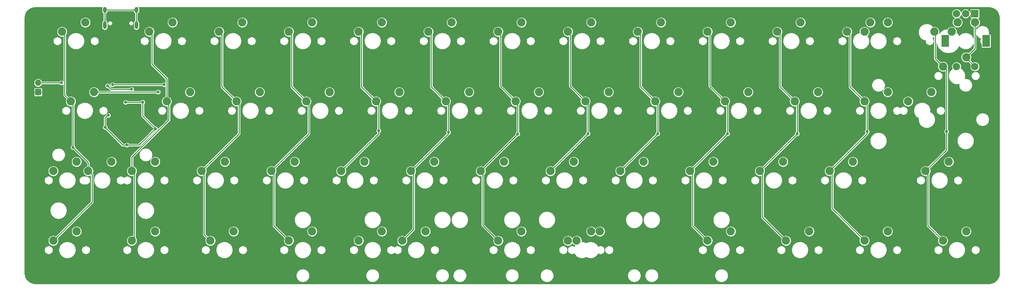
<source format=gbr>
%TF.GenerationSoftware,KiCad,Pcbnew,5.1.10-88a1d61d58~90~ubuntu20.04.1*%
%TF.CreationDate,2021-09-07T19:06:16-07:00*%
%TF.ProjectId,bkc40,626b6334-302e-46b6-9963-61645f706362,rev?*%
%TF.SameCoordinates,Original*%
%TF.FileFunction,Copper,L1,Top*%
%TF.FilePolarity,Positive*%
%FSLAX46Y46*%
G04 Gerber Fmt 4.6, Leading zero omitted, Abs format (unit mm)*
G04 Created by KiCad (PCBNEW 5.1.10-88a1d61d58~90~ubuntu20.04.1) date 2021-09-07 19:06:16*
%MOMM*%
%LPD*%
G01*
G04 APERTURE LIST*
%TA.AperFunction,ComponentPad*%
%ADD10R,2.000000X2.000000*%
%TD*%
%TA.AperFunction,ComponentPad*%
%ADD11C,2.000000*%
%TD*%
%TA.AperFunction,ComponentPad*%
%ADD12R,2.000000X3.200000*%
%TD*%
%TA.AperFunction,ComponentPad*%
%ADD13C,2.250000*%
%TD*%
%TA.AperFunction,ComponentPad*%
%ADD14O,1.000000X1.600000*%
%TD*%
%TA.AperFunction,ComponentPad*%
%ADD15O,1.000000X2.100000*%
%TD*%
%TA.AperFunction,ComponentPad*%
%ADD16O,1.700000X1.700000*%
%TD*%
%TA.AperFunction,ComponentPad*%
%ADD17R,1.700000X1.700000*%
%TD*%
%TA.AperFunction,ViaPad*%
%ADD18C,0.800000*%
%TD*%
%TA.AperFunction,Conductor*%
%ADD19C,0.250000*%
%TD*%
%TA.AperFunction,Conductor*%
%ADD20C,0.125000*%
%TD*%
%TA.AperFunction,Conductor*%
%ADD21C,0.100000*%
%TD*%
G04 APERTURE END LIST*
D10*
%TO.P,SW56,A*%
%TO.N,ENC_A*%
X373987000Y-81400000D03*
D11*
%TO.P,SW56,C*%
%TO.N,GND*%
X371487000Y-81400000D03*
%TO.P,SW56,B*%
%TO.N,ENC_B*%
X368987000Y-81400000D03*
D12*
%TO.P,SW56,MP*%
%TO.N,N/C*%
X377087000Y-88900000D03*
X365887000Y-88900000D03*
D11*
%TO.P,SW56,S2*%
%TO.N,ENC_R*%
X373987000Y-95900000D03*
%TO.P,SW56,S1*%
%TO.N,COL12*%
X368987000Y-95900000D03*
%TD*%
D13*
%TO.P,SW28,1*%
%TO.N,COL12*%
X365283750Y-95885000D03*
%TO.P,SW28,2*%
%TO.N,ENC_R*%
X371633750Y-93345000D03*
%TD*%
D14*
%TO.P,USB1,13*%
%TO.N,Earth*%
X145073000Y-80376000D03*
X136433000Y-80376000D03*
D15*
X145073000Y-84556000D03*
X136433000Y-84556000D03*
%TD*%
D16*
%TO.P,J1,2*%
%TO.N,Net-(J1-Pad2)*%
X118237000Y-100330000D03*
D17*
%TO.P,J1,1*%
%TO.N,GND*%
X118237000Y-102870000D03*
%TD*%
D13*
%TO.P,SW55,1*%
%TO.N,COL06*%
X243840000Y-143510000D03*
%TO.P,SW55,2*%
%TO.N,Net-(D24-Pad1)*%
X250190000Y-140970000D03*
%TD*%
%TO.P,SW57,1*%
%TO.N,COL11*%
X355758750Y-105410000D03*
%TO.P,SW57,2*%
%TO.N,Net-(D13-Pad1)*%
X362108750Y-102870000D03*
%TD*%
%TO.P,SW15,1*%
%TO.N,COL12*%
X362902500Y-86360000D03*
%TO.P,SW15,2*%
%TO.N,ENC_R*%
X369252500Y-83820000D03*
%TD*%
%TO.P,SW1,1*%
%TO.N,COL11*%
X343852500Y-86360000D03*
%TO.P,SW1,2*%
%TO.N,Net-(D6-Pad1)*%
X350202500Y-83820000D03*
%TD*%
%TO.P,SW54,1*%
%TO.N,COL06*%
X262890000Y-143510000D03*
%TO.P,SW54,2*%
%TO.N,Net-(D24-Pad1)*%
X269240000Y-140970000D03*
%TD*%
%TO.P,SW53,1*%
%TO.N,COL05*%
X205740000Y-143510000D03*
%TO.P,SW53,2*%
%TO.N,Net-(D24-Pad2)*%
X212090000Y-140970000D03*
%TD*%
%TO.P,SW52,1*%
%TO.N,COL12*%
X365283750Y-143510000D03*
%TO.P,SW52,2*%
%TO.N,Net-(D26-Pad1)*%
X371633750Y-140970000D03*
%TD*%
%TO.P,SW51,1*%
%TO.N,COL11*%
X343852500Y-143510000D03*
%TO.P,SW51,2*%
%TO.N,Net-(D26-Pad2)*%
X350202500Y-140970000D03*
%TD*%
%TO.P,SW50,1*%
%TO.N,COL10*%
X322421250Y-143510000D03*
%TO.P,SW50,2*%
%TO.N,Net-(D25-Pad1)*%
X328771250Y-140970000D03*
%TD*%
%TO.P,SW49,1*%
%TO.N,COL09*%
X300990000Y-143510000D03*
%TO.P,SW49,2*%
%TO.N,Net-(D25-Pad2)*%
X307340000Y-140970000D03*
%TD*%
%TO.P,SW48,1*%
%TO.N,COL06*%
X265271250Y-143510000D03*
%TO.P,SW48,2*%
%TO.N,Net-(D24-Pad1)*%
X271621250Y-140970000D03*
%TD*%
%TO.P,SW47,1*%
%TO.N,COL05*%
X217646250Y-143510000D03*
%TO.P,SW47,2*%
%TO.N,Net-(D24-Pad2)*%
X223996250Y-140970000D03*
%TD*%
%TO.P,SW46,1*%
%TO.N,COL03*%
X186690000Y-143510000D03*
%TO.P,SW46,2*%
%TO.N,Net-(D23-Pad1)*%
X193040000Y-140970000D03*
%TD*%
%TO.P,SW45,1*%
%TO.N,COL02*%
X165258750Y-143510000D03*
%TO.P,SW45,2*%
%TO.N,Net-(D23-Pad2)*%
X171608750Y-140970000D03*
%TD*%
%TO.P,SW44,1*%
%TO.N,COL01*%
X143827500Y-143510000D03*
%TO.P,SW44,2*%
%TO.N,Net-(D22-Pad1)*%
X150177500Y-140970000D03*
%TD*%
%TO.P,SW43,1*%
%TO.N,COL00*%
X122396250Y-143510000D03*
%TO.P,SW43,2*%
%TO.N,Net-(D22-Pad2)*%
X128746250Y-140970000D03*
%TD*%
%TO.P,SW42,1*%
%TO.N,COL12*%
X360521250Y-124460000D03*
%TO.P,SW42,2*%
%TO.N,Net-(D21-Pad2)*%
X366871250Y-121920000D03*
%TD*%
%TO.P,SW41,1*%
%TO.N,COL11*%
X334327500Y-124460000D03*
%TO.P,SW41,2*%
%TO.N,Net-(D20-Pad1)*%
X340677500Y-121920000D03*
%TD*%
%TO.P,SW40,1*%
%TO.N,COL10*%
X315277500Y-124460000D03*
%TO.P,SW40,2*%
%TO.N,Net-(D20-Pad2)*%
X321627500Y-121920000D03*
%TD*%
%TO.P,SW39,1*%
%TO.N,COL09*%
X296227500Y-124460000D03*
%TO.P,SW39,2*%
%TO.N,Net-(D19-Pad1)*%
X302577500Y-121920000D03*
%TD*%
%TO.P,SW38,1*%
%TO.N,COL08*%
X277177500Y-124460000D03*
%TO.P,SW38,2*%
%TO.N,Net-(D19-Pad2)*%
X283527500Y-121920000D03*
%TD*%
%TO.P,SW37,1*%
%TO.N,COL07*%
X258127500Y-124460000D03*
%TO.P,SW37,2*%
%TO.N,Net-(D18-Pad1)*%
X264477500Y-121920000D03*
%TD*%
%TO.P,SW36,1*%
%TO.N,COL06*%
X239077500Y-124460000D03*
%TO.P,SW36,2*%
%TO.N,Net-(D18-Pad2)*%
X245427500Y-121920000D03*
%TD*%
%TO.P,SW35,1*%
%TO.N,COL05*%
X220027500Y-124460000D03*
%TO.P,SW35,2*%
%TO.N,Net-(D17-Pad1)*%
X226377500Y-121920000D03*
%TD*%
%TO.P,SW34,1*%
%TO.N,COL04*%
X200977500Y-124460000D03*
%TO.P,SW34,2*%
%TO.N,Net-(D17-Pad2)*%
X207327500Y-121920000D03*
%TD*%
%TO.P,SW33,1*%
%TO.N,COL03*%
X181927500Y-124460000D03*
%TO.P,SW33,2*%
%TO.N,Net-(D16-Pad1)*%
X188277500Y-121920000D03*
%TD*%
%TO.P,SW32,1*%
%TO.N,COL02*%
X162877500Y-124460000D03*
%TO.P,SW32,2*%
%TO.N,Net-(D16-Pad2)*%
X169227500Y-121920000D03*
%TD*%
%TO.P,SW31,1*%
%TO.N,COL01*%
X143827500Y-124460000D03*
%TO.P,SW31,2*%
%TO.N,Net-(D15-Pad1)*%
X150177500Y-121920000D03*
%TD*%
%TO.P,SW30,1*%
%TO.N,COL00*%
X122396250Y-124460000D03*
%TO.P,SW30,2*%
%TO.N,Net-(D15-Pad2)*%
X128746250Y-121920000D03*
%TD*%
%TO.P,SW29,1*%
%TO.N,COL00*%
X131921250Y-124460000D03*
%TO.P,SW29,2*%
%TO.N,Net-(D15-Pad2)*%
X138271250Y-121920000D03*
%TD*%
%TO.P,SW27,1*%
%TO.N,COL11*%
X343852500Y-105410000D03*
%TO.P,SW27,2*%
%TO.N,Net-(D13-Pad1)*%
X350202500Y-102870000D03*
%TD*%
%TO.P,SW26,1*%
%TO.N,COL10*%
X324802500Y-105410000D03*
%TO.P,SW26,2*%
%TO.N,Net-(D13-Pad2)*%
X331152500Y-102870000D03*
%TD*%
%TO.P,SW25,1*%
%TO.N,COL09*%
X305752500Y-105410000D03*
%TO.P,SW25,2*%
%TO.N,Net-(D12-Pad1)*%
X312102500Y-102870000D03*
%TD*%
%TO.P,SW24,1*%
%TO.N,COL08*%
X286702500Y-105410000D03*
%TO.P,SW24,2*%
%TO.N,Net-(D12-Pad2)*%
X293052500Y-102870000D03*
%TD*%
%TO.P,SW23,1*%
%TO.N,COL07*%
X267652500Y-105410000D03*
%TO.P,SW23,2*%
%TO.N,Net-(D11-Pad1)*%
X274002500Y-102870000D03*
%TD*%
%TO.P,SW22,1*%
%TO.N,COL06*%
X248602500Y-105410000D03*
%TO.P,SW22,2*%
%TO.N,Net-(D11-Pad2)*%
X254952500Y-102870000D03*
%TD*%
%TO.P,SW21,1*%
%TO.N,COL05*%
X229552500Y-105410000D03*
%TO.P,SW21,2*%
%TO.N,Net-(D10-Pad1)*%
X235902500Y-102870000D03*
%TD*%
%TO.P,SW20,1*%
%TO.N,COL04*%
X210502500Y-105410000D03*
%TO.P,SW20,2*%
%TO.N,Net-(D10-Pad2)*%
X216852500Y-102870000D03*
%TD*%
%TO.P,SW19,1*%
%TO.N,COL03*%
X191452500Y-105410000D03*
%TO.P,SW19,2*%
%TO.N,Net-(D9-Pad1)*%
X197802500Y-102870000D03*
%TD*%
%TO.P,SW18,1*%
%TO.N,COL02*%
X172402500Y-105410000D03*
%TO.P,SW18,2*%
%TO.N,Net-(D9-Pad2)*%
X178752500Y-102870000D03*
%TD*%
%TO.P,SW17,1*%
%TO.N,COL01*%
X153352500Y-105410000D03*
%TO.P,SW17,2*%
%TO.N,Net-(D8-Pad1)*%
X159702500Y-102870000D03*
%TD*%
%TO.P,SW16,1*%
%TO.N,COL00*%
X127158750Y-105410000D03*
%TO.P,SW16,2*%
%TO.N,Net-(D8-Pad2)*%
X133508750Y-102870000D03*
%TD*%
%TO.P,SW14,1*%
%TO.N,COL11*%
X339090000Y-86360000D03*
%TO.P,SW14,2*%
%TO.N,Net-(D6-Pad1)*%
X345440000Y-83820000D03*
%TD*%
%TO.P,SW13,1*%
%TO.N,COL10*%
X320040000Y-86360000D03*
%TO.P,SW13,2*%
%TO.N,Net-(D6-Pad2)*%
X326390000Y-83820000D03*
%TD*%
%TO.P,SW12,1*%
%TO.N,COL09*%
X300990000Y-86360000D03*
%TO.P,SW12,2*%
%TO.N,Net-(D5-Pad1)*%
X307340000Y-83820000D03*
%TD*%
%TO.P,SW11,1*%
%TO.N,COL08*%
X281940000Y-86360000D03*
%TO.P,SW11,2*%
%TO.N,Net-(D5-Pad2)*%
X288290000Y-83820000D03*
%TD*%
%TO.P,SW10,1*%
%TO.N,COL07*%
X262890000Y-86360000D03*
%TO.P,SW10,2*%
%TO.N,Net-(D4-Pad1)*%
X269240000Y-83820000D03*
%TD*%
%TO.P,SW9,1*%
%TO.N,COL06*%
X243840000Y-86360000D03*
%TO.P,SW9,2*%
%TO.N,Net-(D4-Pad2)*%
X250190000Y-83820000D03*
%TD*%
%TO.P,SW8,1*%
%TO.N,COL05*%
X224790000Y-86360000D03*
%TO.P,SW8,2*%
%TO.N,Net-(D3-Pad1)*%
X231140000Y-83820000D03*
%TD*%
%TO.P,SW7,1*%
%TO.N,COL04*%
X205740000Y-86360000D03*
%TO.P,SW7,2*%
%TO.N,Net-(D3-Pad2)*%
X212090000Y-83820000D03*
%TD*%
%TO.P,SW6,1*%
%TO.N,COL03*%
X186690000Y-86360000D03*
%TO.P,SW6,2*%
%TO.N,Net-(D2-Pad1)*%
X193040000Y-83820000D03*
%TD*%
%TO.P,SW5,1*%
%TO.N,COL02*%
X167640000Y-86360000D03*
%TO.P,SW5,2*%
%TO.N,Net-(D2-Pad2)*%
X173990000Y-83820000D03*
%TD*%
%TO.P,SW4,1*%
%TO.N,COL01*%
X148590000Y-86360000D03*
%TO.P,SW4,2*%
%TO.N,Net-(D1-Pad1)*%
X154940000Y-83820000D03*
%TD*%
%TO.P,SW3,1*%
%TO.N,COL00*%
X124777500Y-86360000D03*
%TO.P,SW3,2*%
%TO.N,Net-(D1-Pad2)*%
X131127500Y-83820000D03*
%TD*%
%TO.P,SW2,1*%
%TO.N,COL12*%
X367665000Y-86360000D03*
%TO.P,SW2,2*%
%TO.N,ENC_R*%
X374015000Y-83820000D03*
%TD*%
D18*
%TO.N,ROW01*%
X152627500Y-100838000D03*
X138557000Y-100838000D03*
%TO.N,Net-(D8-Pad2)*%
X151001920Y-102837121D03*
%TO.N,COL11*%
X344551000Y-113665000D03*
%TO.N,COL12*%
X366268000Y-113665000D03*
%TO.N,COL00*%
X127762000Y-117983000D03*
%TO.N,COL04*%
X211201000Y-113403920D03*
%TO.N,COL05*%
X230251000Y-113853930D03*
%TO.N,COL06*%
X249174000Y-114303940D03*
%TO.N,COL07*%
X268351000Y-114236500D03*
%TO.N,COL08*%
X287401000Y-114236500D03*
%TO.N,COL09*%
X306451000Y-114236500D03*
%TO.N,COL10*%
X325501000Y-114236500D03*
%TO.N,GND*%
X138430000Y-104648000D03*
X143013254Y-116448034D03*
%TO.N,+5V*%
X142113000Y-105664000D03*
X146786413Y-105638413D03*
X150292271Y-112895056D03*
X142494000Y-117348000D03*
X136525000Y-112522000D03*
X137414000Y-109220000D03*
%TO.N,Net-(J1-Pad2)*%
X124587000Y-100330000D03*
X137218847Y-101150847D03*
X143764000Y-102108000D03*
%TD*%
D19*
%TO.N,ROW01*%
X152627500Y-100838000D02*
X138557000Y-100838000D01*
%TO.N,Net-(D8-Pad2)*%
X133508750Y-102870000D02*
X151039722Y-102870000D01*
%TO.N,COL11*%
X339090000Y-86360000D02*
X339090000Y-86614000D01*
X339090000Y-86360000D02*
X339471000Y-86360000D01*
X339471000Y-86360000D02*
X339852000Y-86741000D01*
X339852000Y-101409500D02*
X343852500Y-105410000D01*
X339852000Y-86741000D02*
X339852000Y-101409500D01*
X343852500Y-105410000D02*
X343852500Y-105727500D01*
X343852500Y-105727500D02*
X344551000Y-106426000D01*
X344551000Y-114236500D02*
X334327500Y-124460000D01*
X334327500Y-124460000D02*
X334645000Y-124460000D01*
X334645000Y-124460000D02*
X335026000Y-124841000D01*
X335026000Y-134683500D02*
X343852500Y-143510000D01*
X335026000Y-124841000D02*
X335026000Y-134683500D01*
X344551000Y-113538000D02*
X344551000Y-113665000D01*
X344551000Y-106426000D02*
X344551000Y-113538000D01*
X344551000Y-113538000D02*
X344551000Y-114236500D01*
%TO.N,COL12*%
X366268000Y-118713250D02*
X360521250Y-124460000D01*
X365506000Y-95885000D02*
X366268000Y-96647000D01*
X365283750Y-95885000D02*
X365506000Y-95885000D01*
X360521250Y-124460000D02*
X360521250Y-124555250D01*
X360521250Y-124555250D02*
X361188000Y-125222000D01*
X361188000Y-139414250D02*
X365283750Y-143510000D01*
X361188000Y-125222000D02*
X361188000Y-139414250D01*
X363157651Y-93758901D02*
X363157651Y-86360000D01*
X365283750Y-95885000D02*
X363157651Y-93758901D01*
X366268000Y-113792000D02*
X366268000Y-113665000D01*
X366268000Y-96647000D02*
X366268000Y-113792000D01*
X366268000Y-113792000D02*
X366268000Y-118713250D01*
%TO.N,COL00*%
X124777500Y-86360000D02*
X124968000Y-86360000D01*
X124968000Y-86360000D02*
X125476000Y-86868000D01*
X125476000Y-103727250D02*
X127158750Y-105410000D01*
X125476000Y-86868000D02*
X125476000Y-103727250D01*
X131921250Y-122142250D02*
X131921250Y-124460000D01*
X127762000Y-117983000D02*
X131921250Y-122142250D01*
X127762000Y-105791000D02*
X127762000Y-117983000D01*
X127381000Y-105410000D02*
X127762000Y-105791000D01*
X127158750Y-105410000D02*
X127381000Y-105410000D01*
X131921250Y-124460000D02*
X132080000Y-124460000D01*
X132080000Y-124460000D02*
X132969000Y-125349000D01*
X132969000Y-132937250D02*
X122396250Y-143510000D01*
X132969000Y-125349000D02*
X132969000Y-132937250D01*
%TO.N,COL01*%
X153352500Y-99250500D02*
X153352500Y-105410000D01*
X149352000Y-95250000D02*
X153352500Y-99250500D01*
X149352000Y-87122000D02*
X149352000Y-95250000D01*
X148590000Y-86360000D02*
X149352000Y-87122000D01*
X153924000Y-110490000D02*
X143827500Y-120586500D01*
X153924000Y-106172000D02*
X153924000Y-110490000D01*
X153352500Y-105600500D02*
X153924000Y-106172000D01*
X143827500Y-120586500D02*
X143827500Y-124460000D01*
X153352500Y-105410000D02*
X153352500Y-105600500D01*
X143827500Y-124460000D02*
X143891000Y-124460000D01*
X143891000Y-124460000D02*
X144526000Y-125095000D01*
X144526000Y-142811500D02*
X143827500Y-143510000D01*
X144526000Y-125095000D02*
X144526000Y-142811500D01*
%TO.N,COL02*%
X168402000Y-101409500D02*
X172402500Y-105410000D01*
X168402000Y-87122000D02*
X168402000Y-101409500D01*
X167640000Y-86360000D02*
X168402000Y-87122000D01*
X172402500Y-105410000D02*
X172402500Y-105473500D01*
X172402500Y-105473500D02*
X173101000Y-106172000D01*
X173101000Y-114236500D02*
X162877500Y-124460000D01*
X173101000Y-106172000D02*
X173101000Y-114236500D01*
X162877500Y-124460000D02*
X163195000Y-124460000D01*
X163195000Y-124460000D02*
X163576000Y-124841000D01*
X163576000Y-141827250D02*
X165258750Y-143510000D01*
X163576000Y-124841000D02*
X163576000Y-141827250D01*
%TO.N,COL03*%
X186690000Y-86360000D02*
X186690000Y-86487000D01*
X186690000Y-86487000D02*
X187452000Y-87249000D01*
X187452000Y-101409500D02*
X191452500Y-105410000D01*
X187452000Y-87249000D02*
X187452000Y-101409500D01*
X191452500Y-105410000D02*
X191770000Y-105410000D01*
X191770000Y-105410000D02*
X192151000Y-105791000D01*
X192151000Y-114236500D02*
X181927500Y-124460000D01*
X192151000Y-105791000D02*
X192151000Y-114236500D01*
X181927500Y-124460000D02*
X182499000Y-124460000D01*
X182499000Y-124460000D02*
X182626000Y-124587000D01*
X182626000Y-139446000D02*
X186690000Y-143510000D01*
X182626000Y-124587000D02*
X182626000Y-139446000D01*
%TO.N,COL04*%
X205740000Y-86360000D02*
X205867000Y-86360000D01*
X205867000Y-86360000D02*
X206502000Y-86995000D01*
X206502000Y-101409500D02*
X210502500Y-105410000D01*
X206502000Y-86995000D02*
X206502000Y-101409500D01*
X210502500Y-105410000D02*
X210693000Y-105410000D01*
X210693000Y-105410000D02*
X211201000Y-105918000D01*
X211201000Y-114236500D02*
X200977500Y-124460000D01*
X200977500Y-124460000D02*
X201295000Y-124460000D01*
X211201000Y-113538000D02*
X211201000Y-113403920D01*
X211201000Y-105918000D02*
X211201000Y-113538000D01*
X211201000Y-113538000D02*
X211201000Y-114236500D01*
%TO.N,COL05*%
X224790000Y-86360000D02*
X225425000Y-86360000D01*
X224790000Y-86360000D02*
X225171000Y-86360000D01*
X225171000Y-86360000D02*
X225552000Y-86741000D01*
X225552000Y-101409500D02*
X229552500Y-105410000D01*
X225552000Y-86741000D02*
X225552000Y-101409500D01*
X229552500Y-105410000D02*
X229870000Y-105410000D01*
X229870000Y-105410000D02*
X230251000Y-105791000D01*
X230251000Y-114236500D02*
X220027500Y-124460000D01*
X220027500Y-124460000D02*
X220472000Y-124460000D01*
X220472000Y-124460000D02*
X220726000Y-124714000D01*
X220726000Y-140430250D02*
X217646250Y-143510000D01*
X220726000Y-124714000D02*
X220726000Y-140430250D01*
X230251000Y-113792000D02*
X230251000Y-113853930D01*
X230251000Y-105791000D02*
X230251000Y-113792000D01*
X230251000Y-113792000D02*
X230251000Y-114236500D01*
%TO.N,COL06*%
X244475000Y-101282500D02*
X248602500Y-105410000D01*
X244475000Y-86360000D02*
X244475000Y-101282500D01*
X243840000Y-86360000D02*
X244475000Y-86360000D01*
X248602500Y-105410000D02*
X248793000Y-105410000D01*
X248793000Y-105410000D02*
X249174000Y-105791000D01*
X249174000Y-114363500D02*
X239077500Y-124460000D01*
X249174000Y-105791000D02*
X249174000Y-114363500D01*
X239077500Y-124460000D02*
X239395000Y-124460000D01*
X239395000Y-124460000D02*
X239649000Y-124714000D01*
X239649000Y-139319000D02*
X243840000Y-143510000D01*
X239649000Y-124714000D02*
X239649000Y-139319000D01*
X249174000Y-114363500D02*
X249174000Y-114303940D01*
%TO.N,COL07*%
X262890000Y-86360000D02*
X263017000Y-86360000D01*
X263017000Y-86360000D02*
X263525000Y-86868000D01*
X263525000Y-101282500D02*
X267652500Y-105410000D01*
X263525000Y-86868000D02*
X263525000Y-101282500D01*
X267652500Y-105410000D02*
X267843000Y-105410000D01*
X267843000Y-105410000D02*
X268351000Y-105918000D01*
X268351000Y-114236500D02*
X258127500Y-124460000D01*
X268351000Y-105918000D02*
X268351000Y-114236500D01*
%TO.N,COL08*%
X282702000Y-101409500D02*
X286702500Y-105410000D01*
X282702000Y-87122000D02*
X282702000Y-101409500D01*
X281940000Y-86360000D02*
X282702000Y-87122000D01*
X286702500Y-105410000D02*
X286702500Y-105473500D01*
X286702500Y-105473500D02*
X287401000Y-106172000D01*
X287401000Y-114236500D02*
X277177500Y-124460000D01*
X287401000Y-106172000D02*
X287401000Y-114236500D01*
%TO.N,COL09*%
X300990000Y-86360000D02*
X301117000Y-86360000D01*
X301117000Y-86360000D02*
X301625000Y-86868000D01*
X301625000Y-101282500D02*
X305752500Y-105410000D01*
X301625000Y-86868000D02*
X301625000Y-101282500D01*
X305752500Y-105410000D02*
X305752500Y-105473500D01*
X305752500Y-105473500D02*
X306451000Y-106172000D01*
X306451000Y-114236500D02*
X296227500Y-124460000D01*
X306451000Y-106172000D02*
X306451000Y-114236500D01*
X296227500Y-124460000D02*
X296227500Y-124650500D01*
X296227500Y-124460000D02*
X296545000Y-124460000D01*
X296545000Y-124460000D02*
X296926000Y-124841000D01*
X296926000Y-139446000D02*
X300990000Y-143510000D01*
X296926000Y-124841000D02*
X296926000Y-139446000D01*
%TO.N,COL10*%
X320040000Y-86360000D02*
X320167000Y-86360000D01*
X320167000Y-86360000D02*
X320802000Y-86995000D01*
X320802000Y-101409500D02*
X324802500Y-105410000D01*
X320802000Y-86995000D02*
X320802000Y-101409500D01*
X324802500Y-105410000D02*
X324802500Y-105473500D01*
X324802500Y-105473500D02*
X325501000Y-106172000D01*
X325501000Y-114236500D02*
X315277500Y-124460000D01*
X325501000Y-106172000D02*
X325501000Y-114236500D01*
X315277500Y-124460000D02*
X315341000Y-124460000D01*
X315341000Y-124460000D02*
X315976000Y-125095000D01*
X315976000Y-137064750D02*
X322421250Y-143510000D01*
X315976000Y-125095000D02*
X315976000Y-137064750D01*
%TO.N,+5V*%
X146760826Y-105664000D02*
X146786413Y-105638413D01*
X142113000Y-105664000D02*
X146760826Y-105664000D01*
X150248944Y-112895056D02*
X145796000Y-117348000D01*
X145796000Y-117348000D02*
X142494000Y-117348000D01*
X150292271Y-112895056D02*
X150248944Y-112895056D01*
X146786413Y-105638413D02*
X146786413Y-109389198D01*
X146786413Y-109389198D02*
X150292271Y-112895056D01*
X141351000Y-117348000D02*
X136525000Y-112522000D01*
X142494000Y-117348000D02*
X141351000Y-117348000D01*
X136525000Y-109855000D02*
X136525000Y-112522000D01*
X137033000Y-109347000D02*
X136525000Y-109855000D01*
X137287000Y-109347000D02*
X137414000Y-109220000D01*
X137033000Y-109347000D02*
X137287000Y-109347000D01*
%TO.N,Earth*%
X145073000Y-84556000D02*
X145073000Y-80376000D01*
X136433000Y-84556000D02*
X136433000Y-80376000D01*
X136433000Y-80376000D02*
X145073000Y-80376000D01*
%TO.N,Net-(J1-Pad2)*%
X118237000Y-100330000D02*
X124587000Y-100330000D01*
X138176000Y-102108000D02*
X143764000Y-102108000D01*
X137218847Y-101150847D02*
X138176000Y-102108000D01*
%TO.N,ENC_R*%
X371633750Y-93546750D02*
X371633750Y-93345000D01*
X373987000Y-95900000D02*
X371633750Y-93546750D01*
X374015000Y-90963750D02*
X371633750Y-93345000D01*
X374015000Y-83820000D02*
X374015000Y-90963750D01*
%TD*%
D20*
%TO.N,GND*%
X135795937Y-79650329D02*
X135725134Y-79782793D01*
X135681533Y-79926525D01*
X135670500Y-80038546D01*
X135670500Y-80713455D01*
X135681533Y-80825476D01*
X135725134Y-80969208D01*
X135795938Y-81101672D01*
X135891224Y-81217777D01*
X136007329Y-81313063D01*
X136045501Y-81333466D01*
X136045500Y-83348534D01*
X136007328Y-83368937D01*
X135891223Y-83464223D01*
X135795937Y-83580329D01*
X135725134Y-83712793D01*
X135681533Y-83856525D01*
X135670500Y-83968546D01*
X135670501Y-85143455D01*
X135681534Y-85255476D01*
X135725135Y-85399208D01*
X135795938Y-85531672D01*
X135891224Y-85647777D01*
X136007329Y-85743063D01*
X136139793Y-85813866D01*
X136283525Y-85857467D01*
X136433000Y-85872189D01*
X136582476Y-85857467D01*
X136726208Y-85813866D01*
X136858672Y-85743063D01*
X136974777Y-85647777D01*
X137070063Y-85531672D01*
X137140866Y-85399208D01*
X137184467Y-85255476D01*
X137195500Y-85143455D01*
X137195500Y-83968545D01*
X137195460Y-83968136D01*
X137275500Y-83968136D01*
X137275500Y-84083864D01*
X137298077Y-84197368D01*
X137342364Y-84304286D01*
X137406659Y-84400510D01*
X137488490Y-84482341D01*
X137584714Y-84546636D01*
X137691632Y-84590923D01*
X137805136Y-84613500D01*
X137920864Y-84613500D01*
X138034368Y-84590923D01*
X138141286Y-84546636D01*
X138237510Y-84482341D01*
X138319341Y-84400510D01*
X138383636Y-84304286D01*
X138427923Y-84197368D01*
X138450500Y-84083864D01*
X138450500Y-83968136D01*
X143055500Y-83968136D01*
X143055500Y-84083864D01*
X143078077Y-84197368D01*
X143122364Y-84304286D01*
X143186659Y-84400510D01*
X143268490Y-84482341D01*
X143364714Y-84546636D01*
X143471632Y-84590923D01*
X143585136Y-84613500D01*
X143700864Y-84613500D01*
X143814368Y-84590923D01*
X143921286Y-84546636D01*
X144017510Y-84482341D01*
X144099341Y-84400510D01*
X144163636Y-84304286D01*
X144207923Y-84197368D01*
X144230500Y-84083864D01*
X144230500Y-83968136D01*
X144207923Y-83854632D01*
X144163636Y-83747714D01*
X144099341Y-83651490D01*
X144017510Y-83569659D01*
X143921286Y-83505364D01*
X143814368Y-83461077D01*
X143700864Y-83438500D01*
X143585136Y-83438500D01*
X143471632Y-83461077D01*
X143364714Y-83505364D01*
X143268490Y-83569659D01*
X143186659Y-83651490D01*
X143122364Y-83747714D01*
X143078077Y-83854632D01*
X143055500Y-83968136D01*
X138450500Y-83968136D01*
X138427923Y-83854632D01*
X138383636Y-83747714D01*
X138319341Y-83651490D01*
X138237510Y-83569659D01*
X138141286Y-83505364D01*
X138034368Y-83461077D01*
X137920864Y-83438500D01*
X137805136Y-83438500D01*
X137691632Y-83461077D01*
X137584714Y-83505364D01*
X137488490Y-83569659D01*
X137406659Y-83651490D01*
X137342364Y-83747714D01*
X137298077Y-83854632D01*
X137275500Y-83968136D01*
X137195460Y-83968136D01*
X137184467Y-83856524D01*
X137140866Y-83712792D01*
X137070063Y-83580328D01*
X136974777Y-83464223D01*
X136858671Y-83368937D01*
X136820500Y-83348534D01*
X136820500Y-81333466D01*
X136858672Y-81313063D01*
X136974777Y-81217777D01*
X137070063Y-81101672D01*
X137140866Y-80969208D01*
X137184467Y-80825476D01*
X137190571Y-80763500D01*
X144315429Y-80763500D01*
X144321533Y-80825476D01*
X144365134Y-80969208D01*
X144435938Y-81101672D01*
X144531224Y-81217777D01*
X144647329Y-81313063D01*
X144685501Y-81333466D01*
X144685500Y-83348534D01*
X144647328Y-83368937D01*
X144531223Y-83464223D01*
X144435937Y-83580329D01*
X144365134Y-83712793D01*
X144321533Y-83856525D01*
X144310500Y-83968546D01*
X144310501Y-85143455D01*
X144321534Y-85255476D01*
X144365135Y-85399208D01*
X144435938Y-85531672D01*
X144531224Y-85647777D01*
X144647329Y-85743063D01*
X144779793Y-85813866D01*
X144923525Y-85857467D01*
X145073000Y-85872189D01*
X145222476Y-85857467D01*
X145366208Y-85813866D01*
X145498672Y-85743063D01*
X145614777Y-85647777D01*
X145710063Y-85531672D01*
X145780866Y-85399208D01*
X145824467Y-85255476D01*
X145835500Y-85143455D01*
X145835500Y-83968545D01*
X145824467Y-83856524D01*
X145780866Y-83712792D01*
X145765126Y-83683343D01*
X153552500Y-83683343D01*
X153552500Y-83956657D01*
X153605820Y-84224719D01*
X153710413Y-84477228D01*
X153862258Y-84704480D01*
X154055520Y-84897742D01*
X154282772Y-85049587D01*
X154535281Y-85154180D01*
X154803343Y-85207500D01*
X155076657Y-85207500D01*
X155344719Y-85154180D01*
X155597228Y-85049587D01*
X155824480Y-84897742D01*
X156017742Y-84704480D01*
X156169587Y-84477228D01*
X156274180Y-84224719D01*
X156327500Y-83956657D01*
X156327500Y-83683343D01*
X172602500Y-83683343D01*
X172602500Y-83956657D01*
X172655820Y-84224719D01*
X172760413Y-84477228D01*
X172912258Y-84704480D01*
X173105520Y-84897742D01*
X173332772Y-85049587D01*
X173585281Y-85154180D01*
X173853343Y-85207500D01*
X174126657Y-85207500D01*
X174394719Y-85154180D01*
X174647228Y-85049587D01*
X174874480Y-84897742D01*
X175067742Y-84704480D01*
X175219587Y-84477228D01*
X175324180Y-84224719D01*
X175377500Y-83956657D01*
X175377500Y-83683343D01*
X191652500Y-83683343D01*
X191652500Y-83956657D01*
X191705820Y-84224719D01*
X191810413Y-84477228D01*
X191962258Y-84704480D01*
X192155520Y-84897742D01*
X192382772Y-85049587D01*
X192635281Y-85154180D01*
X192903343Y-85207500D01*
X193176657Y-85207500D01*
X193444719Y-85154180D01*
X193697228Y-85049587D01*
X193924480Y-84897742D01*
X194117742Y-84704480D01*
X194269587Y-84477228D01*
X194374180Y-84224719D01*
X194427500Y-83956657D01*
X194427500Y-83683343D01*
X210702500Y-83683343D01*
X210702500Y-83956657D01*
X210755820Y-84224719D01*
X210860413Y-84477228D01*
X211012258Y-84704480D01*
X211205520Y-84897742D01*
X211432772Y-85049587D01*
X211685281Y-85154180D01*
X211953343Y-85207500D01*
X212226657Y-85207500D01*
X212494719Y-85154180D01*
X212747228Y-85049587D01*
X212974480Y-84897742D01*
X213167742Y-84704480D01*
X213319587Y-84477228D01*
X213424180Y-84224719D01*
X213477500Y-83956657D01*
X213477500Y-83683343D01*
X229752500Y-83683343D01*
X229752500Y-83956657D01*
X229805820Y-84224719D01*
X229910413Y-84477228D01*
X230062258Y-84704480D01*
X230255520Y-84897742D01*
X230482772Y-85049587D01*
X230735281Y-85154180D01*
X231003343Y-85207500D01*
X231276657Y-85207500D01*
X231544719Y-85154180D01*
X231797228Y-85049587D01*
X232024480Y-84897742D01*
X232217742Y-84704480D01*
X232369587Y-84477228D01*
X232474180Y-84224719D01*
X232527500Y-83956657D01*
X232527500Y-83683343D01*
X248802500Y-83683343D01*
X248802500Y-83956657D01*
X248855820Y-84224719D01*
X248960413Y-84477228D01*
X249112258Y-84704480D01*
X249305520Y-84897742D01*
X249532772Y-85049587D01*
X249785281Y-85154180D01*
X250053343Y-85207500D01*
X250326657Y-85207500D01*
X250594719Y-85154180D01*
X250847228Y-85049587D01*
X251074480Y-84897742D01*
X251267742Y-84704480D01*
X251419587Y-84477228D01*
X251524180Y-84224719D01*
X251577500Y-83956657D01*
X251577500Y-83683343D01*
X267852500Y-83683343D01*
X267852500Y-83956657D01*
X267905820Y-84224719D01*
X268010413Y-84477228D01*
X268162258Y-84704480D01*
X268355520Y-84897742D01*
X268582772Y-85049587D01*
X268835281Y-85154180D01*
X269103343Y-85207500D01*
X269376657Y-85207500D01*
X269644719Y-85154180D01*
X269897228Y-85049587D01*
X270124480Y-84897742D01*
X270317742Y-84704480D01*
X270469587Y-84477228D01*
X270574180Y-84224719D01*
X270627500Y-83956657D01*
X270627500Y-83683343D01*
X286902500Y-83683343D01*
X286902500Y-83956657D01*
X286955820Y-84224719D01*
X287060413Y-84477228D01*
X287212258Y-84704480D01*
X287405520Y-84897742D01*
X287632772Y-85049587D01*
X287885281Y-85154180D01*
X288153343Y-85207500D01*
X288426657Y-85207500D01*
X288694719Y-85154180D01*
X288947228Y-85049587D01*
X289174480Y-84897742D01*
X289367742Y-84704480D01*
X289519587Y-84477228D01*
X289624180Y-84224719D01*
X289677500Y-83956657D01*
X289677500Y-83683343D01*
X305952500Y-83683343D01*
X305952500Y-83956657D01*
X306005820Y-84224719D01*
X306110413Y-84477228D01*
X306262258Y-84704480D01*
X306455520Y-84897742D01*
X306682772Y-85049587D01*
X306935281Y-85154180D01*
X307203343Y-85207500D01*
X307476657Y-85207500D01*
X307744719Y-85154180D01*
X307997228Y-85049587D01*
X308224480Y-84897742D01*
X308417742Y-84704480D01*
X308569587Y-84477228D01*
X308674180Y-84224719D01*
X308727500Y-83956657D01*
X308727500Y-83683343D01*
X325002500Y-83683343D01*
X325002500Y-83956657D01*
X325055820Y-84224719D01*
X325160413Y-84477228D01*
X325312258Y-84704480D01*
X325505520Y-84897742D01*
X325732772Y-85049587D01*
X325985281Y-85154180D01*
X326253343Y-85207500D01*
X326526657Y-85207500D01*
X326794719Y-85154180D01*
X327047228Y-85049587D01*
X327274480Y-84897742D01*
X327467742Y-84704480D01*
X327619587Y-84477228D01*
X327724180Y-84224719D01*
X327777500Y-83956657D01*
X327777500Y-83683343D01*
X344052500Y-83683343D01*
X344052500Y-83956657D01*
X344105820Y-84224719D01*
X344210413Y-84477228D01*
X344362258Y-84704480D01*
X344555520Y-84897742D01*
X344782772Y-85049587D01*
X345035281Y-85154180D01*
X345303343Y-85207500D01*
X345576657Y-85207500D01*
X345844719Y-85154180D01*
X346097228Y-85049587D01*
X346324480Y-84897742D01*
X346517742Y-84704480D01*
X346669587Y-84477228D01*
X346774180Y-84224719D01*
X346827500Y-83956657D01*
X346827500Y-83683343D01*
X348815000Y-83683343D01*
X348815000Y-83956657D01*
X348868320Y-84224719D01*
X348972913Y-84477228D01*
X349124758Y-84704480D01*
X349318020Y-84897742D01*
X349545272Y-85049587D01*
X349797781Y-85154180D01*
X350065843Y-85207500D01*
X350339157Y-85207500D01*
X350607219Y-85154180D01*
X350859728Y-85049587D01*
X351086980Y-84897742D01*
X351280242Y-84704480D01*
X351432087Y-84477228D01*
X351536680Y-84224719D01*
X351590000Y-83956657D01*
X351590000Y-83683343D01*
X351536680Y-83415281D01*
X351432087Y-83162772D01*
X351280242Y-82935520D01*
X351086980Y-82742258D01*
X350859728Y-82590413D01*
X350607219Y-82485820D01*
X350339157Y-82432500D01*
X350065843Y-82432500D01*
X349797781Y-82485820D01*
X349545272Y-82590413D01*
X349318020Y-82742258D01*
X349124758Y-82935520D01*
X348972913Y-83162772D01*
X348868320Y-83415281D01*
X348815000Y-83683343D01*
X346827500Y-83683343D01*
X346774180Y-83415281D01*
X346669587Y-83162772D01*
X346517742Y-82935520D01*
X346324480Y-82742258D01*
X346097228Y-82590413D01*
X345844719Y-82485820D01*
X345576657Y-82432500D01*
X345303343Y-82432500D01*
X345035281Y-82485820D01*
X344782772Y-82590413D01*
X344555520Y-82742258D01*
X344362258Y-82935520D01*
X344210413Y-83162772D01*
X344105820Y-83415281D01*
X344052500Y-83683343D01*
X327777500Y-83683343D01*
X327724180Y-83415281D01*
X327619587Y-83162772D01*
X327467742Y-82935520D01*
X327274480Y-82742258D01*
X327047228Y-82590413D01*
X326794719Y-82485820D01*
X326526657Y-82432500D01*
X326253343Y-82432500D01*
X325985281Y-82485820D01*
X325732772Y-82590413D01*
X325505520Y-82742258D01*
X325312258Y-82935520D01*
X325160413Y-83162772D01*
X325055820Y-83415281D01*
X325002500Y-83683343D01*
X308727500Y-83683343D01*
X308674180Y-83415281D01*
X308569587Y-83162772D01*
X308417742Y-82935520D01*
X308224480Y-82742258D01*
X307997228Y-82590413D01*
X307744719Y-82485820D01*
X307476657Y-82432500D01*
X307203343Y-82432500D01*
X306935281Y-82485820D01*
X306682772Y-82590413D01*
X306455520Y-82742258D01*
X306262258Y-82935520D01*
X306110413Y-83162772D01*
X306005820Y-83415281D01*
X305952500Y-83683343D01*
X289677500Y-83683343D01*
X289624180Y-83415281D01*
X289519587Y-83162772D01*
X289367742Y-82935520D01*
X289174480Y-82742258D01*
X288947228Y-82590413D01*
X288694719Y-82485820D01*
X288426657Y-82432500D01*
X288153343Y-82432500D01*
X287885281Y-82485820D01*
X287632772Y-82590413D01*
X287405520Y-82742258D01*
X287212258Y-82935520D01*
X287060413Y-83162772D01*
X286955820Y-83415281D01*
X286902500Y-83683343D01*
X270627500Y-83683343D01*
X270574180Y-83415281D01*
X270469587Y-83162772D01*
X270317742Y-82935520D01*
X270124480Y-82742258D01*
X269897228Y-82590413D01*
X269644719Y-82485820D01*
X269376657Y-82432500D01*
X269103343Y-82432500D01*
X268835281Y-82485820D01*
X268582772Y-82590413D01*
X268355520Y-82742258D01*
X268162258Y-82935520D01*
X268010413Y-83162772D01*
X267905820Y-83415281D01*
X267852500Y-83683343D01*
X251577500Y-83683343D01*
X251524180Y-83415281D01*
X251419587Y-83162772D01*
X251267742Y-82935520D01*
X251074480Y-82742258D01*
X250847228Y-82590413D01*
X250594719Y-82485820D01*
X250326657Y-82432500D01*
X250053343Y-82432500D01*
X249785281Y-82485820D01*
X249532772Y-82590413D01*
X249305520Y-82742258D01*
X249112258Y-82935520D01*
X248960413Y-83162772D01*
X248855820Y-83415281D01*
X248802500Y-83683343D01*
X232527500Y-83683343D01*
X232474180Y-83415281D01*
X232369587Y-83162772D01*
X232217742Y-82935520D01*
X232024480Y-82742258D01*
X231797228Y-82590413D01*
X231544719Y-82485820D01*
X231276657Y-82432500D01*
X231003343Y-82432500D01*
X230735281Y-82485820D01*
X230482772Y-82590413D01*
X230255520Y-82742258D01*
X230062258Y-82935520D01*
X229910413Y-83162772D01*
X229805820Y-83415281D01*
X229752500Y-83683343D01*
X213477500Y-83683343D01*
X213424180Y-83415281D01*
X213319587Y-83162772D01*
X213167742Y-82935520D01*
X212974480Y-82742258D01*
X212747228Y-82590413D01*
X212494719Y-82485820D01*
X212226657Y-82432500D01*
X211953343Y-82432500D01*
X211685281Y-82485820D01*
X211432772Y-82590413D01*
X211205520Y-82742258D01*
X211012258Y-82935520D01*
X210860413Y-83162772D01*
X210755820Y-83415281D01*
X210702500Y-83683343D01*
X194427500Y-83683343D01*
X194374180Y-83415281D01*
X194269587Y-83162772D01*
X194117742Y-82935520D01*
X193924480Y-82742258D01*
X193697228Y-82590413D01*
X193444719Y-82485820D01*
X193176657Y-82432500D01*
X192903343Y-82432500D01*
X192635281Y-82485820D01*
X192382772Y-82590413D01*
X192155520Y-82742258D01*
X191962258Y-82935520D01*
X191810413Y-83162772D01*
X191705820Y-83415281D01*
X191652500Y-83683343D01*
X175377500Y-83683343D01*
X175324180Y-83415281D01*
X175219587Y-83162772D01*
X175067742Y-82935520D01*
X174874480Y-82742258D01*
X174647228Y-82590413D01*
X174394719Y-82485820D01*
X174126657Y-82432500D01*
X173853343Y-82432500D01*
X173585281Y-82485820D01*
X173332772Y-82590413D01*
X173105520Y-82742258D01*
X172912258Y-82935520D01*
X172760413Y-83162772D01*
X172655820Y-83415281D01*
X172602500Y-83683343D01*
X156327500Y-83683343D01*
X156274180Y-83415281D01*
X156169587Y-83162772D01*
X156017742Y-82935520D01*
X155824480Y-82742258D01*
X155597228Y-82590413D01*
X155344719Y-82485820D01*
X155076657Y-82432500D01*
X154803343Y-82432500D01*
X154535281Y-82485820D01*
X154282772Y-82590413D01*
X154055520Y-82742258D01*
X153862258Y-82935520D01*
X153710413Y-83162772D01*
X153605820Y-83415281D01*
X153552500Y-83683343D01*
X145765126Y-83683343D01*
X145710063Y-83580328D01*
X145614777Y-83464223D01*
X145498671Y-83368937D01*
X145460500Y-83348534D01*
X145460500Y-81333466D01*
X145498672Y-81313063D01*
X145544253Y-81275655D01*
X367724500Y-81275655D01*
X367724500Y-81524345D01*
X367773017Y-81768258D01*
X367868187Y-81998018D01*
X368006352Y-82204797D01*
X368182203Y-82380648D01*
X368388982Y-82518813D01*
X368582478Y-82598962D01*
X368368020Y-82742258D01*
X368174758Y-82935520D01*
X368022913Y-83162772D01*
X367918320Y-83415281D01*
X367865000Y-83683343D01*
X367865000Y-83956657D01*
X367918320Y-84224719D01*
X368022913Y-84477228D01*
X368174758Y-84704480D01*
X368368020Y-84897742D01*
X368595272Y-85049587D01*
X368847781Y-85154180D01*
X369115843Y-85207500D01*
X369389157Y-85207500D01*
X369657219Y-85154180D01*
X369909728Y-85049587D01*
X370136980Y-84897742D01*
X370330242Y-84704480D01*
X370482087Y-84477228D01*
X370586680Y-84224719D01*
X370640000Y-83956657D01*
X370640000Y-83683343D01*
X370586680Y-83415281D01*
X370482087Y-83162772D01*
X370330242Y-82935520D01*
X370136980Y-82742258D01*
X369909728Y-82590413D01*
X369657219Y-82485820D01*
X369639631Y-82482322D01*
X369791797Y-82380648D01*
X369895704Y-82276741D01*
X370663292Y-82276741D01*
X370771994Y-82447920D01*
X370990172Y-82567276D01*
X371227442Y-82641773D01*
X371474688Y-82668550D01*
X371722406Y-82646577D01*
X371961078Y-82576699D01*
X372181530Y-82461601D01*
X372202006Y-82447920D01*
X372310708Y-82276741D01*
X371487000Y-81453033D01*
X370663292Y-82276741D01*
X369895704Y-82276741D01*
X369967648Y-82204797D01*
X370105813Y-81998018D01*
X370200983Y-81768258D01*
X370236409Y-81590157D01*
X370240423Y-81635406D01*
X370310301Y-81874078D01*
X370425399Y-82094530D01*
X370439080Y-82115006D01*
X370610259Y-82223708D01*
X371433967Y-81400000D01*
X370610259Y-80576292D01*
X370439080Y-80684994D01*
X370319724Y-80903172D01*
X370245227Y-81140442D01*
X370237252Y-81214080D01*
X370200983Y-81031742D01*
X370105813Y-80801982D01*
X369967648Y-80595203D01*
X369895704Y-80523259D01*
X370663292Y-80523259D01*
X371487000Y-81346967D01*
X372310708Y-80523259D01*
X372202006Y-80352080D01*
X371983828Y-80232724D01*
X371746558Y-80158227D01*
X371499312Y-80131450D01*
X371251594Y-80153423D01*
X371012922Y-80223301D01*
X370792470Y-80338399D01*
X370771994Y-80352080D01*
X370663292Y-80523259D01*
X369895704Y-80523259D01*
X369791797Y-80419352D01*
X369585018Y-80281187D01*
X369355258Y-80186017D01*
X369111345Y-80137500D01*
X368862655Y-80137500D01*
X368618742Y-80186017D01*
X368388982Y-80281187D01*
X368182203Y-80419352D01*
X368006352Y-80595203D01*
X367868187Y-80801982D01*
X367773017Y-81031742D01*
X367724500Y-81275655D01*
X145544253Y-81275655D01*
X145614777Y-81217777D01*
X145710063Y-81101672D01*
X145780866Y-80969208D01*
X145824467Y-80825476D01*
X145835500Y-80713455D01*
X145835500Y-80038545D01*
X145824467Y-79926524D01*
X145780866Y-79782792D01*
X145710063Y-79650328D01*
X145699535Y-79637500D01*
X377812164Y-79637500D01*
X378390464Y-79694203D01*
X378934385Y-79858422D01*
X379436055Y-80125165D01*
X379876360Y-80484268D01*
X380238526Y-80922052D01*
X380508766Y-81421848D01*
X380676780Y-81964615D01*
X380737471Y-82542050D01*
X380737501Y-82550624D01*
X380737500Y-152387164D01*
X380680798Y-152965463D01*
X380516578Y-153509383D01*
X380249835Y-154011055D01*
X379890732Y-154451360D01*
X379452942Y-154813530D01*
X378953150Y-155083766D01*
X378410385Y-155251780D01*
X377832950Y-155312471D01*
X377824664Y-155312500D01*
X117487836Y-155312500D01*
X116909537Y-155255798D01*
X116365617Y-155091578D01*
X115863945Y-154824835D01*
X115423640Y-154465732D01*
X115061470Y-154027942D01*
X114791234Y-153528150D01*
X114623220Y-152985385D01*
X114609942Y-152859045D01*
X188713500Y-152859045D01*
X188713500Y-153210955D01*
X188782154Y-153556103D01*
X188916824Y-153881225D01*
X189112335Y-154173827D01*
X189361173Y-154422665D01*
X189653775Y-154618176D01*
X189978897Y-154752846D01*
X190324045Y-154821500D01*
X190675955Y-154821500D01*
X191021103Y-154752846D01*
X191346225Y-154618176D01*
X191638827Y-154422665D01*
X191887665Y-154173827D01*
X192083176Y-153881225D01*
X192217846Y-153556103D01*
X192286500Y-153210955D01*
X192286500Y-152859045D01*
X207763500Y-152859045D01*
X207763500Y-153210955D01*
X207832154Y-153556103D01*
X207966824Y-153881225D01*
X208162335Y-154173827D01*
X208411173Y-154422665D01*
X208703775Y-154618176D01*
X209028897Y-154752846D01*
X209374045Y-154821500D01*
X209725955Y-154821500D01*
X210071103Y-154752846D01*
X210396225Y-154618176D01*
X210688827Y-154422665D01*
X210937665Y-154173827D01*
X211133176Y-153881225D01*
X211267846Y-153556103D01*
X211336500Y-153210955D01*
X211336500Y-152859045D01*
X226813500Y-152859045D01*
X226813500Y-153210955D01*
X226882154Y-153556103D01*
X227016824Y-153881225D01*
X227212335Y-154173827D01*
X227461173Y-154422665D01*
X227753775Y-154618176D01*
X228078897Y-154752846D01*
X228424045Y-154821500D01*
X228775955Y-154821500D01*
X229121103Y-154752846D01*
X229446225Y-154618176D01*
X229738827Y-154422665D01*
X229987665Y-154173827D01*
X230183176Y-153881225D01*
X230317846Y-153556103D01*
X230386500Y-153210955D01*
X230386500Y-152859045D01*
X231576000Y-152859045D01*
X231576000Y-153210955D01*
X231644654Y-153556103D01*
X231779324Y-153881225D01*
X231974835Y-154173827D01*
X232223673Y-154422665D01*
X232516275Y-154618176D01*
X232841397Y-154752846D01*
X233186545Y-154821500D01*
X233538455Y-154821500D01*
X233883603Y-154752846D01*
X234208725Y-154618176D01*
X234501327Y-154422665D01*
X234750165Y-154173827D01*
X234945676Y-153881225D01*
X235080346Y-153556103D01*
X235149000Y-153210955D01*
X235149000Y-152859045D01*
X245863500Y-152859045D01*
X245863500Y-153210955D01*
X245932154Y-153556103D01*
X246066824Y-153881225D01*
X246262335Y-154173827D01*
X246511173Y-154422665D01*
X246803775Y-154618176D01*
X247128897Y-154752846D01*
X247474045Y-154821500D01*
X247825955Y-154821500D01*
X248171103Y-154752846D01*
X248496225Y-154618176D01*
X248788827Y-154422665D01*
X249037665Y-154173827D01*
X249233176Y-153881225D01*
X249367846Y-153556103D01*
X249436500Y-153210955D01*
X249436500Y-152859045D01*
X255388500Y-152859045D01*
X255388500Y-153210955D01*
X255457154Y-153556103D01*
X255591824Y-153881225D01*
X255787335Y-154173827D01*
X256036173Y-154422665D01*
X256328775Y-154618176D01*
X256653897Y-154752846D01*
X256999045Y-154821500D01*
X257350955Y-154821500D01*
X257696103Y-154752846D01*
X258021225Y-154618176D01*
X258313827Y-154422665D01*
X258562665Y-154173827D01*
X258758176Y-153881225D01*
X258892846Y-153556103D01*
X258961500Y-153210955D01*
X258961500Y-152859045D01*
X279201000Y-152859045D01*
X279201000Y-153210955D01*
X279269654Y-153556103D01*
X279404324Y-153881225D01*
X279599835Y-154173827D01*
X279848673Y-154422665D01*
X280141275Y-154618176D01*
X280466397Y-154752846D01*
X280811545Y-154821500D01*
X281163455Y-154821500D01*
X281508603Y-154752846D01*
X281833725Y-154618176D01*
X282126327Y-154422665D01*
X282375165Y-154173827D01*
X282570676Y-153881225D01*
X282705346Y-153556103D01*
X282774000Y-153210955D01*
X282774000Y-152859045D01*
X283963500Y-152859045D01*
X283963500Y-153210955D01*
X284032154Y-153556103D01*
X284166824Y-153881225D01*
X284362335Y-154173827D01*
X284611173Y-154422665D01*
X284903775Y-154618176D01*
X285228897Y-154752846D01*
X285574045Y-154821500D01*
X285925955Y-154821500D01*
X286271103Y-154752846D01*
X286596225Y-154618176D01*
X286888827Y-154422665D01*
X287137665Y-154173827D01*
X287333176Y-153881225D01*
X287467846Y-153556103D01*
X287536500Y-153210955D01*
X287536500Y-152859045D01*
X303013500Y-152859045D01*
X303013500Y-153210955D01*
X303082154Y-153556103D01*
X303216824Y-153881225D01*
X303412335Y-154173827D01*
X303661173Y-154422665D01*
X303953775Y-154618176D01*
X304278897Y-154752846D01*
X304624045Y-154821500D01*
X304975955Y-154821500D01*
X305321103Y-154752846D01*
X305646225Y-154618176D01*
X305938827Y-154422665D01*
X306187665Y-154173827D01*
X306383176Y-153881225D01*
X306517846Y-153556103D01*
X306586500Y-153210955D01*
X306586500Y-152859045D01*
X306517846Y-152513897D01*
X306383176Y-152188775D01*
X306187665Y-151896173D01*
X305938827Y-151647335D01*
X305646225Y-151451824D01*
X305321103Y-151317154D01*
X304975955Y-151248500D01*
X304624045Y-151248500D01*
X304278897Y-151317154D01*
X303953775Y-151451824D01*
X303661173Y-151647335D01*
X303412335Y-151896173D01*
X303216824Y-152188775D01*
X303082154Y-152513897D01*
X303013500Y-152859045D01*
X287536500Y-152859045D01*
X287467846Y-152513897D01*
X287333176Y-152188775D01*
X287137665Y-151896173D01*
X286888827Y-151647335D01*
X286596225Y-151451824D01*
X286271103Y-151317154D01*
X285925955Y-151248500D01*
X285574045Y-151248500D01*
X285228897Y-151317154D01*
X284903775Y-151451824D01*
X284611173Y-151647335D01*
X284362335Y-151896173D01*
X284166824Y-152188775D01*
X284032154Y-152513897D01*
X283963500Y-152859045D01*
X282774000Y-152859045D01*
X282705346Y-152513897D01*
X282570676Y-152188775D01*
X282375165Y-151896173D01*
X282126327Y-151647335D01*
X281833725Y-151451824D01*
X281508603Y-151317154D01*
X281163455Y-151248500D01*
X280811545Y-151248500D01*
X280466397Y-151317154D01*
X280141275Y-151451824D01*
X279848673Y-151647335D01*
X279599835Y-151896173D01*
X279404324Y-152188775D01*
X279269654Y-152513897D01*
X279201000Y-152859045D01*
X258961500Y-152859045D01*
X258892846Y-152513897D01*
X258758176Y-152188775D01*
X258562665Y-151896173D01*
X258313827Y-151647335D01*
X258021225Y-151451824D01*
X257696103Y-151317154D01*
X257350955Y-151248500D01*
X256999045Y-151248500D01*
X256653897Y-151317154D01*
X256328775Y-151451824D01*
X256036173Y-151647335D01*
X255787335Y-151896173D01*
X255591824Y-152188775D01*
X255457154Y-152513897D01*
X255388500Y-152859045D01*
X249436500Y-152859045D01*
X249367846Y-152513897D01*
X249233176Y-152188775D01*
X249037665Y-151896173D01*
X248788827Y-151647335D01*
X248496225Y-151451824D01*
X248171103Y-151317154D01*
X247825955Y-151248500D01*
X247474045Y-151248500D01*
X247128897Y-151317154D01*
X246803775Y-151451824D01*
X246511173Y-151647335D01*
X246262335Y-151896173D01*
X246066824Y-152188775D01*
X245932154Y-152513897D01*
X245863500Y-152859045D01*
X235149000Y-152859045D01*
X235080346Y-152513897D01*
X234945676Y-152188775D01*
X234750165Y-151896173D01*
X234501327Y-151647335D01*
X234208725Y-151451824D01*
X233883603Y-151317154D01*
X233538455Y-151248500D01*
X233186545Y-151248500D01*
X232841397Y-151317154D01*
X232516275Y-151451824D01*
X232223673Y-151647335D01*
X231974835Y-151896173D01*
X231779324Y-152188775D01*
X231644654Y-152513897D01*
X231576000Y-152859045D01*
X230386500Y-152859045D01*
X230317846Y-152513897D01*
X230183176Y-152188775D01*
X229987665Y-151896173D01*
X229738827Y-151647335D01*
X229446225Y-151451824D01*
X229121103Y-151317154D01*
X228775955Y-151248500D01*
X228424045Y-151248500D01*
X228078897Y-151317154D01*
X227753775Y-151451824D01*
X227461173Y-151647335D01*
X227212335Y-151896173D01*
X227016824Y-152188775D01*
X226882154Y-152513897D01*
X226813500Y-152859045D01*
X211336500Y-152859045D01*
X211267846Y-152513897D01*
X211133176Y-152188775D01*
X210937665Y-151896173D01*
X210688827Y-151647335D01*
X210396225Y-151451824D01*
X210071103Y-151317154D01*
X209725955Y-151248500D01*
X209374045Y-151248500D01*
X209028897Y-151317154D01*
X208703775Y-151451824D01*
X208411173Y-151647335D01*
X208162335Y-151896173D01*
X207966824Y-152188775D01*
X207832154Y-152513897D01*
X207763500Y-152859045D01*
X192286500Y-152859045D01*
X192217846Y-152513897D01*
X192083176Y-152188775D01*
X191887665Y-151896173D01*
X191638827Y-151647335D01*
X191346225Y-151451824D01*
X191021103Y-151317154D01*
X190675955Y-151248500D01*
X190324045Y-151248500D01*
X189978897Y-151317154D01*
X189653775Y-151451824D01*
X189361173Y-151647335D01*
X189112335Y-151896173D01*
X188916824Y-152188775D01*
X188782154Y-152513897D01*
X188713500Y-152859045D01*
X114609942Y-152859045D01*
X114562529Y-152407950D01*
X114562500Y-152399664D01*
X114562500Y-145937966D01*
X119988750Y-145937966D01*
X119988750Y-146162034D01*
X120032463Y-146381797D01*
X120118210Y-146588808D01*
X120242696Y-146775114D01*
X120401136Y-146933554D01*
X120587442Y-147058040D01*
X120794453Y-147143787D01*
X121014216Y-147187500D01*
X121238284Y-147187500D01*
X121458047Y-147143787D01*
X121665058Y-147058040D01*
X121851364Y-146933554D01*
X122009804Y-146775114D01*
X122134290Y-146588808D01*
X122220037Y-146381797D01*
X122263750Y-146162034D01*
X122263750Y-145937966D01*
X122241830Y-145827764D01*
X123949850Y-145827764D01*
X123949850Y-146272236D01*
X124036562Y-146708168D01*
X124206654Y-147118806D01*
X124453589Y-147488371D01*
X124767879Y-147802661D01*
X125137444Y-148049596D01*
X125548082Y-148219688D01*
X125984014Y-148306400D01*
X126428486Y-148306400D01*
X126864418Y-148219688D01*
X127275056Y-148049596D01*
X127644621Y-147802661D01*
X127958911Y-147488371D01*
X128205846Y-147118806D01*
X128375938Y-146708168D01*
X128462650Y-146272236D01*
X128462650Y-145937966D01*
X130148750Y-145937966D01*
X130148750Y-146162034D01*
X130192463Y-146381797D01*
X130278210Y-146588808D01*
X130402696Y-146775114D01*
X130561136Y-146933554D01*
X130747442Y-147058040D01*
X130954453Y-147143787D01*
X131174216Y-147187500D01*
X131398284Y-147187500D01*
X131618047Y-147143787D01*
X131825058Y-147058040D01*
X132011364Y-146933554D01*
X132169804Y-146775114D01*
X132294290Y-146588808D01*
X132380037Y-146381797D01*
X132423750Y-146162034D01*
X132423750Y-145937966D01*
X141420000Y-145937966D01*
X141420000Y-146162034D01*
X141463713Y-146381797D01*
X141549460Y-146588808D01*
X141673946Y-146775114D01*
X141832386Y-146933554D01*
X142018692Y-147058040D01*
X142225703Y-147143787D01*
X142445466Y-147187500D01*
X142669534Y-147187500D01*
X142889297Y-147143787D01*
X143096308Y-147058040D01*
X143282614Y-146933554D01*
X143441054Y-146775114D01*
X143565540Y-146588808D01*
X143651287Y-146381797D01*
X143695000Y-146162034D01*
X143695000Y-145937966D01*
X143673080Y-145827764D01*
X145381100Y-145827764D01*
X145381100Y-146272236D01*
X145467812Y-146708168D01*
X145637904Y-147118806D01*
X145884839Y-147488371D01*
X146199129Y-147802661D01*
X146568694Y-148049596D01*
X146979332Y-148219688D01*
X147415264Y-148306400D01*
X147859736Y-148306400D01*
X148295668Y-148219688D01*
X148706306Y-148049596D01*
X149075871Y-147802661D01*
X149390161Y-147488371D01*
X149637096Y-147118806D01*
X149807188Y-146708168D01*
X149893900Y-146272236D01*
X149893900Y-145937966D01*
X151580000Y-145937966D01*
X151580000Y-146162034D01*
X151623713Y-146381797D01*
X151709460Y-146588808D01*
X151833946Y-146775114D01*
X151992386Y-146933554D01*
X152178692Y-147058040D01*
X152385703Y-147143787D01*
X152605466Y-147187500D01*
X152829534Y-147187500D01*
X153049297Y-147143787D01*
X153256308Y-147058040D01*
X153442614Y-146933554D01*
X153601054Y-146775114D01*
X153725540Y-146588808D01*
X153811287Y-146381797D01*
X153855000Y-146162034D01*
X153855000Y-145937966D01*
X162851250Y-145937966D01*
X162851250Y-146162034D01*
X162894963Y-146381797D01*
X162980710Y-146588808D01*
X163105196Y-146775114D01*
X163263636Y-146933554D01*
X163449942Y-147058040D01*
X163656953Y-147143787D01*
X163876716Y-147187500D01*
X164100784Y-147187500D01*
X164320547Y-147143787D01*
X164527558Y-147058040D01*
X164713864Y-146933554D01*
X164872304Y-146775114D01*
X164996790Y-146588808D01*
X165082537Y-146381797D01*
X165126250Y-146162034D01*
X165126250Y-145937966D01*
X165104330Y-145827764D01*
X166812350Y-145827764D01*
X166812350Y-146272236D01*
X166899062Y-146708168D01*
X167069154Y-147118806D01*
X167316089Y-147488371D01*
X167630379Y-147802661D01*
X167999944Y-148049596D01*
X168410582Y-148219688D01*
X168846514Y-148306400D01*
X169290986Y-148306400D01*
X169726918Y-148219688D01*
X170137556Y-148049596D01*
X170507121Y-147802661D01*
X170821411Y-147488371D01*
X171068346Y-147118806D01*
X171238438Y-146708168D01*
X171325150Y-146272236D01*
X171325150Y-145937966D01*
X173011250Y-145937966D01*
X173011250Y-146162034D01*
X173054963Y-146381797D01*
X173140710Y-146588808D01*
X173265196Y-146775114D01*
X173423636Y-146933554D01*
X173609942Y-147058040D01*
X173816953Y-147143787D01*
X174036716Y-147187500D01*
X174260784Y-147187500D01*
X174480547Y-147143787D01*
X174687558Y-147058040D01*
X174873864Y-146933554D01*
X175032304Y-146775114D01*
X175156790Y-146588808D01*
X175242537Y-146381797D01*
X175286250Y-146162034D01*
X175286250Y-145937966D01*
X184282500Y-145937966D01*
X184282500Y-146162034D01*
X184326213Y-146381797D01*
X184411960Y-146588808D01*
X184536446Y-146775114D01*
X184694886Y-146933554D01*
X184881192Y-147058040D01*
X185088203Y-147143787D01*
X185307966Y-147187500D01*
X185532034Y-147187500D01*
X185751797Y-147143787D01*
X185958808Y-147058040D01*
X186145114Y-146933554D01*
X186303554Y-146775114D01*
X186428040Y-146588808D01*
X186513787Y-146381797D01*
X186557500Y-146162034D01*
X186557500Y-145937966D01*
X186535580Y-145827764D01*
X188243600Y-145827764D01*
X188243600Y-146272236D01*
X188330312Y-146708168D01*
X188500404Y-147118806D01*
X188747339Y-147488371D01*
X189061629Y-147802661D01*
X189431194Y-148049596D01*
X189841832Y-148219688D01*
X190277764Y-148306400D01*
X190722236Y-148306400D01*
X191158168Y-148219688D01*
X191568806Y-148049596D01*
X191938371Y-147802661D01*
X192252661Y-147488371D01*
X192499596Y-147118806D01*
X192669688Y-146708168D01*
X192756400Y-146272236D01*
X192756400Y-145937966D01*
X194442500Y-145937966D01*
X194442500Y-146162034D01*
X194486213Y-146381797D01*
X194571960Y-146588808D01*
X194696446Y-146775114D01*
X194854886Y-146933554D01*
X195041192Y-147058040D01*
X195248203Y-147143787D01*
X195467966Y-147187500D01*
X195692034Y-147187500D01*
X195911797Y-147143787D01*
X196118808Y-147058040D01*
X196305114Y-146933554D01*
X196463554Y-146775114D01*
X196588040Y-146588808D01*
X196673787Y-146381797D01*
X196717500Y-146162034D01*
X196717500Y-145937966D01*
X203332500Y-145937966D01*
X203332500Y-146162034D01*
X203376213Y-146381797D01*
X203461960Y-146588808D01*
X203586446Y-146775114D01*
X203744886Y-146933554D01*
X203931192Y-147058040D01*
X204138203Y-147143787D01*
X204357966Y-147187500D01*
X204582034Y-147187500D01*
X204801797Y-147143787D01*
X205008808Y-147058040D01*
X205195114Y-146933554D01*
X205353554Y-146775114D01*
X205478040Y-146588808D01*
X205563787Y-146381797D01*
X205607500Y-146162034D01*
X205607500Y-145937966D01*
X205585580Y-145827764D01*
X207293600Y-145827764D01*
X207293600Y-146272236D01*
X207380312Y-146708168D01*
X207550404Y-147118806D01*
X207797339Y-147488371D01*
X208111629Y-147802661D01*
X208481194Y-148049596D01*
X208891832Y-148219688D01*
X209327764Y-148306400D01*
X209772236Y-148306400D01*
X210208168Y-148219688D01*
X210618806Y-148049596D01*
X210988371Y-147802661D01*
X211302661Y-147488371D01*
X211549596Y-147118806D01*
X211719688Y-146708168D01*
X211806400Y-146272236D01*
X211806400Y-145937966D01*
X213492500Y-145937966D01*
X213492500Y-146162034D01*
X213536213Y-146381797D01*
X213621960Y-146588808D01*
X213746446Y-146775114D01*
X213904886Y-146933554D01*
X214091192Y-147058040D01*
X214298203Y-147143787D01*
X214517966Y-147187500D01*
X214742034Y-147187500D01*
X214961797Y-147143787D01*
X215168808Y-147058040D01*
X215355114Y-146933554D01*
X215503125Y-146785543D01*
X215651136Y-146933554D01*
X215837442Y-147058040D01*
X216044453Y-147143787D01*
X216264216Y-147187500D01*
X216488284Y-147187500D01*
X216708047Y-147143787D01*
X216915058Y-147058040D01*
X217101364Y-146933554D01*
X217259804Y-146775114D01*
X217384290Y-146588808D01*
X217470037Y-146381797D01*
X217513750Y-146162034D01*
X217513750Y-145937966D01*
X217491830Y-145827764D01*
X219199850Y-145827764D01*
X219199850Y-146272236D01*
X219286562Y-146708168D01*
X219456654Y-147118806D01*
X219703589Y-147488371D01*
X220017879Y-147802661D01*
X220387444Y-148049596D01*
X220798082Y-148219688D01*
X221234014Y-148306400D01*
X221678486Y-148306400D01*
X222114418Y-148219688D01*
X222525056Y-148049596D01*
X222894621Y-147802661D01*
X223208911Y-147488371D01*
X223455846Y-147118806D01*
X223625938Y-146708168D01*
X223712650Y-146272236D01*
X223712650Y-145937966D01*
X225398750Y-145937966D01*
X225398750Y-146162034D01*
X225442463Y-146381797D01*
X225528210Y-146588808D01*
X225652696Y-146775114D01*
X225811136Y-146933554D01*
X225997442Y-147058040D01*
X226204453Y-147143787D01*
X226424216Y-147187500D01*
X226648284Y-147187500D01*
X226868047Y-147143787D01*
X227075058Y-147058040D01*
X227261364Y-146933554D01*
X227419804Y-146775114D01*
X227544290Y-146588808D01*
X227630037Y-146381797D01*
X227673750Y-146162034D01*
X227673750Y-145937966D01*
X241432500Y-145937966D01*
X241432500Y-146162034D01*
X241476213Y-146381797D01*
X241561960Y-146588808D01*
X241686446Y-146775114D01*
X241844886Y-146933554D01*
X242031192Y-147058040D01*
X242238203Y-147143787D01*
X242457966Y-147187500D01*
X242682034Y-147187500D01*
X242901797Y-147143787D01*
X243108808Y-147058040D01*
X243295114Y-146933554D01*
X243453554Y-146775114D01*
X243578040Y-146588808D01*
X243663787Y-146381797D01*
X243707500Y-146162034D01*
X243707500Y-145937966D01*
X243685580Y-145827764D01*
X245393600Y-145827764D01*
X245393600Y-146272236D01*
X245480312Y-146708168D01*
X245650404Y-147118806D01*
X245897339Y-147488371D01*
X246211629Y-147802661D01*
X246581194Y-148049596D01*
X246991832Y-148219688D01*
X247427764Y-148306400D01*
X247872236Y-148306400D01*
X248308168Y-148219688D01*
X248718806Y-148049596D01*
X249088371Y-147802661D01*
X249402661Y-147488371D01*
X249649596Y-147118806D01*
X249819688Y-146708168D01*
X249906400Y-146272236D01*
X249906400Y-145937966D01*
X251592500Y-145937966D01*
X251592500Y-146162034D01*
X251636213Y-146381797D01*
X251721960Y-146588808D01*
X251846446Y-146775114D01*
X252004886Y-146933554D01*
X252191192Y-147058040D01*
X252398203Y-147143787D01*
X252617966Y-147187500D01*
X252842034Y-147187500D01*
X253061797Y-147143787D01*
X253268808Y-147058040D01*
X253455114Y-146933554D01*
X253613554Y-146775114D01*
X253738040Y-146588808D01*
X253823787Y-146381797D01*
X253867500Y-146162034D01*
X253867500Y-145937966D01*
X260482500Y-145937966D01*
X260482500Y-146162034D01*
X260526213Y-146381797D01*
X260611960Y-146588808D01*
X260736446Y-146775114D01*
X260894886Y-146933554D01*
X261081192Y-147058040D01*
X261288203Y-147143787D01*
X261507966Y-147187500D01*
X261732034Y-147187500D01*
X261951797Y-147143787D01*
X262158808Y-147058040D01*
X262345114Y-146933554D01*
X262503554Y-146775114D01*
X262628040Y-146588808D01*
X262713787Y-146381797D01*
X262757500Y-146162034D01*
X262757500Y-145937966D01*
X262713787Y-145718203D01*
X262628040Y-145511192D01*
X262503554Y-145324886D01*
X262345114Y-145166446D01*
X262158808Y-145041960D01*
X261951797Y-144956213D01*
X261732034Y-144912500D01*
X261507966Y-144912500D01*
X261288203Y-144956213D01*
X261081192Y-145041960D01*
X260894886Y-145166446D01*
X260736446Y-145324886D01*
X260611960Y-145511192D01*
X260526213Y-145718203D01*
X260482500Y-145937966D01*
X253867500Y-145937966D01*
X253823787Y-145718203D01*
X253738040Y-145511192D01*
X253613554Y-145324886D01*
X253455114Y-145166446D01*
X253268808Y-145041960D01*
X253061797Y-144956213D01*
X252842034Y-144912500D01*
X252617966Y-144912500D01*
X252398203Y-144956213D01*
X252191192Y-145041960D01*
X252004886Y-145166446D01*
X251846446Y-145324886D01*
X251721960Y-145511192D01*
X251636213Y-145718203D01*
X251592500Y-145937966D01*
X249906400Y-145937966D01*
X249906400Y-145827764D01*
X249819688Y-145391832D01*
X249649596Y-144981194D01*
X249402661Y-144611629D01*
X249088371Y-144297339D01*
X248718806Y-144050404D01*
X248308168Y-143880312D01*
X247872236Y-143793600D01*
X247427764Y-143793600D01*
X246991832Y-143880312D01*
X246581194Y-144050404D01*
X246211629Y-144297339D01*
X245897339Y-144611629D01*
X245650404Y-144981194D01*
X245480312Y-145391832D01*
X245393600Y-145827764D01*
X243685580Y-145827764D01*
X243663787Y-145718203D01*
X243578040Y-145511192D01*
X243453554Y-145324886D01*
X243295114Y-145166446D01*
X243108808Y-145041960D01*
X242901797Y-144956213D01*
X242682034Y-144912500D01*
X242457966Y-144912500D01*
X242238203Y-144956213D01*
X242031192Y-145041960D01*
X241844886Y-145166446D01*
X241686446Y-145324886D01*
X241561960Y-145511192D01*
X241476213Y-145718203D01*
X241432500Y-145937966D01*
X227673750Y-145937966D01*
X227630037Y-145718203D01*
X227544290Y-145511192D01*
X227419804Y-145324886D01*
X227261364Y-145166446D01*
X227075058Y-145041960D01*
X226868047Y-144956213D01*
X226648284Y-144912500D01*
X226424216Y-144912500D01*
X226204453Y-144956213D01*
X225997442Y-145041960D01*
X225811136Y-145166446D01*
X225652696Y-145324886D01*
X225528210Y-145511192D01*
X225442463Y-145718203D01*
X225398750Y-145937966D01*
X223712650Y-145937966D01*
X223712650Y-145827764D01*
X223625938Y-145391832D01*
X223455846Y-144981194D01*
X223208911Y-144611629D01*
X222894621Y-144297339D01*
X222525056Y-144050404D01*
X222114418Y-143880312D01*
X221678486Y-143793600D01*
X221234014Y-143793600D01*
X220798082Y-143880312D01*
X220387444Y-144050404D01*
X220017879Y-144297339D01*
X219703589Y-144611629D01*
X219456654Y-144981194D01*
X219286562Y-145391832D01*
X219199850Y-145827764D01*
X217491830Y-145827764D01*
X217470037Y-145718203D01*
X217384290Y-145511192D01*
X217259804Y-145324886D01*
X217101364Y-145166446D01*
X216915058Y-145041960D01*
X216708047Y-144956213D01*
X216488284Y-144912500D01*
X216264216Y-144912500D01*
X216044453Y-144956213D01*
X215837442Y-145041960D01*
X215651136Y-145166446D01*
X215503125Y-145314457D01*
X215355114Y-145166446D01*
X215168808Y-145041960D01*
X214961797Y-144956213D01*
X214742034Y-144912500D01*
X214517966Y-144912500D01*
X214298203Y-144956213D01*
X214091192Y-145041960D01*
X213904886Y-145166446D01*
X213746446Y-145324886D01*
X213621960Y-145511192D01*
X213536213Y-145718203D01*
X213492500Y-145937966D01*
X211806400Y-145937966D01*
X211806400Y-145827764D01*
X211719688Y-145391832D01*
X211549596Y-144981194D01*
X211302661Y-144611629D01*
X210988371Y-144297339D01*
X210618806Y-144050404D01*
X210208168Y-143880312D01*
X209772236Y-143793600D01*
X209327764Y-143793600D01*
X208891832Y-143880312D01*
X208481194Y-144050404D01*
X208111629Y-144297339D01*
X207797339Y-144611629D01*
X207550404Y-144981194D01*
X207380312Y-145391832D01*
X207293600Y-145827764D01*
X205585580Y-145827764D01*
X205563787Y-145718203D01*
X205478040Y-145511192D01*
X205353554Y-145324886D01*
X205195114Y-145166446D01*
X205008808Y-145041960D01*
X204801797Y-144956213D01*
X204582034Y-144912500D01*
X204357966Y-144912500D01*
X204138203Y-144956213D01*
X203931192Y-145041960D01*
X203744886Y-145166446D01*
X203586446Y-145324886D01*
X203461960Y-145511192D01*
X203376213Y-145718203D01*
X203332500Y-145937966D01*
X196717500Y-145937966D01*
X196673787Y-145718203D01*
X196588040Y-145511192D01*
X196463554Y-145324886D01*
X196305114Y-145166446D01*
X196118808Y-145041960D01*
X195911797Y-144956213D01*
X195692034Y-144912500D01*
X195467966Y-144912500D01*
X195248203Y-144956213D01*
X195041192Y-145041960D01*
X194854886Y-145166446D01*
X194696446Y-145324886D01*
X194571960Y-145511192D01*
X194486213Y-145718203D01*
X194442500Y-145937966D01*
X192756400Y-145937966D01*
X192756400Y-145827764D01*
X192669688Y-145391832D01*
X192499596Y-144981194D01*
X192252661Y-144611629D01*
X191938371Y-144297339D01*
X191568806Y-144050404D01*
X191158168Y-143880312D01*
X190722236Y-143793600D01*
X190277764Y-143793600D01*
X189841832Y-143880312D01*
X189431194Y-144050404D01*
X189061629Y-144297339D01*
X188747339Y-144611629D01*
X188500404Y-144981194D01*
X188330312Y-145391832D01*
X188243600Y-145827764D01*
X186535580Y-145827764D01*
X186513787Y-145718203D01*
X186428040Y-145511192D01*
X186303554Y-145324886D01*
X186145114Y-145166446D01*
X185958808Y-145041960D01*
X185751797Y-144956213D01*
X185532034Y-144912500D01*
X185307966Y-144912500D01*
X185088203Y-144956213D01*
X184881192Y-145041960D01*
X184694886Y-145166446D01*
X184536446Y-145324886D01*
X184411960Y-145511192D01*
X184326213Y-145718203D01*
X184282500Y-145937966D01*
X175286250Y-145937966D01*
X175242537Y-145718203D01*
X175156790Y-145511192D01*
X175032304Y-145324886D01*
X174873864Y-145166446D01*
X174687558Y-145041960D01*
X174480547Y-144956213D01*
X174260784Y-144912500D01*
X174036716Y-144912500D01*
X173816953Y-144956213D01*
X173609942Y-145041960D01*
X173423636Y-145166446D01*
X173265196Y-145324886D01*
X173140710Y-145511192D01*
X173054963Y-145718203D01*
X173011250Y-145937966D01*
X171325150Y-145937966D01*
X171325150Y-145827764D01*
X171238438Y-145391832D01*
X171068346Y-144981194D01*
X170821411Y-144611629D01*
X170507121Y-144297339D01*
X170137556Y-144050404D01*
X169726918Y-143880312D01*
X169290986Y-143793600D01*
X168846514Y-143793600D01*
X168410582Y-143880312D01*
X167999944Y-144050404D01*
X167630379Y-144297339D01*
X167316089Y-144611629D01*
X167069154Y-144981194D01*
X166899062Y-145391832D01*
X166812350Y-145827764D01*
X165104330Y-145827764D01*
X165082537Y-145718203D01*
X164996790Y-145511192D01*
X164872304Y-145324886D01*
X164713864Y-145166446D01*
X164527558Y-145041960D01*
X164320547Y-144956213D01*
X164100784Y-144912500D01*
X163876716Y-144912500D01*
X163656953Y-144956213D01*
X163449942Y-145041960D01*
X163263636Y-145166446D01*
X163105196Y-145324886D01*
X162980710Y-145511192D01*
X162894963Y-145718203D01*
X162851250Y-145937966D01*
X153855000Y-145937966D01*
X153811287Y-145718203D01*
X153725540Y-145511192D01*
X153601054Y-145324886D01*
X153442614Y-145166446D01*
X153256308Y-145041960D01*
X153049297Y-144956213D01*
X152829534Y-144912500D01*
X152605466Y-144912500D01*
X152385703Y-144956213D01*
X152178692Y-145041960D01*
X151992386Y-145166446D01*
X151833946Y-145324886D01*
X151709460Y-145511192D01*
X151623713Y-145718203D01*
X151580000Y-145937966D01*
X149893900Y-145937966D01*
X149893900Y-145827764D01*
X149807188Y-145391832D01*
X149637096Y-144981194D01*
X149390161Y-144611629D01*
X149075871Y-144297339D01*
X148706306Y-144050404D01*
X148295668Y-143880312D01*
X147859736Y-143793600D01*
X147415264Y-143793600D01*
X146979332Y-143880312D01*
X146568694Y-144050404D01*
X146199129Y-144297339D01*
X145884839Y-144611629D01*
X145637904Y-144981194D01*
X145467812Y-145391832D01*
X145381100Y-145827764D01*
X143673080Y-145827764D01*
X143651287Y-145718203D01*
X143565540Y-145511192D01*
X143441054Y-145324886D01*
X143282614Y-145166446D01*
X143096308Y-145041960D01*
X142889297Y-144956213D01*
X142669534Y-144912500D01*
X142445466Y-144912500D01*
X142225703Y-144956213D01*
X142018692Y-145041960D01*
X141832386Y-145166446D01*
X141673946Y-145324886D01*
X141549460Y-145511192D01*
X141463713Y-145718203D01*
X141420000Y-145937966D01*
X132423750Y-145937966D01*
X132380037Y-145718203D01*
X132294290Y-145511192D01*
X132169804Y-145324886D01*
X132011364Y-145166446D01*
X131825058Y-145041960D01*
X131618047Y-144956213D01*
X131398284Y-144912500D01*
X131174216Y-144912500D01*
X130954453Y-144956213D01*
X130747442Y-145041960D01*
X130561136Y-145166446D01*
X130402696Y-145324886D01*
X130278210Y-145511192D01*
X130192463Y-145718203D01*
X130148750Y-145937966D01*
X128462650Y-145937966D01*
X128462650Y-145827764D01*
X128375938Y-145391832D01*
X128205846Y-144981194D01*
X127958911Y-144611629D01*
X127644621Y-144297339D01*
X127275056Y-144050404D01*
X126864418Y-143880312D01*
X126428486Y-143793600D01*
X125984014Y-143793600D01*
X125548082Y-143880312D01*
X125137444Y-144050404D01*
X124767879Y-144297339D01*
X124453589Y-144611629D01*
X124206654Y-144981194D01*
X124036562Y-145391832D01*
X123949850Y-145827764D01*
X122241830Y-145827764D01*
X122220037Y-145718203D01*
X122134290Y-145511192D01*
X122009804Y-145324886D01*
X121851364Y-145166446D01*
X121665058Y-145041960D01*
X121458047Y-144956213D01*
X121238284Y-144912500D01*
X121014216Y-144912500D01*
X120794453Y-144956213D01*
X120587442Y-145041960D01*
X120401136Y-145166446D01*
X120242696Y-145324886D01*
X120118210Y-145511192D01*
X120032463Y-145718203D01*
X119988750Y-145937966D01*
X114562500Y-145937966D01*
X114562500Y-135032764D01*
X121568600Y-135032764D01*
X121568600Y-135477236D01*
X121655312Y-135913168D01*
X121825404Y-136323806D01*
X122072339Y-136693371D01*
X122386629Y-137007661D01*
X122756194Y-137254596D01*
X123166832Y-137424688D01*
X123602764Y-137511400D01*
X124047236Y-137511400D01*
X124483168Y-137424688D01*
X124893806Y-137254596D01*
X125263371Y-137007661D01*
X125577661Y-136693371D01*
X125824596Y-136323806D01*
X125994688Y-135913168D01*
X126081400Y-135477236D01*
X126081400Y-135032764D01*
X125994688Y-134596832D01*
X125824596Y-134186194D01*
X125577661Y-133816629D01*
X125263371Y-133502339D01*
X124893806Y-133255404D01*
X124483168Y-133085312D01*
X124047236Y-132998600D01*
X123602764Y-132998600D01*
X123166832Y-133085312D01*
X122756194Y-133255404D01*
X122386629Y-133502339D01*
X122072339Y-133816629D01*
X121825404Y-134186194D01*
X121655312Y-134596832D01*
X121568600Y-135032764D01*
X114562500Y-135032764D01*
X114562500Y-126887966D01*
X119988750Y-126887966D01*
X119988750Y-127112034D01*
X120032463Y-127331797D01*
X120118210Y-127538808D01*
X120242696Y-127725114D01*
X120401136Y-127883554D01*
X120587442Y-128008040D01*
X120794453Y-128093787D01*
X121014216Y-128137500D01*
X121238284Y-128137500D01*
X121458047Y-128093787D01*
X121665058Y-128008040D01*
X121851364Y-127883554D01*
X122009804Y-127725114D01*
X122134290Y-127538808D01*
X122220037Y-127331797D01*
X122263750Y-127112034D01*
X122263750Y-126887966D01*
X122241830Y-126777764D01*
X123949850Y-126777764D01*
X123949850Y-127222236D01*
X124036562Y-127658168D01*
X124206654Y-128068806D01*
X124453589Y-128438371D01*
X124767879Y-128752661D01*
X125137444Y-128999596D01*
X125548082Y-129169688D01*
X125984014Y-129256400D01*
X126428486Y-129256400D01*
X126864418Y-129169688D01*
X127275056Y-128999596D01*
X127644621Y-128752661D01*
X127958911Y-128438371D01*
X128205846Y-128068806D01*
X128375938Y-127658168D01*
X128462650Y-127222236D01*
X128462650Y-126887966D01*
X129513750Y-126887966D01*
X129513750Y-127112034D01*
X129557463Y-127331797D01*
X129643210Y-127538808D01*
X129767696Y-127725114D01*
X129926136Y-127883554D01*
X130112442Y-128008040D01*
X130319453Y-128093787D01*
X130539216Y-128137500D01*
X130763284Y-128137500D01*
X130968750Y-128096631D01*
X131174216Y-128137500D01*
X131398284Y-128137500D01*
X131618047Y-128093787D01*
X131825058Y-128008040D01*
X132011364Y-127883554D01*
X132169804Y-127725114D01*
X132294290Y-127538808D01*
X132380037Y-127331797D01*
X132423750Y-127112034D01*
X132423750Y-126887966D01*
X132380037Y-126668203D01*
X132294290Y-126461192D01*
X132169804Y-126274886D01*
X132011364Y-126116446D01*
X131825058Y-125991960D01*
X131618047Y-125906213D01*
X131398284Y-125862500D01*
X131174216Y-125862500D01*
X130968750Y-125903369D01*
X130763284Y-125862500D01*
X130539216Y-125862500D01*
X130319453Y-125906213D01*
X130112442Y-125991960D01*
X129926136Y-126116446D01*
X129767696Y-126274886D01*
X129643210Y-126461192D01*
X129557463Y-126668203D01*
X129513750Y-126887966D01*
X128462650Y-126887966D01*
X128462650Y-126777764D01*
X128375938Y-126341832D01*
X128205846Y-125931194D01*
X127958911Y-125561629D01*
X127644621Y-125247339D01*
X127275056Y-125000404D01*
X126864418Y-124830312D01*
X126428486Y-124743600D01*
X125984014Y-124743600D01*
X125548082Y-124830312D01*
X125137444Y-125000404D01*
X124767879Y-125247339D01*
X124453589Y-125561629D01*
X124206654Y-125931194D01*
X124036562Y-126341832D01*
X123949850Y-126777764D01*
X122241830Y-126777764D01*
X122220037Y-126668203D01*
X122134290Y-126461192D01*
X122009804Y-126274886D01*
X121851364Y-126116446D01*
X121665058Y-125991960D01*
X121458047Y-125906213D01*
X121238284Y-125862500D01*
X121014216Y-125862500D01*
X120794453Y-125906213D01*
X120587442Y-125991960D01*
X120401136Y-126116446D01*
X120242696Y-126274886D01*
X120118210Y-126461192D01*
X120032463Y-126668203D01*
X119988750Y-126887966D01*
X114562500Y-126887966D01*
X114562500Y-124323343D01*
X121008750Y-124323343D01*
X121008750Y-124596657D01*
X121062070Y-124864719D01*
X121166663Y-125117228D01*
X121318508Y-125344480D01*
X121511770Y-125537742D01*
X121739022Y-125689587D01*
X121991531Y-125794180D01*
X122259593Y-125847500D01*
X122532907Y-125847500D01*
X122800969Y-125794180D01*
X123053478Y-125689587D01*
X123280730Y-125537742D01*
X123473992Y-125344480D01*
X123625837Y-125117228D01*
X123730430Y-124864719D01*
X123783750Y-124596657D01*
X123783750Y-124323343D01*
X123730430Y-124055281D01*
X123625837Y-123802772D01*
X123473992Y-123575520D01*
X123280730Y-123382258D01*
X123053478Y-123230413D01*
X122800969Y-123125820D01*
X122532907Y-123072500D01*
X122259593Y-123072500D01*
X121991531Y-123125820D01*
X121739022Y-123230413D01*
X121511770Y-123382258D01*
X121318508Y-123575520D01*
X121166663Y-123802772D01*
X121062070Y-124055281D01*
X121008750Y-124323343D01*
X114562500Y-124323343D01*
X114562500Y-119839045D01*
X122038500Y-119839045D01*
X122038500Y-120190955D01*
X122107154Y-120536103D01*
X122241824Y-120861225D01*
X122437335Y-121153827D01*
X122686173Y-121402665D01*
X122978775Y-121598176D01*
X123303897Y-121732846D01*
X123649045Y-121801500D01*
X124000955Y-121801500D01*
X124092236Y-121783343D01*
X127358750Y-121783343D01*
X127358750Y-122056657D01*
X127412070Y-122324719D01*
X127516663Y-122577228D01*
X127668508Y-122804480D01*
X127861770Y-122997742D01*
X128089022Y-123149587D01*
X128341531Y-123254180D01*
X128609593Y-123307500D01*
X128882907Y-123307500D01*
X129150969Y-123254180D01*
X129403478Y-123149587D01*
X129630730Y-122997742D01*
X129823992Y-122804480D01*
X129975837Y-122577228D01*
X130080430Y-122324719D01*
X130133750Y-122056657D01*
X130133750Y-121783343D01*
X130080430Y-121515281D01*
X129975837Y-121262772D01*
X129823992Y-121035520D01*
X129630730Y-120842258D01*
X129403478Y-120690413D01*
X129150969Y-120585820D01*
X128882907Y-120532500D01*
X128609593Y-120532500D01*
X128341531Y-120585820D01*
X128089022Y-120690413D01*
X127861770Y-120842258D01*
X127668508Y-121035520D01*
X127516663Y-121262772D01*
X127412070Y-121515281D01*
X127358750Y-121783343D01*
X124092236Y-121783343D01*
X124346103Y-121732846D01*
X124671225Y-121598176D01*
X124963827Y-121402665D01*
X125212665Y-121153827D01*
X125408176Y-120861225D01*
X125542846Y-120536103D01*
X125611500Y-120190955D01*
X125611500Y-119839045D01*
X125542846Y-119493897D01*
X125408176Y-119168775D01*
X125212665Y-118876173D01*
X124963827Y-118627335D01*
X124671225Y-118431824D01*
X124346103Y-118297154D01*
X124000955Y-118228500D01*
X123649045Y-118228500D01*
X123303897Y-118297154D01*
X122978775Y-118431824D01*
X122686173Y-118627335D01*
X122437335Y-118876173D01*
X122241824Y-119168775D01*
X122107154Y-119493897D01*
X122038500Y-119839045D01*
X114562500Y-119839045D01*
X114562500Y-107837966D01*
X124751250Y-107837966D01*
X124751250Y-108062034D01*
X124794963Y-108281797D01*
X124880710Y-108488808D01*
X125005196Y-108675114D01*
X125163636Y-108833554D01*
X125349942Y-108958040D01*
X125556953Y-109043787D01*
X125776716Y-109087500D01*
X126000784Y-109087500D01*
X126220547Y-109043787D01*
X126427558Y-108958040D01*
X126613864Y-108833554D01*
X126772304Y-108675114D01*
X126896790Y-108488808D01*
X126982537Y-108281797D01*
X127026250Y-108062034D01*
X127026250Y-107837966D01*
X126982537Y-107618203D01*
X126896790Y-107411192D01*
X126772304Y-107224886D01*
X126613864Y-107066446D01*
X126427558Y-106941960D01*
X126220547Y-106856213D01*
X126000784Y-106812500D01*
X125776716Y-106812500D01*
X125556953Y-106856213D01*
X125349942Y-106941960D01*
X125163636Y-107066446D01*
X125005196Y-107224886D01*
X124880710Y-107411192D01*
X124794963Y-107618203D01*
X124751250Y-107837966D01*
X114562500Y-107837966D01*
X114562500Y-103720000D01*
X117123230Y-103720000D01*
X117128298Y-103771459D01*
X117143308Y-103820940D01*
X117167683Y-103866543D01*
X117200486Y-103906514D01*
X117240457Y-103939317D01*
X117286060Y-103963692D01*
X117335541Y-103978702D01*
X117387000Y-103983770D01*
X118133875Y-103982500D01*
X118199500Y-103916875D01*
X118199500Y-102907500D01*
X118274500Y-102907500D01*
X118274500Y-103916875D01*
X118340125Y-103982500D01*
X119087000Y-103983770D01*
X119138459Y-103978702D01*
X119187940Y-103963692D01*
X119233543Y-103939317D01*
X119273514Y-103906514D01*
X119306317Y-103866543D01*
X119330692Y-103820940D01*
X119345702Y-103771459D01*
X119350770Y-103720000D01*
X119349500Y-102973125D01*
X119283875Y-102907500D01*
X118274500Y-102907500D01*
X118199500Y-102907500D01*
X117190125Y-102907500D01*
X117124500Y-102973125D01*
X117123230Y-103720000D01*
X114562500Y-103720000D01*
X114562500Y-102020000D01*
X117123230Y-102020000D01*
X117124500Y-102766875D01*
X117190125Y-102832500D01*
X118199500Y-102832500D01*
X118199500Y-101823125D01*
X118274500Y-101823125D01*
X118274500Y-102832500D01*
X119283875Y-102832500D01*
X119349500Y-102766875D01*
X119350770Y-102020000D01*
X119345702Y-101968541D01*
X119330692Y-101919060D01*
X119306317Y-101873457D01*
X119273514Y-101833486D01*
X119233543Y-101800683D01*
X119187940Y-101776308D01*
X119138459Y-101761298D01*
X119087000Y-101756230D01*
X118340125Y-101757500D01*
X118274500Y-101823125D01*
X118199500Y-101823125D01*
X118133875Y-101757500D01*
X117387000Y-101756230D01*
X117335541Y-101761298D01*
X117286060Y-101776308D01*
X117240457Y-101800683D01*
X117200486Y-101833486D01*
X117167683Y-101873457D01*
X117143308Y-101919060D01*
X117128298Y-101968541D01*
X117123230Y-102020000D01*
X114562500Y-102020000D01*
X114562500Y-100220428D01*
X117124500Y-100220428D01*
X117124500Y-100439572D01*
X117167253Y-100654504D01*
X117251115Y-100856966D01*
X117372865Y-101039177D01*
X117527823Y-101194135D01*
X117710034Y-101315885D01*
X117912496Y-101399747D01*
X118127428Y-101442500D01*
X118346572Y-101442500D01*
X118561504Y-101399747D01*
X118763966Y-101315885D01*
X118946177Y-101194135D01*
X119101135Y-101039177D01*
X119222885Y-100856966D01*
X119280653Y-100717500D01*
X124049137Y-100717500D01*
X124072402Y-100752319D01*
X124164681Y-100844598D01*
X124273188Y-100917100D01*
X124393756Y-100967041D01*
X124521749Y-100992500D01*
X124652251Y-100992500D01*
X124780244Y-100967041D01*
X124900812Y-100917100D01*
X125009319Y-100844598D01*
X125088501Y-100765416D01*
X125088501Y-103708214D01*
X125086626Y-103727250D01*
X125094108Y-103803213D01*
X125099486Y-103820940D01*
X125116266Y-103876257D01*
X125152248Y-103943575D01*
X125200672Y-104002579D01*
X125215451Y-104014708D01*
X125938917Y-104738174D01*
X125929163Y-104752772D01*
X125824570Y-105005281D01*
X125771250Y-105273343D01*
X125771250Y-105546657D01*
X125824570Y-105814719D01*
X125929163Y-106067228D01*
X126081008Y-106294480D01*
X126274270Y-106487742D01*
X126501522Y-106639587D01*
X126754031Y-106744180D01*
X127022093Y-106797500D01*
X127295407Y-106797500D01*
X127374500Y-106781768D01*
X127374501Y-117445136D01*
X127339681Y-117468402D01*
X127247402Y-117560681D01*
X127174900Y-117669188D01*
X127124959Y-117789756D01*
X127099500Y-117917749D01*
X127099500Y-118048251D01*
X127124959Y-118176244D01*
X127174900Y-118296812D01*
X127247402Y-118405319D01*
X127339681Y-118497598D01*
X127448188Y-118570100D01*
X127568756Y-118620041D01*
X127696749Y-118645500D01*
X127827251Y-118645500D01*
X127868323Y-118637330D01*
X131533750Y-122302758D01*
X131533750Y-123122395D01*
X131516531Y-123125820D01*
X131264022Y-123230413D01*
X131036770Y-123382258D01*
X130843508Y-123575520D01*
X130691663Y-123802772D01*
X130587070Y-124055281D01*
X130533750Y-124323343D01*
X130533750Y-124596657D01*
X130587070Y-124864719D01*
X130691663Y-125117228D01*
X130843508Y-125344480D01*
X131036770Y-125537742D01*
X131264022Y-125689587D01*
X131516531Y-125794180D01*
X131784593Y-125847500D01*
X132057907Y-125847500D01*
X132325969Y-125794180D01*
X132578478Y-125689587D01*
X132581500Y-125687568D01*
X132581501Y-132776742D01*
X123068076Y-142290167D01*
X123053478Y-142280413D01*
X122800969Y-142175820D01*
X122532907Y-142122500D01*
X122259593Y-142122500D01*
X121991531Y-142175820D01*
X121739022Y-142280413D01*
X121511770Y-142432258D01*
X121318508Y-142625520D01*
X121166663Y-142852772D01*
X121062070Y-143105281D01*
X121008750Y-143373343D01*
X121008750Y-143646657D01*
X121062070Y-143914719D01*
X121166663Y-144167228D01*
X121318508Y-144394480D01*
X121511770Y-144587742D01*
X121739022Y-144739587D01*
X121991531Y-144844180D01*
X122259593Y-144897500D01*
X122532907Y-144897500D01*
X122800969Y-144844180D01*
X123053478Y-144739587D01*
X123280730Y-144587742D01*
X123473992Y-144394480D01*
X123625837Y-144167228D01*
X123730430Y-143914719D01*
X123783750Y-143646657D01*
X123783750Y-143373343D01*
X123730430Y-143105281D01*
X123625837Y-142852772D01*
X123616083Y-142838174D01*
X125620914Y-140833343D01*
X127358750Y-140833343D01*
X127358750Y-141106657D01*
X127412070Y-141374719D01*
X127516663Y-141627228D01*
X127668508Y-141854480D01*
X127861770Y-142047742D01*
X128089022Y-142199587D01*
X128341531Y-142304180D01*
X128609593Y-142357500D01*
X128882907Y-142357500D01*
X129150969Y-142304180D01*
X129403478Y-142199587D01*
X129630730Y-142047742D01*
X129823992Y-141854480D01*
X129975837Y-141627228D01*
X130080430Y-141374719D01*
X130133750Y-141106657D01*
X130133750Y-140833343D01*
X130080430Y-140565281D01*
X129975837Y-140312772D01*
X129823992Y-140085520D01*
X129630730Y-139892258D01*
X129403478Y-139740413D01*
X129150969Y-139635820D01*
X128882907Y-139582500D01*
X128609593Y-139582500D01*
X128341531Y-139635820D01*
X128089022Y-139740413D01*
X127861770Y-139892258D01*
X127668508Y-140085520D01*
X127516663Y-140312772D01*
X127412070Y-140565281D01*
X127358750Y-140833343D01*
X125620914Y-140833343D01*
X133229545Y-133224712D01*
X133244329Y-133212579D01*
X133292753Y-133153575D01*
X133328735Y-133086257D01*
X133350892Y-133013213D01*
X133356500Y-132956276D01*
X133356500Y-132956270D01*
X133358373Y-132937251D01*
X133356500Y-132918232D01*
X133356500Y-126777764D01*
X133474850Y-126777764D01*
X133474850Y-127222236D01*
X133561562Y-127658168D01*
X133731654Y-128068806D01*
X133978589Y-128438371D01*
X134292879Y-128752661D01*
X134662444Y-128999596D01*
X135073082Y-129169688D01*
X135509014Y-129256400D01*
X135953486Y-129256400D01*
X136389418Y-129169688D01*
X136800056Y-128999596D01*
X137169621Y-128752661D01*
X137483911Y-128438371D01*
X137730846Y-128068806D01*
X137900938Y-127658168D01*
X137987650Y-127222236D01*
X137987650Y-126887966D01*
X139673750Y-126887966D01*
X139673750Y-127112034D01*
X139717463Y-127331797D01*
X139803210Y-127538808D01*
X139927696Y-127725114D01*
X140086136Y-127883554D01*
X140272442Y-128008040D01*
X140479453Y-128093787D01*
X140699216Y-128137500D01*
X140923284Y-128137500D01*
X141143047Y-128093787D01*
X141350058Y-128008040D01*
X141536364Y-127883554D01*
X141684375Y-127735543D01*
X141832386Y-127883554D01*
X142018692Y-128008040D01*
X142225703Y-128093787D01*
X142445466Y-128137500D01*
X142669534Y-128137500D01*
X142889297Y-128093787D01*
X143096308Y-128008040D01*
X143282614Y-127883554D01*
X143441054Y-127725114D01*
X143565540Y-127538808D01*
X143651287Y-127331797D01*
X143695000Y-127112034D01*
X143695000Y-126887966D01*
X143651287Y-126668203D01*
X143565540Y-126461192D01*
X143441054Y-126274886D01*
X143282614Y-126116446D01*
X143096308Y-125991960D01*
X142889297Y-125906213D01*
X142669534Y-125862500D01*
X142445466Y-125862500D01*
X142225703Y-125906213D01*
X142018692Y-125991960D01*
X141832386Y-126116446D01*
X141684375Y-126264457D01*
X141536364Y-126116446D01*
X141350058Y-125991960D01*
X141143047Y-125906213D01*
X140923284Y-125862500D01*
X140699216Y-125862500D01*
X140479453Y-125906213D01*
X140272442Y-125991960D01*
X140086136Y-126116446D01*
X139927696Y-126274886D01*
X139803210Y-126461192D01*
X139717463Y-126668203D01*
X139673750Y-126887966D01*
X137987650Y-126887966D01*
X137987650Y-126777764D01*
X137900938Y-126341832D01*
X137730846Y-125931194D01*
X137483911Y-125561629D01*
X137169621Y-125247339D01*
X136800056Y-125000404D01*
X136389418Y-124830312D01*
X135953486Y-124743600D01*
X135509014Y-124743600D01*
X135073082Y-124830312D01*
X134662444Y-125000404D01*
X134292879Y-125247339D01*
X133978589Y-125561629D01*
X133731654Y-125931194D01*
X133561562Y-126341832D01*
X133474850Y-126777764D01*
X133356500Y-126777764D01*
X133356500Y-125368026D01*
X133358374Y-125349000D01*
X133350892Y-125273037D01*
X133328735Y-125199992D01*
X133309898Y-125164752D01*
X133292753Y-125132675D01*
X133244329Y-125073671D01*
X133229551Y-125061543D01*
X133190202Y-125022194D01*
X133255430Y-124864719D01*
X133308750Y-124596657D01*
X133308750Y-124323343D01*
X133255430Y-124055281D01*
X133150837Y-123802772D01*
X132998992Y-123575520D01*
X132805730Y-123382258D01*
X132578478Y-123230413D01*
X132325969Y-123125820D01*
X132308750Y-123122395D01*
X132308750Y-122161276D01*
X132310624Y-122142250D01*
X132303142Y-122066287D01*
X132280985Y-121993242D01*
X132268451Y-121969794D01*
X132245003Y-121925925D01*
X132196579Y-121866921D01*
X132181801Y-121854793D01*
X132110351Y-121783343D01*
X136883750Y-121783343D01*
X136883750Y-122056657D01*
X136937070Y-122324719D01*
X137041663Y-122577228D01*
X137193508Y-122804480D01*
X137386770Y-122997742D01*
X137614022Y-123149587D01*
X137866531Y-123254180D01*
X138134593Y-123307500D01*
X138407907Y-123307500D01*
X138675969Y-123254180D01*
X138928478Y-123149587D01*
X139155730Y-122997742D01*
X139348992Y-122804480D01*
X139500837Y-122577228D01*
X139605430Y-122324719D01*
X139658750Y-122056657D01*
X139658750Y-121783343D01*
X139605430Y-121515281D01*
X139500837Y-121262772D01*
X139348992Y-121035520D01*
X139155730Y-120842258D01*
X138928478Y-120690413D01*
X138675969Y-120585820D01*
X138407907Y-120532500D01*
X138134593Y-120532500D01*
X137866531Y-120585820D01*
X137614022Y-120690413D01*
X137386770Y-120842258D01*
X137193508Y-121035520D01*
X137041663Y-121262772D01*
X136937070Y-121515281D01*
X136883750Y-121783343D01*
X132110351Y-121783343D01*
X128416330Y-118089323D01*
X128424500Y-118048251D01*
X128424500Y-117917749D01*
X128399041Y-117789756D01*
X128349100Y-117669188D01*
X128276598Y-117560681D01*
X128184319Y-117468402D01*
X128149500Y-117445137D01*
X128149500Y-112456749D01*
X135862500Y-112456749D01*
X135862500Y-112587251D01*
X135887959Y-112715244D01*
X135937900Y-112835812D01*
X136010402Y-112944319D01*
X136102681Y-113036598D01*
X136211188Y-113109100D01*
X136331756Y-113159041D01*
X136459749Y-113184500D01*
X136590251Y-113184500D01*
X136631323Y-113176330D01*
X141063542Y-117608550D01*
X141075671Y-117623329D01*
X141134675Y-117671753D01*
X141201875Y-117707672D01*
X141201993Y-117707735D01*
X141275037Y-117729893D01*
X141351000Y-117737374D01*
X141370029Y-117735500D01*
X141956137Y-117735500D01*
X141979402Y-117770319D01*
X142071681Y-117862598D01*
X142180188Y-117935100D01*
X142300756Y-117985041D01*
X142428749Y-118010500D01*
X142559251Y-118010500D01*
X142687244Y-117985041D01*
X142807812Y-117935100D01*
X142916319Y-117862598D01*
X143008598Y-117770319D01*
X143031863Y-117735500D01*
X145776974Y-117735500D01*
X145796000Y-117737374D01*
X145815026Y-117735500D01*
X145871963Y-117729892D01*
X145945007Y-117707735D01*
X146012325Y-117671753D01*
X146071329Y-117623329D01*
X146083462Y-117608545D01*
X150149810Y-113542198D01*
X150227020Y-113557556D01*
X150308436Y-113557556D01*
X143566955Y-120299038D01*
X143552171Y-120311171D01*
X143503747Y-120370176D01*
X143467765Y-120437494D01*
X143452329Y-120488380D01*
X143445608Y-120510537D01*
X143438126Y-120586500D01*
X143440000Y-120605526D01*
X143440001Y-123122395D01*
X143422781Y-123125820D01*
X143170272Y-123230413D01*
X142943020Y-123382258D01*
X142749758Y-123575520D01*
X142597913Y-123802772D01*
X142493320Y-124055281D01*
X142440000Y-124323343D01*
X142440000Y-124596657D01*
X142493320Y-124864719D01*
X142597913Y-125117228D01*
X142749758Y-125344480D01*
X142943020Y-125537742D01*
X143170272Y-125689587D01*
X143422781Y-125794180D01*
X143690843Y-125847500D01*
X143964157Y-125847500D01*
X144138500Y-125812822D01*
X144138501Y-142157179D01*
X143964157Y-142122500D01*
X143690843Y-142122500D01*
X143422781Y-142175820D01*
X143170272Y-142280413D01*
X142943020Y-142432258D01*
X142749758Y-142625520D01*
X142597913Y-142852772D01*
X142493320Y-143105281D01*
X142440000Y-143373343D01*
X142440000Y-143646657D01*
X142493320Y-143914719D01*
X142597913Y-144167228D01*
X142749758Y-144394480D01*
X142943020Y-144587742D01*
X143170272Y-144739587D01*
X143422781Y-144844180D01*
X143690843Y-144897500D01*
X143964157Y-144897500D01*
X144232219Y-144844180D01*
X144484728Y-144739587D01*
X144711980Y-144587742D01*
X144905242Y-144394480D01*
X145057087Y-144167228D01*
X145161680Y-143914719D01*
X145215000Y-143646657D01*
X145215000Y-143373343D01*
X145161680Y-143105281D01*
X145057087Y-142852772D01*
X144913500Y-142637879D01*
X144913500Y-140833343D01*
X148790000Y-140833343D01*
X148790000Y-141106657D01*
X148843320Y-141374719D01*
X148947913Y-141627228D01*
X149099758Y-141854480D01*
X149293020Y-142047742D01*
X149520272Y-142199587D01*
X149772781Y-142304180D01*
X150040843Y-142357500D01*
X150314157Y-142357500D01*
X150582219Y-142304180D01*
X150834728Y-142199587D01*
X151061980Y-142047742D01*
X151255242Y-141854480D01*
X151407087Y-141627228D01*
X151511680Y-141374719D01*
X151565000Y-141106657D01*
X151565000Y-140833343D01*
X151511680Y-140565281D01*
X151407087Y-140312772D01*
X151255242Y-140085520D01*
X151061980Y-139892258D01*
X150834728Y-139740413D01*
X150582219Y-139635820D01*
X150314157Y-139582500D01*
X150040843Y-139582500D01*
X149772781Y-139635820D01*
X149520272Y-139740413D01*
X149293020Y-139892258D01*
X149099758Y-140085520D01*
X148947913Y-140312772D01*
X148843320Y-140565281D01*
X148790000Y-140833343D01*
X144913500Y-140833343D01*
X144913500Y-135032764D01*
X145381100Y-135032764D01*
X145381100Y-135477236D01*
X145467812Y-135913168D01*
X145637904Y-136323806D01*
X145884839Y-136693371D01*
X146199129Y-137007661D01*
X146568694Y-137254596D01*
X146979332Y-137424688D01*
X147415264Y-137511400D01*
X147859736Y-137511400D01*
X148295668Y-137424688D01*
X148706306Y-137254596D01*
X149075871Y-137007661D01*
X149390161Y-136693371D01*
X149637096Y-136323806D01*
X149807188Y-135913168D01*
X149893900Y-135477236D01*
X149893900Y-135032764D01*
X149807188Y-134596832D01*
X149637096Y-134186194D01*
X149390161Y-133816629D01*
X149075871Y-133502339D01*
X148706306Y-133255404D01*
X148295668Y-133085312D01*
X147859736Y-132998600D01*
X147415264Y-132998600D01*
X146979332Y-133085312D01*
X146568694Y-133255404D01*
X146199129Y-133502339D01*
X145884839Y-133816629D01*
X145637904Y-134186194D01*
X145467812Y-134596832D01*
X145381100Y-135032764D01*
X144913500Y-135032764D01*
X144913500Y-126777764D01*
X145381100Y-126777764D01*
X145381100Y-127222236D01*
X145467812Y-127658168D01*
X145637904Y-128068806D01*
X145884839Y-128438371D01*
X146199129Y-128752661D01*
X146568694Y-128999596D01*
X146979332Y-129169688D01*
X147415264Y-129256400D01*
X147859736Y-129256400D01*
X148295668Y-129169688D01*
X148706306Y-128999596D01*
X149075871Y-128752661D01*
X149390161Y-128438371D01*
X149637096Y-128068806D01*
X149807188Y-127658168D01*
X149893900Y-127222236D01*
X149893900Y-126887966D01*
X151580000Y-126887966D01*
X151580000Y-127112034D01*
X151623713Y-127331797D01*
X151709460Y-127538808D01*
X151833946Y-127725114D01*
X151992386Y-127883554D01*
X152178692Y-128008040D01*
X152385703Y-128093787D01*
X152605466Y-128137500D01*
X152829534Y-128137500D01*
X153049297Y-128093787D01*
X153256308Y-128008040D01*
X153442614Y-127883554D01*
X153601054Y-127725114D01*
X153725540Y-127538808D01*
X153811287Y-127331797D01*
X153855000Y-127112034D01*
X153855000Y-126887966D01*
X160470000Y-126887966D01*
X160470000Y-127112034D01*
X160513713Y-127331797D01*
X160599460Y-127538808D01*
X160723946Y-127725114D01*
X160882386Y-127883554D01*
X161068692Y-128008040D01*
X161275703Y-128093787D01*
X161495466Y-128137500D01*
X161719534Y-128137500D01*
X161939297Y-128093787D01*
X162146308Y-128008040D01*
X162332614Y-127883554D01*
X162491054Y-127725114D01*
X162615540Y-127538808D01*
X162701287Y-127331797D01*
X162745000Y-127112034D01*
X162745000Y-126887966D01*
X162701287Y-126668203D01*
X162615540Y-126461192D01*
X162491054Y-126274886D01*
X162332614Y-126116446D01*
X162146308Y-125991960D01*
X161939297Y-125906213D01*
X161719534Y-125862500D01*
X161495466Y-125862500D01*
X161275703Y-125906213D01*
X161068692Y-125991960D01*
X160882386Y-126116446D01*
X160723946Y-126274886D01*
X160599460Y-126461192D01*
X160513713Y-126668203D01*
X160470000Y-126887966D01*
X153855000Y-126887966D01*
X153811287Y-126668203D01*
X153725540Y-126461192D01*
X153601054Y-126274886D01*
X153442614Y-126116446D01*
X153256308Y-125991960D01*
X153049297Y-125906213D01*
X152829534Y-125862500D01*
X152605466Y-125862500D01*
X152385703Y-125906213D01*
X152178692Y-125991960D01*
X151992386Y-126116446D01*
X151833946Y-126274886D01*
X151709460Y-126461192D01*
X151623713Y-126668203D01*
X151580000Y-126887966D01*
X149893900Y-126887966D01*
X149893900Y-126777764D01*
X149807188Y-126341832D01*
X149637096Y-125931194D01*
X149390161Y-125561629D01*
X149075871Y-125247339D01*
X148706306Y-125000404D01*
X148295668Y-124830312D01*
X147859736Y-124743600D01*
X147415264Y-124743600D01*
X146979332Y-124830312D01*
X146568694Y-125000404D01*
X146199129Y-125247339D01*
X145884839Y-125561629D01*
X145637904Y-125931194D01*
X145467812Y-126341832D01*
X145381100Y-126777764D01*
X144913500Y-126777764D01*
X144913500Y-125332121D01*
X145057087Y-125117228D01*
X145161680Y-124864719D01*
X145215000Y-124596657D01*
X145215000Y-124323343D01*
X161490000Y-124323343D01*
X161490000Y-124596657D01*
X161543320Y-124864719D01*
X161647913Y-125117228D01*
X161799758Y-125344480D01*
X161993020Y-125537742D01*
X162220272Y-125689587D01*
X162472781Y-125794180D01*
X162740843Y-125847500D01*
X163014157Y-125847500D01*
X163188500Y-125812822D01*
X163188501Y-141808214D01*
X163186626Y-141827250D01*
X163194108Y-141903213D01*
X163216266Y-141976257D01*
X163252248Y-142043575D01*
X163300672Y-142102579D01*
X163315451Y-142114708D01*
X164038917Y-142838174D01*
X164029163Y-142852772D01*
X163924570Y-143105281D01*
X163871250Y-143373343D01*
X163871250Y-143646657D01*
X163924570Y-143914719D01*
X164029163Y-144167228D01*
X164181008Y-144394480D01*
X164374270Y-144587742D01*
X164601522Y-144739587D01*
X164854031Y-144844180D01*
X165122093Y-144897500D01*
X165395407Y-144897500D01*
X165663469Y-144844180D01*
X165915978Y-144739587D01*
X166143230Y-144587742D01*
X166336492Y-144394480D01*
X166488337Y-144167228D01*
X166592930Y-143914719D01*
X166646250Y-143646657D01*
X166646250Y-143373343D01*
X166592930Y-143105281D01*
X166488337Y-142852772D01*
X166336492Y-142625520D01*
X166143230Y-142432258D01*
X165915978Y-142280413D01*
X165663469Y-142175820D01*
X165395407Y-142122500D01*
X165122093Y-142122500D01*
X164854031Y-142175820D01*
X164601522Y-142280413D01*
X164586924Y-142290167D01*
X163963500Y-141666743D01*
X163963500Y-140833343D01*
X170221250Y-140833343D01*
X170221250Y-141106657D01*
X170274570Y-141374719D01*
X170379163Y-141627228D01*
X170531008Y-141854480D01*
X170724270Y-142047742D01*
X170951522Y-142199587D01*
X171204031Y-142304180D01*
X171472093Y-142357500D01*
X171745407Y-142357500D01*
X172013469Y-142304180D01*
X172265978Y-142199587D01*
X172493230Y-142047742D01*
X172686492Y-141854480D01*
X172838337Y-141627228D01*
X172942930Y-141374719D01*
X172996250Y-141106657D01*
X172996250Y-140833343D01*
X172942930Y-140565281D01*
X172838337Y-140312772D01*
X172686492Y-140085520D01*
X172493230Y-139892258D01*
X172265978Y-139740413D01*
X172013469Y-139635820D01*
X171745407Y-139582500D01*
X171472093Y-139582500D01*
X171204031Y-139635820D01*
X170951522Y-139740413D01*
X170724270Y-139892258D01*
X170531008Y-140085520D01*
X170379163Y-140312772D01*
X170274570Y-140565281D01*
X170221250Y-140833343D01*
X163963500Y-140833343D01*
X163963500Y-126777764D01*
X164431100Y-126777764D01*
X164431100Y-127222236D01*
X164517812Y-127658168D01*
X164687904Y-128068806D01*
X164934839Y-128438371D01*
X165249129Y-128752661D01*
X165618694Y-128999596D01*
X166029332Y-129169688D01*
X166465264Y-129256400D01*
X166909736Y-129256400D01*
X167345668Y-129169688D01*
X167756306Y-128999596D01*
X168125871Y-128752661D01*
X168440161Y-128438371D01*
X168687096Y-128068806D01*
X168857188Y-127658168D01*
X168943900Y-127222236D01*
X168943900Y-126887966D01*
X170630000Y-126887966D01*
X170630000Y-127112034D01*
X170673713Y-127331797D01*
X170759460Y-127538808D01*
X170883946Y-127725114D01*
X171042386Y-127883554D01*
X171228692Y-128008040D01*
X171435703Y-128093787D01*
X171655466Y-128137500D01*
X171879534Y-128137500D01*
X172099297Y-128093787D01*
X172306308Y-128008040D01*
X172492614Y-127883554D01*
X172651054Y-127725114D01*
X172775540Y-127538808D01*
X172861287Y-127331797D01*
X172905000Y-127112034D01*
X172905000Y-126887966D01*
X179520000Y-126887966D01*
X179520000Y-127112034D01*
X179563713Y-127331797D01*
X179649460Y-127538808D01*
X179773946Y-127725114D01*
X179932386Y-127883554D01*
X180118692Y-128008040D01*
X180325703Y-128093787D01*
X180545466Y-128137500D01*
X180769534Y-128137500D01*
X180989297Y-128093787D01*
X181196308Y-128008040D01*
X181382614Y-127883554D01*
X181541054Y-127725114D01*
X181665540Y-127538808D01*
X181751287Y-127331797D01*
X181795000Y-127112034D01*
X181795000Y-126887966D01*
X181751287Y-126668203D01*
X181665540Y-126461192D01*
X181541054Y-126274886D01*
X181382614Y-126116446D01*
X181196308Y-125991960D01*
X180989297Y-125906213D01*
X180769534Y-125862500D01*
X180545466Y-125862500D01*
X180325703Y-125906213D01*
X180118692Y-125991960D01*
X179932386Y-126116446D01*
X179773946Y-126274886D01*
X179649460Y-126461192D01*
X179563713Y-126668203D01*
X179520000Y-126887966D01*
X172905000Y-126887966D01*
X172861287Y-126668203D01*
X172775540Y-126461192D01*
X172651054Y-126274886D01*
X172492614Y-126116446D01*
X172306308Y-125991960D01*
X172099297Y-125906213D01*
X171879534Y-125862500D01*
X171655466Y-125862500D01*
X171435703Y-125906213D01*
X171228692Y-125991960D01*
X171042386Y-126116446D01*
X170883946Y-126274886D01*
X170759460Y-126461192D01*
X170673713Y-126668203D01*
X170630000Y-126887966D01*
X168943900Y-126887966D01*
X168943900Y-126777764D01*
X168857188Y-126341832D01*
X168687096Y-125931194D01*
X168440161Y-125561629D01*
X168125871Y-125247339D01*
X167756306Y-125000404D01*
X167345668Y-124830312D01*
X166909736Y-124743600D01*
X166465264Y-124743600D01*
X166029332Y-124830312D01*
X165618694Y-125000404D01*
X165249129Y-125247339D01*
X164934839Y-125561629D01*
X164687904Y-125931194D01*
X164517812Y-126341832D01*
X164431100Y-126777764D01*
X163963500Y-126777764D01*
X163963500Y-125332121D01*
X164107087Y-125117228D01*
X164211680Y-124864719D01*
X164265000Y-124596657D01*
X164265000Y-124323343D01*
X180540000Y-124323343D01*
X180540000Y-124596657D01*
X180593320Y-124864719D01*
X180697913Y-125117228D01*
X180849758Y-125344480D01*
X181043020Y-125537742D01*
X181270272Y-125689587D01*
X181522781Y-125794180D01*
X181790843Y-125847500D01*
X182064157Y-125847500D01*
X182238500Y-125812822D01*
X182238501Y-139426964D01*
X182236626Y-139446000D01*
X182244108Y-139521963D01*
X182251904Y-139547661D01*
X182266266Y-139595007D01*
X182302248Y-139662325D01*
X182350672Y-139721329D01*
X182365451Y-139733458D01*
X185470167Y-142838175D01*
X185460413Y-142852772D01*
X185355820Y-143105281D01*
X185302500Y-143373343D01*
X185302500Y-143646657D01*
X185355820Y-143914719D01*
X185460413Y-144167228D01*
X185612258Y-144394480D01*
X185805520Y-144587742D01*
X186032772Y-144739587D01*
X186285281Y-144844180D01*
X186553343Y-144897500D01*
X186826657Y-144897500D01*
X187094719Y-144844180D01*
X187347228Y-144739587D01*
X187574480Y-144587742D01*
X187767742Y-144394480D01*
X187919587Y-144167228D01*
X188024180Y-143914719D01*
X188077500Y-143646657D01*
X188077500Y-143373343D01*
X204352500Y-143373343D01*
X204352500Y-143646657D01*
X204405820Y-143914719D01*
X204510413Y-144167228D01*
X204662258Y-144394480D01*
X204855520Y-144587742D01*
X205082772Y-144739587D01*
X205335281Y-144844180D01*
X205603343Y-144897500D01*
X205876657Y-144897500D01*
X206144719Y-144844180D01*
X206397228Y-144739587D01*
X206624480Y-144587742D01*
X206817742Y-144394480D01*
X206969587Y-144167228D01*
X207074180Y-143914719D01*
X207127500Y-143646657D01*
X207127500Y-143373343D01*
X216258750Y-143373343D01*
X216258750Y-143646657D01*
X216312070Y-143914719D01*
X216416663Y-144167228D01*
X216568508Y-144394480D01*
X216761770Y-144587742D01*
X216989022Y-144739587D01*
X217241531Y-144844180D01*
X217509593Y-144897500D01*
X217782907Y-144897500D01*
X218050969Y-144844180D01*
X218303478Y-144739587D01*
X218530730Y-144587742D01*
X218723992Y-144394480D01*
X218875837Y-144167228D01*
X218980430Y-143914719D01*
X219033750Y-143646657D01*
X219033750Y-143373343D01*
X218980430Y-143105281D01*
X218875837Y-142852772D01*
X218866083Y-142838174D01*
X220870914Y-140833343D01*
X222608750Y-140833343D01*
X222608750Y-141106657D01*
X222662070Y-141374719D01*
X222766663Y-141627228D01*
X222918508Y-141854480D01*
X223111770Y-142047742D01*
X223339022Y-142199587D01*
X223591531Y-142304180D01*
X223859593Y-142357500D01*
X224132907Y-142357500D01*
X224400969Y-142304180D01*
X224653478Y-142199587D01*
X224880730Y-142047742D01*
X225073992Y-141854480D01*
X225225837Y-141627228D01*
X225330430Y-141374719D01*
X225383750Y-141106657D01*
X225383750Y-140833343D01*
X225330430Y-140565281D01*
X225225837Y-140312772D01*
X225073992Y-140085520D01*
X224880730Y-139892258D01*
X224653478Y-139740413D01*
X224400969Y-139635820D01*
X224132907Y-139582500D01*
X223859593Y-139582500D01*
X223591531Y-139635820D01*
X223339022Y-139740413D01*
X223111770Y-139892258D01*
X222918508Y-140085520D01*
X222766663Y-140312772D01*
X222662070Y-140565281D01*
X222608750Y-140833343D01*
X220870914Y-140833343D01*
X220986550Y-140717708D01*
X221001329Y-140705579D01*
X221049753Y-140646575D01*
X221085735Y-140579257D01*
X221107892Y-140506213D01*
X221113500Y-140449276D01*
X221113500Y-140449270D01*
X221115373Y-140430251D01*
X221113500Y-140411232D01*
X221113500Y-137572764D01*
X226343600Y-137572764D01*
X226343600Y-138017236D01*
X226430312Y-138453168D01*
X226600404Y-138863806D01*
X226847339Y-139233371D01*
X227161629Y-139547661D01*
X227531194Y-139794596D01*
X227941832Y-139964688D01*
X228377764Y-140051400D01*
X228822236Y-140051400D01*
X229258168Y-139964688D01*
X229668806Y-139794596D01*
X230038371Y-139547661D01*
X230352661Y-139233371D01*
X230599596Y-138863806D01*
X230769688Y-138453168D01*
X230856400Y-138017236D01*
X230856400Y-137572764D01*
X231106100Y-137572764D01*
X231106100Y-138017236D01*
X231192812Y-138453168D01*
X231362904Y-138863806D01*
X231609839Y-139233371D01*
X231924129Y-139547661D01*
X232293694Y-139794596D01*
X232704332Y-139964688D01*
X233140264Y-140051400D01*
X233584736Y-140051400D01*
X234020668Y-139964688D01*
X234431306Y-139794596D01*
X234800871Y-139547661D01*
X235115161Y-139233371D01*
X235362096Y-138863806D01*
X235532188Y-138453168D01*
X235618900Y-138017236D01*
X235618900Y-137572764D01*
X235532188Y-137136832D01*
X235362096Y-136726194D01*
X235115161Y-136356629D01*
X234800871Y-136042339D01*
X234431306Y-135795404D01*
X234020668Y-135625312D01*
X233584736Y-135538600D01*
X233140264Y-135538600D01*
X232704332Y-135625312D01*
X232293694Y-135795404D01*
X231924129Y-136042339D01*
X231609839Y-136356629D01*
X231362904Y-136726194D01*
X231192812Y-137136832D01*
X231106100Y-137572764D01*
X230856400Y-137572764D01*
X230769688Y-137136832D01*
X230599596Y-136726194D01*
X230352661Y-136356629D01*
X230038371Y-136042339D01*
X229668806Y-135795404D01*
X229258168Y-135625312D01*
X228822236Y-135538600D01*
X228377764Y-135538600D01*
X227941832Y-135625312D01*
X227531194Y-135795404D01*
X227161629Y-136042339D01*
X226847339Y-136356629D01*
X226600404Y-136726194D01*
X226430312Y-137136832D01*
X226343600Y-137572764D01*
X221113500Y-137572764D01*
X221113500Y-126777764D01*
X221581100Y-126777764D01*
X221581100Y-127222236D01*
X221667812Y-127658168D01*
X221837904Y-128068806D01*
X222084839Y-128438371D01*
X222399129Y-128752661D01*
X222768694Y-128999596D01*
X223179332Y-129169688D01*
X223615264Y-129256400D01*
X224059736Y-129256400D01*
X224495668Y-129169688D01*
X224906306Y-128999596D01*
X225275871Y-128752661D01*
X225590161Y-128438371D01*
X225837096Y-128068806D01*
X226007188Y-127658168D01*
X226093900Y-127222236D01*
X226093900Y-126887966D01*
X227780000Y-126887966D01*
X227780000Y-127112034D01*
X227823713Y-127331797D01*
X227909460Y-127538808D01*
X228033946Y-127725114D01*
X228192386Y-127883554D01*
X228378692Y-128008040D01*
X228585703Y-128093787D01*
X228805466Y-128137500D01*
X229029534Y-128137500D01*
X229249297Y-128093787D01*
X229456308Y-128008040D01*
X229642614Y-127883554D01*
X229801054Y-127725114D01*
X229925540Y-127538808D01*
X230011287Y-127331797D01*
X230055000Y-127112034D01*
X230055000Y-126887966D01*
X236670000Y-126887966D01*
X236670000Y-127112034D01*
X236713713Y-127331797D01*
X236799460Y-127538808D01*
X236923946Y-127725114D01*
X237082386Y-127883554D01*
X237268692Y-128008040D01*
X237475703Y-128093787D01*
X237695466Y-128137500D01*
X237919534Y-128137500D01*
X238139297Y-128093787D01*
X238346308Y-128008040D01*
X238532614Y-127883554D01*
X238691054Y-127725114D01*
X238815540Y-127538808D01*
X238901287Y-127331797D01*
X238945000Y-127112034D01*
X238945000Y-126887966D01*
X238901287Y-126668203D01*
X238815540Y-126461192D01*
X238691054Y-126274886D01*
X238532614Y-126116446D01*
X238346308Y-125991960D01*
X238139297Y-125906213D01*
X237919534Y-125862500D01*
X237695466Y-125862500D01*
X237475703Y-125906213D01*
X237268692Y-125991960D01*
X237082386Y-126116446D01*
X236923946Y-126274886D01*
X236799460Y-126461192D01*
X236713713Y-126668203D01*
X236670000Y-126887966D01*
X230055000Y-126887966D01*
X230011287Y-126668203D01*
X229925540Y-126461192D01*
X229801054Y-126274886D01*
X229642614Y-126116446D01*
X229456308Y-125991960D01*
X229249297Y-125906213D01*
X229029534Y-125862500D01*
X228805466Y-125862500D01*
X228585703Y-125906213D01*
X228378692Y-125991960D01*
X228192386Y-126116446D01*
X228033946Y-126274886D01*
X227909460Y-126461192D01*
X227823713Y-126668203D01*
X227780000Y-126887966D01*
X226093900Y-126887966D01*
X226093900Y-126777764D01*
X226007188Y-126341832D01*
X225837096Y-125931194D01*
X225590161Y-125561629D01*
X225275871Y-125247339D01*
X224906306Y-125000404D01*
X224495668Y-124830312D01*
X224059736Y-124743600D01*
X223615264Y-124743600D01*
X223179332Y-124830312D01*
X222768694Y-125000404D01*
X222399129Y-125247339D01*
X222084839Y-125561629D01*
X221837904Y-125931194D01*
X221667812Y-126341832D01*
X221581100Y-126777764D01*
X221113500Y-126777764D01*
X221113500Y-125332121D01*
X221257087Y-125117228D01*
X221361680Y-124864719D01*
X221415000Y-124596657D01*
X221415000Y-124323343D01*
X237690000Y-124323343D01*
X237690000Y-124596657D01*
X237743320Y-124864719D01*
X237847913Y-125117228D01*
X237999758Y-125344480D01*
X238193020Y-125537742D01*
X238420272Y-125689587D01*
X238672781Y-125794180D01*
X238940843Y-125847500D01*
X239214157Y-125847500D01*
X239261500Y-125838083D01*
X239261501Y-139299964D01*
X239259626Y-139319000D01*
X239267108Y-139394963D01*
X239282590Y-139446000D01*
X239289266Y-139468007D01*
X239325248Y-139535325D01*
X239373672Y-139594329D01*
X239388451Y-139606458D01*
X242620167Y-142838175D01*
X242610413Y-142852772D01*
X242505820Y-143105281D01*
X242452500Y-143373343D01*
X242452500Y-143646657D01*
X242505820Y-143914719D01*
X242610413Y-144167228D01*
X242762258Y-144394480D01*
X242955520Y-144587742D01*
X243182772Y-144739587D01*
X243435281Y-144844180D01*
X243703343Y-144897500D01*
X243976657Y-144897500D01*
X244244719Y-144844180D01*
X244497228Y-144739587D01*
X244724480Y-144587742D01*
X244917742Y-144394480D01*
X245069587Y-144167228D01*
X245174180Y-143914719D01*
X245227500Y-143646657D01*
X245227500Y-143373343D01*
X261502500Y-143373343D01*
X261502500Y-143646657D01*
X261555820Y-143914719D01*
X261660413Y-144167228D01*
X261812258Y-144394480D01*
X262005520Y-144587742D01*
X262232772Y-144739587D01*
X262485281Y-144844180D01*
X262753343Y-144897500D01*
X263026657Y-144897500D01*
X263294719Y-144844180D01*
X263547228Y-144739587D01*
X263774480Y-144587742D01*
X263967742Y-144394480D01*
X264080625Y-144225539D01*
X264193508Y-144394480D01*
X264386770Y-144587742D01*
X264614022Y-144739587D01*
X264808120Y-144819985D01*
X264700404Y-144981194D01*
X264645931Y-145112702D01*
X264540058Y-145041960D01*
X264333047Y-144956213D01*
X264113284Y-144912500D01*
X263889216Y-144912500D01*
X263669453Y-144956213D01*
X263462442Y-145041960D01*
X263276136Y-145166446D01*
X263117696Y-145324886D01*
X262993210Y-145511192D01*
X262907463Y-145718203D01*
X262863750Y-145937966D01*
X262863750Y-146162034D01*
X262907463Y-146381797D01*
X262993210Y-146588808D01*
X263117696Y-146775114D01*
X263276136Y-146933554D01*
X263462442Y-147058040D01*
X263669453Y-147143787D01*
X263889216Y-147187500D01*
X264113284Y-147187500D01*
X264333047Y-147143787D01*
X264540058Y-147058040D01*
X264645931Y-146987298D01*
X264700404Y-147118806D01*
X264947339Y-147488371D01*
X265261629Y-147802661D01*
X265631194Y-148049596D01*
X266041832Y-148219688D01*
X266477764Y-148306400D01*
X266922236Y-148306400D01*
X267358168Y-148219688D01*
X267768806Y-148049596D01*
X267890625Y-147968199D01*
X268012444Y-148049596D01*
X268423082Y-148219688D01*
X268859014Y-148306400D01*
X269303486Y-148306400D01*
X269739418Y-148219688D01*
X270150056Y-148049596D01*
X270519621Y-147802661D01*
X270833911Y-147488371D01*
X271080846Y-147118806D01*
X271135319Y-146987298D01*
X271241192Y-147058040D01*
X271448203Y-147143787D01*
X271667966Y-147187500D01*
X271892034Y-147187500D01*
X272111797Y-147143787D01*
X272318808Y-147058040D01*
X272505114Y-146933554D01*
X272663554Y-146775114D01*
X272788040Y-146588808D01*
X272873787Y-146381797D01*
X272917500Y-146162034D01*
X272917500Y-145937966D01*
X273023750Y-145937966D01*
X273023750Y-146162034D01*
X273067463Y-146381797D01*
X273153210Y-146588808D01*
X273277696Y-146775114D01*
X273436136Y-146933554D01*
X273622442Y-147058040D01*
X273829453Y-147143787D01*
X274049216Y-147187500D01*
X274273284Y-147187500D01*
X274493047Y-147143787D01*
X274700058Y-147058040D01*
X274886364Y-146933554D01*
X275044804Y-146775114D01*
X275169290Y-146588808D01*
X275255037Y-146381797D01*
X275298750Y-146162034D01*
X275298750Y-145937966D01*
X298582500Y-145937966D01*
X298582500Y-146162034D01*
X298626213Y-146381797D01*
X298711960Y-146588808D01*
X298836446Y-146775114D01*
X298994886Y-146933554D01*
X299181192Y-147058040D01*
X299388203Y-147143787D01*
X299607966Y-147187500D01*
X299832034Y-147187500D01*
X300051797Y-147143787D01*
X300258808Y-147058040D01*
X300445114Y-146933554D01*
X300603554Y-146775114D01*
X300728040Y-146588808D01*
X300813787Y-146381797D01*
X300857500Y-146162034D01*
X300857500Y-145937966D01*
X300835580Y-145827764D01*
X302543600Y-145827764D01*
X302543600Y-146272236D01*
X302630312Y-146708168D01*
X302800404Y-147118806D01*
X303047339Y-147488371D01*
X303361629Y-147802661D01*
X303731194Y-148049596D01*
X304141832Y-148219688D01*
X304577764Y-148306400D01*
X305022236Y-148306400D01*
X305458168Y-148219688D01*
X305868806Y-148049596D01*
X306238371Y-147802661D01*
X306552661Y-147488371D01*
X306799596Y-147118806D01*
X306969688Y-146708168D01*
X307056400Y-146272236D01*
X307056400Y-145937966D01*
X308742500Y-145937966D01*
X308742500Y-146162034D01*
X308786213Y-146381797D01*
X308871960Y-146588808D01*
X308996446Y-146775114D01*
X309154886Y-146933554D01*
X309341192Y-147058040D01*
X309548203Y-147143787D01*
X309767966Y-147187500D01*
X309992034Y-147187500D01*
X310211797Y-147143787D01*
X310418808Y-147058040D01*
X310605114Y-146933554D01*
X310763554Y-146775114D01*
X310888040Y-146588808D01*
X310973787Y-146381797D01*
X311017500Y-146162034D01*
X311017500Y-145937966D01*
X320013750Y-145937966D01*
X320013750Y-146162034D01*
X320057463Y-146381797D01*
X320143210Y-146588808D01*
X320267696Y-146775114D01*
X320426136Y-146933554D01*
X320612442Y-147058040D01*
X320819453Y-147143787D01*
X321039216Y-147187500D01*
X321263284Y-147187500D01*
X321483047Y-147143787D01*
X321690058Y-147058040D01*
X321876364Y-146933554D01*
X322034804Y-146775114D01*
X322159290Y-146588808D01*
X322245037Y-146381797D01*
X322288750Y-146162034D01*
X322288750Y-145937966D01*
X322266830Y-145827764D01*
X323974850Y-145827764D01*
X323974850Y-146272236D01*
X324061562Y-146708168D01*
X324231654Y-147118806D01*
X324478589Y-147488371D01*
X324792879Y-147802661D01*
X325162444Y-148049596D01*
X325573082Y-148219688D01*
X326009014Y-148306400D01*
X326453486Y-148306400D01*
X326889418Y-148219688D01*
X327300056Y-148049596D01*
X327669621Y-147802661D01*
X327983911Y-147488371D01*
X328230846Y-147118806D01*
X328400938Y-146708168D01*
X328487650Y-146272236D01*
X328487650Y-145937966D01*
X330173750Y-145937966D01*
X330173750Y-146162034D01*
X330217463Y-146381797D01*
X330303210Y-146588808D01*
X330427696Y-146775114D01*
X330586136Y-146933554D01*
X330772442Y-147058040D01*
X330979453Y-147143787D01*
X331199216Y-147187500D01*
X331423284Y-147187500D01*
X331643047Y-147143787D01*
X331850058Y-147058040D01*
X332036364Y-146933554D01*
X332194804Y-146775114D01*
X332319290Y-146588808D01*
X332405037Y-146381797D01*
X332448750Y-146162034D01*
X332448750Y-145937966D01*
X341445000Y-145937966D01*
X341445000Y-146162034D01*
X341488713Y-146381797D01*
X341574460Y-146588808D01*
X341698946Y-146775114D01*
X341857386Y-146933554D01*
X342043692Y-147058040D01*
X342250703Y-147143787D01*
X342470466Y-147187500D01*
X342694534Y-147187500D01*
X342914297Y-147143787D01*
X343121308Y-147058040D01*
X343307614Y-146933554D01*
X343466054Y-146775114D01*
X343590540Y-146588808D01*
X343676287Y-146381797D01*
X343720000Y-146162034D01*
X343720000Y-145937966D01*
X343698080Y-145827764D01*
X345406100Y-145827764D01*
X345406100Y-146272236D01*
X345492812Y-146708168D01*
X345662904Y-147118806D01*
X345909839Y-147488371D01*
X346224129Y-147802661D01*
X346593694Y-148049596D01*
X347004332Y-148219688D01*
X347440264Y-148306400D01*
X347884736Y-148306400D01*
X348320668Y-148219688D01*
X348731306Y-148049596D01*
X349100871Y-147802661D01*
X349415161Y-147488371D01*
X349662096Y-147118806D01*
X349832188Y-146708168D01*
X349918900Y-146272236D01*
X349918900Y-145937966D01*
X351605000Y-145937966D01*
X351605000Y-146162034D01*
X351648713Y-146381797D01*
X351734460Y-146588808D01*
X351858946Y-146775114D01*
X352017386Y-146933554D01*
X352203692Y-147058040D01*
X352410703Y-147143787D01*
X352630466Y-147187500D01*
X352854534Y-147187500D01*
X353074297Y-147143787D01*
X353281308Y-147058040D01*
X353467614Y-146933554D01*
X353626054Y-146775114D01*
X353750540Y-146588808D01*
X353836287Y-146381797D01*
X353880000Y-146162034D01*
X353880000Y-145937966D01*
X362876250Y-145937966D01*
X362876250Y-146162034D01*
X362919963Y-146381797D01*
X363005710Y-146588808D01*
X363130196Y-146775114D01*
X363288636Y-146933554D01*
X363474942Y-147058040D01*
X363681953Y-147143787D01*
X363901716Y-147187500D01*
X364125784Y-147187500D01*
X364345547Y-147143787D01*
X364552558Y-147058040D01*
X364738864Y-146933554D01*
X364897304Y-146775114D01*
X365021790Y-146588808D01*
X365107537Y-146381797D01*
X365151250Y-146162034D01*
X365151250Y-145937966D01*
X365129330Y-145827764D01*
X366837350Y-145827764D01*
X366837350Y-146272236D01*
X366924062Y-146708168D01*
X367094154Y-147118806D01*
X367341089Y-147488371D01*
X367655379Y-147802661D01*
X368024944Y-148049596D01*
X368435582Y-148219688D01*
X368871514Y-148306400D01*
X369315986Y-148306400D01*
X369751918Y-148219688D01*
X370162556Y-148049596D01*
X370532121Y-147802661D01*
X370846411Y-147488371D01*
X371093346Y-147118806D01*
X371263438Y-146708168D01*
X371350150Y-146272236D01*
X371350150Y-145937966D01*
X373036250Y-145937966D01*
X373036250Y-146162034D01*
X373079963Y-146381797D01*
X373165710Y-146588808D01*
X373290196Y-146775114D01*
X373448636Y-146933554D01*
X373634942Y-147058040D01*
X373841953Y-147143787D01*
X374061716Y-147187500D01*
X374285784Y-147187500D01*
X374505547Y-147143787D01*
X374712558Y-147058040D01*
X374898864Y-146933554D01*
X375057304Y-146775114D01*
X375181790Y-146588808D01*
X375267537Y-146381797D01*
X375311250Y-146162034D01*
X375311250Y-145937966D01*
X375267537Y-145718203D01*
X375181790Y-145511192D01*
X375057304Y-145324886D01*
X374898864Y-145166446D01*
X374712558Y-145041960D01*
X374505547Y-144956213D01*
X374285784Y-144912500D01*
X374061716Y-144912500D01*
X373841953Y-144956213D01*
X373634942Y-145041960D01*
X373448636Y-145166446D01*
X373290196Y-145324886D01*
X373165710Y-145511192D01*
X373079963Y-145718203D01*
X373036250Y-145937966D01*
X371350150Y-145937966D01*
X371350150Y-145827764D01*
X371263438Y-145391832D01*
X371093346Y-144981194D01*
X370846411Y-144611629D01*
X370532121Y-144297339D01*
X370162556Y-144050404D01*
X369751918Y-143880312D01*
X369315986Y-143793600D01*
X368871514Y-143793600D01*
X368435582Y-143880312D01*
X368024944Y-144050404D01*
X367655379Y-144297339D01*
X367341089Y-144611629D01*
X367094154Y-144981194D01*
X366924062Y-145391832D01*
X366837350Y-145827764D01*
X365129330Y-145827764D01*
X365107537Y-145718203D01*
X365021790Y-145511192D01*
X364897304Y-145324886D01*
X364738864Y-145166446D01*
X364552558Y-145041960D01*
X364345547Y-144956213D01*
X364125784Y-144912500D01*
X363901716Y-144912500D01*
X363681953Y-144956213D01*
X363474942Y-145041960D01*
X363288636Y-145166446D01*
X363130196Y-145324886D01*
X363005710Y-145511192D01*
X362919963Y-145718203D01*
X362876250Y-145937966D01*
X353880000Y-145937966D01*
X353836287Y-145718203D01*
X353750540Y-145511192D01*
X353626054Y-145324886D01*
X353467614Y-145166446D01*
X353281308Y-145041960D01*
X353074297Y-144956213D01*
X352854534Y-144912500D01*
X352630466Y-144912500D01*
X352410703Y-144956213D01*
X352203692Y-145041960D01*
X352017386Y-145166446D01*
X351858946Y-145324886D01*
X351734460Y-145511192D01*
X351648713Y-145718203D01*
X351605000Y-145937966D01*
X349918900Y-145937966D01*
X349918900Y-145827764D01*
X349832188Y-145391832D01*
X349662096Y-144981194D01*
X349415161Y-144611629D01*
X349100871Y-144297339D01*
X348731306Y-144050404D01*
X348320668Y-143880312D01*
X347884736Y-143793600D01*
X347440264Y-143793600D01*
X347004332Y-143880312D01*
X346593694Y-144050404D01*
X346224129Y-144297339D01*
X345909839Y-144611629D01*
X345662904Y-144981194D01*
X345492812Y-145391832D01*
X345406100Y-145827764D01*
X343698080Y-145827764D01*
X343676287Y-145718203D01*
X343590540Y-145511192D01*
X343466054Y-145324886D01*
X343307614Y-145166446D01*
X343121308Y-145041960D01*
X342914297Y-144956213D01*
X342694534Y-144912500D01*
X342470466Y-144912500D01*
X342250703Y-144956213D01*
X342043692Y-145041960D01*
X341857386Y-145166446D01*
X341698946Y-145324886D01*
X341574460Y-145511192D01*
X341488713Y-145718203D01*
X341445000Y-145937966D01*
X332448750Y-145937966D01*
X332405037Y-145718203D01*
X332319290Y-145511192D01*
X332194804Y-145324886D01*
X332036364Y-145166446D01*
X331850058Y-145041960D01*
X331643047Y-144956213D01*
X331423284Y-144912500D01*
X331199216Y-144912500D01*
X330979453Y-144956213D01*
X330772442Y-145041960D01*
X330586136Y-145166446D01*
X330427696Y-145324886D01*
X330303210Y-145511192D01*
X330217463Y-145718203D01*
X330173750Y-145937966D01*
X328487650Y-145937966D01*
X328487650Y-145827764D01*
X328400938Y-145391832D01*
X328230846Y-144981194D01*
X327983911Y-144611629D01*
X327669621Y-144297339D01*
X327300056Y-144050404D01*
X326889418Y-143880312D01*
X326453486Y-143793600D01*
X326009014Y-143793600D01*
X325573082Y-143880312D01*
X325162444Y-144050404D01*
X324792879Y-144297339D01*
X324478589Y-144611629D01*
X324231654Y-144981194D01*
X324061562Y-145391832D01*
X323974850Y-145827764D01*
X322266830Y-145827764D01*
X322245037Y-145718203D01*
X322159290Y-145511192D01*
X322034804Y-145324886D01*
X321876364Y-145166446D01*
X321690058Y-145041960D01*
X321483047Y-144956213D01*
X321263284Y-144912500D01*
X321039216Y-144912500D01*
X320819453Y-144956213D01*
X320612442Y-145041960D01*
X320426136Y-145166446D01*
X320267696Y-145324886D01*
X320143210Y-145511192D01*
X320057463Y-145718203D01*
X320013750Y-145937966D01*
X311017500Y-145937966D01*
X310973787Y-145718203D01*
X310888040Y-145511192D01*
X310763554Y-145324886D01*
X310605114Y-145166446D01*
X310418808Y-145041960D01*
X310211797Y-144956213D01*
X309992034Y-144912500D01*
X309767966Y-144912500D01*
X309548203Y-144956213D01*
X309341192Y-145041960D01*
X309154886Y-145166446D01*
X308996446Y-145324886D01*
X308871960Y-145511192D01*
X308786213Y-145718203D01*
X308742500Y-145937966D01*
X307056400Y-145937966D01*
X307056400Y-145827764D01*
X306969688Y-145391832D01*
X306799596Y-144981194D01*
X306552661Y-144611629D01*
X306238371Y-144297339D01*
X305868806Y-144050404D01*
X305458168Y-143880312D01*
X305022236Y-143793600D01*
X304577764Y-143793600D01*
X304141832Y-143880312D01*
X303731194Y-144050404D01*
X303361629Y-144297339D01*
X303047339Y-144611629D01*
X302800404Y-144981194D01*
X302630312Y-145391832D01*
X302543600Y-145827764D01*
X300835580Y-145827764D01*
X300813787Y-145718203D01*
X300728040Y-145511192D01*
X300603554Y-145324886D01*
X300445114Y-145166446D01*
X300258808Y-145041960D01*
X300051797Y-144956213D01*
X299832034Y-144912500D01*
X299607966Y-144912500D01*
X299388203Y-144956213D01*
X299181192Y-145041960D01*
X298994886Y-145166446D01*
X298836446Y-145324886D01*
X298711960Y-145511192D01*
X298626213Y-145718203D01*
X298582500Y-145937966D01*
X275298750Y-145937966D01*
X275255037Y-145718203D01*
X275169290Y-145511192D01*
X275044804Y-145324886D01*
X274886364Y-145166446D01*
X274700058Y-145041960D01*
X274493047Y-144956213D01*
X274273284Y-144912500D01*
X274049216Y-144912500D01*
X273829453Y-144956213D01*
X273622442Y-145041960D01*
X273436136Y-145166446D01*
X273277696Y-145324886D01*
X273153210Y-145511192D01*
X273067463Y-145718203D01*
X273023750Y-145937966D01*
X272917500Y-145937966D01*
X272873787Y-145718203D01*
X272788040Y-145511192D01*
X272663554Y-145324886D01*
X272505114Y-145166446D01*
X272318808Y-145041960D01*
X272111797Y-144956213D01*
X271892034Y-144912500D01*
X271667966Y-144912500D01*
X271448203Y-144956213D01*
X271241192Y-145041960D01*
X271135319Y-145112702D01*
X271080846Y-144981194D01*
X270833911Y-144611629D01*
X270519621Y-144297339D01*
X270150056Y-144050404D01*
X269739418Y-143880312D01*
X269303486Y-143793600D01*
X268859014Y-143793600D01*
X268423082Y-143880312D01*
X268012444Y-144050404D01*
X267890625Y-144131801D01*
X267768806Y-144050404D01*
X267358168Y-143880312D01*
X266922236Y-143793600D01*
X266629522Y-143793600D01*
X266658750Y-143646657D01*
X266658750Y-143373343D01*
X266605430Y-143105281D01*
X266500837Y-142852772D01*
X266348992Y-142625520D01*
X266155730Y-142432258D01*
X265928478Y-142280413D01*
X265675969Y-142175820D01*
X265407907Y-142122500D01*
X265134593Y-142122500D01*
X264866531Y-142175820D01*
X264614022Y-142280413D01*
X264386770Y-142432258D01*
X264193508Y-142625520D01*
X264080625Y-142794461D01*
X263967742Y-142625520D01*
X263774480Y-142432258D01*
X263547228Y-142280413D01*
X263294719Y-142175820D01*
X263026657Y-142122500D01*
X262753343Y-142122500D01*
X262485281Y-142175820D01*
X262232772Y-142280413D01*
X262005520Y-142432258D01*
X261812258Y-142625520D01*
X261660413Y-142852772D01*
X261555820Y-143105281D01*
X261502500Y-143373343D01*
X245227500Y-143373343D01*
X245174180Y-143105281D01*
X245069587Y-142852772D01*
X244917742Y-142625520D01*
X244724480Y-142432258D01*
X244497228Y-142280413D01*
X244244719Y-142175820D01*
X243976657Y-142122500D01*
X243703343Y-142122500D01*
X243435281Y-142175820D01*
X243182772Y-142280413D01*
X243168175Y-142290167D01*
X241711351Y-140833343D01*
X248802500Y-140833343D01*
X248802500Y-141106657D01*
X248855820Y-141374719D01*
X248960413Y-141627228D01*
X249112258Y-141854480D01*
X249305520Y-142047742D01*
X249532772Y-142199587D01*
X249785281Y-142304180D01*
X250053343Y-142357500D01*
X250326657Y-142357500D01*
X250594719Y-142304180D01*
X250847228Y-142199587D01*
X251074480Y-142047742D01*
X251267742Y-141854480D01*
X251419587Y-141627228D01*
X251524180Y-141374719D01*
X251577500Y-141106657D01*
X251577500Y-140833343D01*
X267852500Y-140833343D01*
X267852500Y-141106657D01*
X267905820Y-141374719D01*
X268010413Y-141627228D01*
X268162258Y-141854480D01*
X268355520Y-142047742D01*
X268582772Y-142199587D01*
X268835281Y-142304180D01*
X269103343Y-142357500D01*
X269376657Y-142357500D01*
X269644719Y-142304180D01*
X269897228Y-142199587D01*
X270124480Y-142047742D01*
X270317742Y-141854480D01*
X270430625Y-141685539D01*
X270543508Y-141854480D01*
X270736770Y-142047742D01*
X270964022Y-142199587D01*
X271216531Y-142304180D01*
X271484593Y-142357500D01*
X271757907Y-142357500D01*
X272025969Y-142304180D01*
X272278478Y-142199587D01*
X272505730Y-142047742D01*
X272698992Y-141854480D01*
X272850837Y-141627228D01*
X272955430Y-141374719D01*
X273008750Y-141106657D01*
X273008750Y-140833343D01*
X272955430Y-140565281D01*
X272850837Y-140312772D01*
X272698992Y-140085520D01*
X272505730Y-139892258D01*
X272278478Y-139740413D01*
X272025969Y-139635820D01*
X271757907Y-139582500D01*
X271484593Y-139582500D01*
X271216531Y-139635820D01*
X270964022Y-139740413D01*
X270736770Y-139892258D01*
X270543508Y-140085520D01*
X270430625Y-140254461D01*
X270317742Y-140085520D01*
X270124480Y-139892258D01*
X269897228Y-139740413D01*
X269644719Y-139635820D01*
X269376657Y-139582500D01*
X269103343Y-139582500D01*
X268835281Y-139635820D01*
X268582772Y-139740413D01*
X268355520Y-139892258D01*
X268162258Y-140085520D01*
X268010413Y-140312772D01*
X267905820Y-140565281D01*
X267852500Y-140833343D01*
X251577500Y-140833343D01*
X251524180Y-140565281D01*
X251419587Y-140312772D01*
X251267742Y-140085520D01*
X251074480Y-139892258D01*
X250847228Y-139740413D01*
X250594719Y-139635820D01*
X250326657Y-139582500D01*
X250053343Y-139582500D01*
X249785281Y-139635820D01*
X249532772Y-139740413D01*
X249305520Y-139892258D01*
X249112258Y-140085520D01*
X248960413Y-140312772D01*
X248855820Y-140565281D01*
X248802500Y-140833343D01*
X241711351Y-140833343D01*
X240036500Y-139158493D01*
X240036500Y-137572764D01*
X245393600Y-137572764D01*
X245393600Y-138017236D01*
X245480312Y-138453168D01*
X245650404Y-138863806D01*
X245897339Y-139233371D01*
X246211629Y-139547661D01*
X246581194Y-139794596D01*
X246991832Y-139964688D01*
X247427764Y-140051400D01*
X247872236Y-140051400D01*
X248308168Y-139964688D01*
X248718806Y-139794596D01*
X249088371Y-139547661D01*
X249402661Y-139233371D01*
X249649596Y-138863806D01*
X249819688Y-138453168D01*
X249906400Y-138017236D01*
X249906400Y-137572764D01*
X254918600Y-137572764D01*
X254918600Y-138017236D01*
X255005312Y-138453168D01*
X255175404Y-138863806D01*
X255422339Y-139233371D01*
X255736629Y-139547661D01*
X256106194Y-139794596D01*
X256516832Y-139964688D01*
X256952764Y-140051400D01*
X257397236Y-140051400D01*
X257833168Y-139964688D01*
X258243806Y-139794596D01*
X258613371Y-139547661D01*
X258927661Y-139233371D01*
X259174596Y-138863806D01*
X259344688Y-138453168D01*
X259431400Y-138017236D01*
X259431400Y-137572764D01*
X278731100Y-137572764D01*
X278731100Y-138017236D01*
X278817812Y-138453168D01*
X278987904Y-138863806D01*
X279234839Y-139233371D01*
X279549129Y-139547661D01*
X279918694Y-139794596D01*
X280329332Y-139964688D01*
X280765264Y-140051400D01*
X281209736Y-140051400D01*
X281645668Y-139964688D01*
X282056306Y-139794596D01*
X282425871Y-139547661D01*
X282740161Y-139233371D01*
X282987096Y-138863806D01*
X283157188Y-138453168D01*
X283243900Y-138017236D01*
X283243900Y-137572764D01*
X283493600Y-137572764D01*
X283493600Y-138017236D01*
X283580312Y-138453168D01*
X283750404Y-138863806D01*
X283997339Y-139233371D01*
X284311629Y-139547661D01*
X284681194Y-139794596D01*
X285091832Y-139964688D01*
X285527764Y-140051400D01*
X285972236Y-140051400D01*
X286408168Y-139964688D01*
X286818806Y-139794596D01*
X287188371Y-139547661D01*
X287502661Y-139233371D01*
X287749596Y-138863806D01*
X287919688Y-138453168D01*
X288006400Y-138017236D01*
X288006400Y-137572764D01*
X287919688Y-137136832D01*
X287749596Y-136726194D01*
X287502661Y-136356629D01*
X287188371Y-136042339D01*
X286818806Y-135795404D01*
X286408168Y-135625312D01*
X285972236Y-135538600D01*
X285527764Y-135538600D01*
X285091832Y-135625312D01*
X284681194Y-135795404D01*
X284311629Y-136042339D01*
X283997339Y-136356629D01*
X283750404Y-136726194D01*
X283580312Y-137136832D01*
X283493600Y-137572764D01*
X283243900Y-137572764D01*
X283157188Y-137136832D01*
X282987096Y-136726194D01*
X282740161Y-136356629D01*
X282425871Y-136042339D01*
X282056306Y-135795404D01*
X281645668Y-135625312D01*
X281209736Y-135538600D01*
X280765264Y-135538600D01*
X280329332Y-135625312D01*
X279918694Y-135795404D01*
X279549129Y-136042339D01*
X279234839Y-136356629D01*
X278987904Y-136726194D01*
X278817812Y-137136832D01*
X278731100Y-137572764D01*
X259431400Y-137572764D01*
X259344688Y-137136832D01*
X259174596Y-136726194D01*
X258927661Y-136356629D01*
X258613371Y-136042339D01*
X258243806Y-135795404D01*
X257833168Y-135625312D01*
X257397236Y-135538600D01*
X256952764Y-135538600D01*
X256516832Y-135625312D01*
X256106194Y-135795404D01*
X255736629Y-136042339D01*
X255422339Y-136356629D01*
X255175404Y-136726194D01*
X255005312Y-137136832D01*
X254918600Y-137572764D01*
X249906400Y-137572764D01*
X249819688Y-137136832D01*
X249649596Y-136726194D01*
X249402661Y-136356629D01*
X249088371Y-136042339D01*
X248718806Y-135795404D01*
X248308168Y-135625312D01*
X247872236Y-135538600D01*
X247427764Y-135538600D01*
X246991832Y-135625312D01*
X246581194Y-135795404D01*
X246211629Y-136042339D01*
X245897339Y-136356629D01*
X245650404Y-136726194D01*
X245480312Y-137136832D01*
X245393600Y-137572764D01*
X240036500Y-137572764D01*
X240036500Y-126777764D01*
X240631100Y-126777764D01*
X240631100Y-127222236D01*
X240717812Y-127658168D01*
X240887904Y-128068806D01*
X241134839Y-128438371D01*
X241449129Y-128752661D01*
X241818694Y-128999596D01*
X242229332Y-129169688D01*
X242665264Y-129256400D01*
X243109736Y-129256400D01*
X243545668Y-129169688D01*
X243956306Y-128999596D01*
X244325871Y-128752661D01*
X244640161Y-128438371D01*
X244887096Y-128068806D01*
X245057188Y-127658168D01*
X245143900Y-127222236D01*
X245143900Y-126887966D01*
X246830000Y-126887966D01*
X246830000Y-127112034D01*
X246873713Y-127331797D01*
X246959460Y-127538808D01*
X247083946Y-127725114D01*
X247242386Y-127883554D01*
X247428692Y-128008040D01*
X247635703Y-128093787D01*
X247855466Y-128137500D01*
X248079534Y-128137500D01*
X248299297Y-128093787D01*
X248506308Y-128008040D01*
X248692614Y-127883554D01*
X248851054Y-127725114D01*
X248975540Y-127538808D01*
X249061287Y-127331797D01*
X249105000Y-127112034D01*
X249105000Y-126887966D01*
X255720000Y-126887966D01*
X255720000Y-127112034D01*
X255763713Y-127331797D01*
X255849460Y-127538808D01*
X255973946Y-127725114D01*
X256132386Y-127883554D01*
X256318692Y-128008040D01*
X256525703Y-128093787D01*
X256745466Y-128137500D01*
X256969534Y-128137500D01*
X257189297Y-128093787D01*
X257396308Y-128008040D01*
X257582614Y-127883554D01*
X257741054Y-127725114D01*
X257865540Y-127538808D01*
X257951287Y-127331797D01*
X257995000Y-127112034D01*
X257995000Y-126887966D01*
X257973080Y-126777764D01*
X259681100Y-126777764D01*
X259681100Y-127222236D01*
X259767812Y-127658168D01*
X259937904Y-128068806D01*
X260184839Y-128438371D01*
X260499129Y-128752661D01*
X260868694Y-128999596D01*
X261279332Y-129169688D01*
X261715264Y-129256400D01*
X262159736Y-129256400D01*
X262595668Y-129169688D01*
X263006306Y-128999596D01*
X263375871Y-128752661D01*
X263690161Y-128438371D01*
X263937096Y-128068806D01*
X264107188Y-127658168D01*
X264193900Y-127222236D01*
X264193900Y-126887966D01*
X265880000Y-126887966D01*
X265880000Y-127112034D01*
X265923713Y-127331797D01*
X266009460Y-127538808D01*
X266133946Y-127725114D01*
X266292386Y-127883554D01*
X266478692Y-128008040D01*
X266685703Y-128093787D01*
X266905466Y-128137500D01*
X267129534Y-128137500D01*
X267349297Y-128093787D01*
X267556308Y-128008040D01*
X267742614Y-127883554D01*
X267901054Y-127725114D01*
X268025540Y-127538808D01*
X268111287Y-127331797D01*
X268155000Y-127112034D01*
X268155000Y-126887966D01*
X274770000Y-126887966D01*
X274770000Y-127112034D01*
X274813713Y-127331797D01*
X274899460Y-127538808D01*
X275023946Y-127725114D01*
X275182386Y-127883554D01*
X275368692Y-128008040D01*
X275575703Y-128093787D01*
X275795466Y-128137500D01*
X276019534Y-128137500D01*
X276239297Y-128093787D01*
X276446308Y-128008040D01*
X276632614Y-127883554D01*
X276791054Y-127725114D01*
X276915540Y-127538808D01*
X277001287Y-127331797D01*
X277045000Y-127112034D01*
X277045000Y-126887966D01*
X277023080Y-126777764D01*
X278731100Y-126777764D01*
X278731100Y-127222236D01*
X278817812Y-127658168D01*
X278987904Y-128068806D01*
X279234839Y-128438371D01*
X279549129Y-128752661D01*
X279918694Y-128999596D01*
X280329332Y-129169688D01*
X280765264Y-129256400D01*
X281209736Y-129256400D01*
X281645668Y-129169688D01*
X282056306Y-128999596D01*
X282425871Y-128752661D01*
X282740161Y-128438371D01*
X282987096Y-128068806D01*
X283157188Y-127658168D01*
X283243900Y-127222236D01*
X283243900Y-126887966D01*
X284930000Y-126887966D01*
X284930000Y-127112034D01*
X284973713Y-127331797D01*
X285059460Y-127538808D01*
X285183946Y-127725114D01*
X285342386Y-127883554D01*
X285528692Y-128008040D01*
X285735703Y-128093787D01*
X285955466Y-128137500D01*
X286179534Y-128137500D01*
X286399297Y-128093787D01*
X286606308Y-128008040D01*
X286792614Y-127883554D01*
X286951054Y-127725114D01*
X287075540Y-127538808D01*
X287161287Y-127331797D01*
X287205000Y-127112034D01*
X287205000Y-126887966D01*
X293820000Y-126887966D01*
X293820000Y-127112034D01*
X293863713Y-127331797D01*
X293949460Y-127538808D01*
X294073946Y-127725114D01*
X294232386Y-127883554D01*
X294418692Y-128008040D01*
X294625703Y-128093787D01*
X294845466Y-128137500D01*
X295069534Y-128137500D01*
X295289297Y-128093787D01*
X295496308Y-128008040D01*
X295682614Y-127883554D01*
X295841054Y-127725114D01*
X295965540Y-127538808D01*
X296051287Y-127331797D01*
X296095000Y-127112034D01*
X296095000Y-126887966D01*
X296051287Y-126668203D01*
X295965540Y-126461192D01*
X295841054Y-126274886D01*
X295682614Y-126116446D01*
X295496308Y-125991960D01*
X295289297Y-125906213D01*
X295069534Y-125862500D01*
X294845466Y-125862500D01*
X294625703Y-125906213D01*
X294418692Y-125991960D01*
X294232386Y-126116446D01*
X294073946Y-126274886D01*
X293949460Y-126461192D01*
X293863713Y-126668203D01*
X293820000Y-126887966D01*
X287205000Y-126887966D01*
X287161287Y-126668203D01*
X287075540Y-126461192D01*
X286951054Y-126274886D01*
X286792614Y-126116446D01*
X286606308Y-125991960D01*
X286399297Y-125906213D01*
X286179534Y-125862500D01*
X285955466Y-125862500D01*
X285735703Y-125906213D01*
X285528692Y-125991960D01*
X285342386Y-126116446D01*
X285183946Y-126274886D01*
X285059460Y-126461192D01*
X284973713Y-126668203D01*
X284930000Y-126887966D01*
X283243900Y-126887966D01*
X283243900Y-126777764D01*
X283157188Y-126341832D01*
X282987096Y-125931194D01*
X282740161Y-125561629D01*
X282425871Y-125247339D01*
X282056306Y-125000404D01*
X281645668Y-124830312D01*
X281209736Y-124743600D01*
X280765264Y-124743600D01*
X280329332Y-124830312D01*
X279918694Y-125000404D01*
X279549129Y-125247339D01*
X279234839Y-125561629D01*
X278987904Y-125931194D01*
X278817812Y-126341832D01*
X278731100Y-126777764D01*
X277023080Y-126777764D01*
X277001287Y-126668203D01*
X276915540Y-126461192D01*
X276791054Y-126274886D01*
X276632614Y-126116446D01*
X276446308Y-125991960D01*
X276239297Y-125906213D01*
X276019534Y-125862500D01*
X275795466Y-125862500D01*
X275575703Y-125906213D01*
X275368692Y-125991960D01*
X275182386Y-126116446D01*
X275023946Y-126274886D01*
X274899460Y-126461192D01*
X274813713Y-126668203D01*
X274770000Y-126887966D01*
X268155000Y-126887966D01*
X268111287Y-126668203D01*
X268025540Y-126461192D01*
X267901054Y-126274886D01*
X267742614Y-126116446D01*
X267556308Y-125991960D01*
X267349297Y-125906213D01*
X267129534Y-125862500D01*
X266905466Y-125862500D01*
X266685703Y-125906213D01*
X266478692Y-125991960D01*
X266292386Y-126116446D01*
X266133946Y-126274886D01*
X266009460Y-126461192D01*
X265923713Y-126668203D01*
X265880000Y-126887966D01*
X264193900Y-126887966D01*
X264193900Y-126777764D01*
X264107188Y-126341832D01*
X263937096Y-125931194D01*
X263690161Y-125561629D01*
X263375871Y-125247339D01*
X263006306Y-125000404D01*
X262595668Y-124830312D01*
X262159736Y-124743600D01*
X261715264Y-124743600D01*
X261279332Y-124830312D01*
X260868694Y-125000404D01*
X260499129Y-125247339D01*
X260184839Y-125561629D01*
X259937904Y-125931194D01*
X259767812Y-126341832D01*
X259681100Y-126777764D01*
X257973080Y-126777764D01*
X257951287Y-126668203D01*
X257865540Y-126461192D01*
X257741054Y-126274886D01*
X257582614Y-126116446D01*
X257396308Y-125991960D01*
X257189297Y-125906213D01*
X256969534Y-125862500D01*
X256745466Y-125862500D01*
X256525703Y-125906213D01*
X256318692Y-125991960D01*
X256132386Y-126116446D01*
X255973946Y-126274886D01*
X255849460Y-126461192D01*
X255763713Y-126668203D01*
X255720000Y-126887966D01*
X249105000Y-126887966D01*
X249061287Y-126668203D01*
X248975540Y-126461192D01*
X248851054Y-126274886D01*
X248692614Y-126116446D01*
X248506308Y-125991960D01*
X248299297Y-125906213D01*
X248079534Y-125862500D01*
X247855466Y-125862500D01*
X247635703Y-125906213D01*
X247428692Y-125991960D01*
X247242386Y-126116446D01*
X247083946Y-126274886D01*
X246959460Y-126461192D01*
X246873713Y-126668203D01*
X246830000Y-126887966D01*
X245143900Y-126887966D01*
X245143900Y-126777764D01*
X245057188Y-126341832D01*
X244887096Y-125931194D01*
X244640161Y-125561629D01*
X244325871Y-125247339D01*
X243956306Y-125000404D01*
X243545668Y-124830312D01*
X243109736Y-124743600D01*
X242665264Y-124743600D01*
X242229332Y-124830312D01*
X241818694Y-125000404D01*
X241449129Y-125247339D01*
X241134839Y-125561629D01*
X240887904Y-125931194D01*
X240717812Y-126341832D01*
X240631100Y-126777764D01*
X240036500Y-126777764D01*
X240036500Y-125463222D01*
X240155242Y-125344480D01*
X240307087Y-125117228D01*
X240411680Y-124864719D01*
X240465000Y-124596657D01*
X240465000Y-124323343D01*
X256740000Y-124323343D01*
X256740000Y-124596657D01*
X256793320Y-124864719D01*
X256897913Y-125117228D01*
X257049758Y-125344480D01*
X257243020Y-125537742D01*
X257470272Y-125689587D01*
X257722781Y-125794180D01*
X257990843Y-125847500D01*
X258264157Y-125847500D01*
X258532219Y-125794180D01*
X258784728Y-125689587D01*
X259011980Y-125537742D01*
X259205242Y-125344480D01*
X259357087Y-125117228D01*
X259461680Y-124864719D01*
X259515000Y-124596657D01*
X259515000Y-124323343D01*
X275790000Y-124323343D01*
X275790000Y-124596657D01*
X275843320Y-124864719D01*
X275947913Y-125117228D01*
X276099758Y-125344480D01*
X276293020Y-125537742D01*
X276520272Y-125689587D01*
X276772781Y-125794180D01*
X277040843Y-125847500D01*
X277314157Y-125847500D01*
X277582219Y-125794180D01*
X277834728Y-125689587D01*
X278061980Y-125537742D01*
X278255242Y-125344480D01*
X278407087Y-125117228D01*
X278511680Y-124864719D01*
X278565000Y-124596657D01*
X278565000Y-124323343D01*
X294840000Y-124323343D01*
X294840000Y-124596657D01*
X294893320Y-124864719D01*
X294997913Y-125117228D01*
X295149758Y-125344480D01*
X295343020Y-125537742D01*
X295570272Y-125689587D01*
X295822781Y-125794180D01*
X296090843Y-125847500D01*
X296364157Y-125847500D01*
X296538500Y-125812822D01*
X296538501Y-139426964D01*
X296536626Y-139446000D01*
X296544108Y-139521963D01*
X296551904Y-139547661D01*
X296566266Y-139595007D01*
X296602248Y-139662325D01*
X296650672Y-139721329D01*
X296665451Y-139733458D01*
X299770167Y-142838175D01*
X299760413Y-142852772D01*
X299655820Y-143105281D01*
X299602500Y-143373343D01*
X299602500Y-143646657D01*
X299655820Y-143914719D01*
X299760413Y-144167228D01*
X299912258Y-144394480D01*
X300105520Y-144587742D01*
X300332772Y-144739587D01*
X300585281Y-144844180D01*
X300853343Y-144897500D01*
X301126657Y-144897500D01*
X301394719Y-144844180D01*
X301647228Y-144739587D01*
X301874480Y-144587742D01*
X302067742Y-144394480D01*
X302219587Y-144167228D01*
X302324180Y-143914719D01*
X302377500Y-143646657D01*
X302377500Y-143373343D01*
X302324180Y-143105281D01*
X302219587Y-142852772D01*
X302067742Y-142625520D01*
X301874480Y-142432258D01*
X301647228Y-142280413D01*
X301394719Y-142175820D01*
X301126657Y-142122500D01*
X300853343Y-142122500D01*
X300585281Y-142175820D01*
X300332772Y-142280413D01*
X300318175Y-142290167D01*
X298861351Y-140833343D01*
X305952500Y-140833343D01*
X305952500Y-141106657D01*
X306005820Y-141374719D01*
X306110413Y-141627228D01*
X306262258Y-141854480D01*
X306455520Y-142047742D01*
X306682772Y-142199587D01*
X306935281Y-142304180D01*
X307203343Y-142357500D01*
X307476657Y-142357500D01*
X307744719Y-142304180D01*
X307997228Y-142199587D01*
X308224480Y-142047742D01*
X308417742Y-141854480D01*
X308569587Y-141627228D01*
X308674180Y-141374719D01*
X308727500Y-141106657D01*
X308727500Y-140833343D01*
X308674180Y-140565281D01*
X308569587Y-140312772D01*
X308417742Y-140085520D01*
X308224480Y-139892258D01*
X307997228Y-139740413D01*
X307744719Y-139635820D01*
X307476657Y-139582500D01*
X307203343Y-139582500D01*
X306935281Y-139635820D01*
X306682772Y-139740413D01*
X306455520Y-139892258D01*
X306262258Y-140085520D01*
X306110413Y-140312772D01*
X306005820Y-140565281D01*
X305952500Y-140833343D01*
X298861351Y-140833343D01*
X297313500Y-139285493D01*
X297313500Y-137572764D01*
X302543600Y-137572764D01*
X302543600Y-138017236D01*
X302630312Y-138453168D01*
X302800404Y-138863806D01*
X303047339Y-139233371D01*
X303361629Y-139547661D01*
X303731194Y-139794596D01*
X304141832Y-139964688D01*
X304577764Y-140051400D01*
X305022236Y-140051400D01*
X305458168Y-139964688D01*
X305868806Y-139794596D01*
X306238371Y-139547661D01*
X306552661Y-139233371D01*
X306799596Y-138863806D01*
X306969688Y-138453168D01*
X307056400Y-138017236D01*
X307056400Y-137572764D01*
X306969688Y-137136832D01*
X306799596Y-136726194D01*
X306552661Y-136356629D01*
X306238371Y-136042339D01*
X305868806Y-135795404D01*
X305458168Y-135625312D01*
X305022236Y-135538600D01*
X304577764Y-135538600D01*
X304141832Y-135625312D01*
X303731194Y-135795404D01*
X303361629Y-136042339D01*
X303047339Y-136356629D01*
X302800404Y-136726194D01*
X302630312Y-137136832D01*
X302543600Y-137572764D01*
X297313500Y-137572764D01*
X297313500Y-126777764D01*
X297781100Y-126777764D01*
X297781100Y-127222236D01*
X297867812Y-127658168D01*
X298037904Y-128068806D01*
X298284839Y-128438371D01*
X298599129Y-128752661D01*
X298968694Y-128999596D01*
X299379332Y-129169688D01*
X299815264Y-129256400D01*
X300259736Y-129256400D01*
X300695668Y-129169688D01*
X301106306Y-128999596D01*
X301475871Y-128752661D01*
X301790161Y-128438371D01*
X302037096Y-128068806D01*
X302207188Y-127658168D01*
X302293900Y-127222236D01*
X302293900Y-126887966D01*
X303980000Y-126887966D01*
X303980000Y-127112034D01*
X304023713Y-127331797D01*
X304109460Y-127538808D01*
X304233946Y-127725114D01*
X304392386Y-127883554D01*
X304578692Y-128008040D01*
X304785703Y-128093787D01*
X305005466Y-128137500D01*
X305229534Y-128137500D01*
X305449297Y-128093787D01*
X305656308Y-128008040D01*
X305842614Y-127883554D01*
X306001054Y-127725114D01*
X306125540Y-127538808D01*
X306211287Y-127331797D01*
X306255000Y-127112034D01*
X306255000Y-126887966D01*
X312870000Y-126887966D01*
X312870000Y-127112034D01*
X312913713Y-127331797D01*
X312999460Y-127538808D01*
X313123946Y-127725114D01*
X313282386Y-127883554D01*
X313468692Y-128008040D01*
X313675703Y-128093787D01*
X313895466Y-128137500D01*
X314119534Y-128137500D01*
X314339297Y-128093787D01*
X314546308Y-128008040D01*
X314732614Y-127883554D01*
X314891054Y-127725114D01*
X315015540Y-127538808D01*
X315101287Y-127331797D01*
X315145000Y-127112034D01*
X315145000Y-126887966D01*
X315101287Y-126668203D01*
X315015540Y-126461192D01*
X314891054Y-126274886D01*
X314732614Y-126116446D01*
X314546308Y-125991960D01*
X314339297Y-125906213D01*
X314119534Y-125862500D01*
X313895466Y-125862500D01*
X313675703Y-125906213D01*
X313468692Y-125991960D01*
X313282386Y-126116446D01*
X313123946Y-126274886D01*
X312999460Y-126461192D01*
X312913713Y-126668203D01*
X312870000Y-126887966D01*
X306255000Y-126887966D01*
X306211287Y-126668203D01*
X306125540Y-126461192D01*
X306001054Y-126274886D01*
X305842614Y-126116446D01*
X305656308Y-125991960D01*
X305449297Y-125906213D01*
X305229534Y-125862500D01*
X305005466Y-125862500D01*
X304785703Y-125906213D01*
X304578692Y-125991960D01*
X304392386Y-126116446D01*
X304233946Y-126274886D01*
X304109460Y-126461192D01*
X304023713Y-126668203D01*
X303980000Y-126887966D01*
X302293900Y-126887966D01*
X302293900Y-126777764D01*
X302207188Y-126341832D01*
X302037096Y-125931194D01*
X301790161Y-125561629D01*
X301475871Y-125247339D01*
X301106306Y-125000404D01*
X300695668Y-124830312D01*
X300259736Y-124743600D01*
X299815264Y-124743600D01*
X299379332Y-124830312D01*
X298968694Y-125000404D01*
X298599129Y-125247339D01*
X298284839Y-125561629D01*
X298037904Y-125931194D01*
X297867812Y-126341832D01*
X297781100Y-126777764D01*
X297313500Y-126777764D01*
X297313500Y-125332121D01*
X297457087Y-125117228D01*
X297561680Y-124864719D01*
X297615000Y-124596657D01*
X297615000Y-124323343D01*
X313890000Y-124323343D01*
X313890000Y-124596657D01*
X313943320Y-124864719D01*
X314047913Y-125117228D01*
X314199758Y-125344480D01*
X314393020Y-125537742D01*
X314620272Y-125689587D01*
X314872781Y-125794180D01*
X315140843Y-125847500D01*
X315414157Y-125847500D01*
X315588500Y-125812822D01*
X315588501Y-137045714D01*
X315586626Y-137064750D01*
X315594108Y-137140713D01*
X315616266Y-137213757D01*
X315652248Y-137281075D01*
X315700672Y-137340079D01*
X315715451Y-137352208D01*
X321201417Y-142838175D01*
X321191663Y-142852772D01*
X321087070Y-143105281D01*
X321033750Y-143373343D01*
X321033750Y-143646657D01*
X321087070Y-143914719D01*
X321191663Y-144167228D01*
X321343508Y-144394480D01*
X321536770Y-144587742D01*
X321764022Y-144739587D01*
X322016531Y-144844180D01*
X322284593Y-144897500D01*
X322557907Y-144897500D01*
X322825969Y-144844180D01*
X323078478Y-144739587D01*
X323305730Y-144587742D01*
X323498992Y-144394480D01*
X323650837Y-144167228D01*
X323755430Y-143914719D01*
X323808750Y-143646657D01*
X323808750Y-143373343D01*
X323755430Y-143105281D01*
X323650837Y-142852772D01*
X323498992Y-142625520D01*
X323305730Y-142432258D01*
X323078478Y-142280413D01*
X322825969Y-142175820D01*
X322557907Y-142122500D01*
X322284593Y-142122500D01*
X322016531Y-142175820D01*
X321764022Y-142280413D01*
X321749425Y-142290167D01*
X320292601Y-140833343D01*
X327383750Y-140833343D01*
X327383750Y-141106657D01*
X327437070Y-141374719D01*
X327541663Y-141627228D01*
X327693508Y-141854480D01*
X327886770Y-142047742D01*
X328114022Y-142199587D01*
X328366531Y-142304180D01*
X328634593Y-142357500D01*
X328907907Y-142357500D01*
X329175969Y-142304180D01*
X329428478Y-142199587D01*
X329655730Y-142047742D01*
X329848992Y-141854480D01*
X330000837Y-141627228D01*
X330105430Y-141374719D01*
X330158750Y-141106657D01*
X330158750Y-140833343D01*
X330105430Y-140565281D01*
X330000837Y-140312772D01*
X329848992Y-140085520D01*
X329655730Y-139892258D01*
X329428478Y-139740413D01*
X329175969Y-139635820D01*
X328907907Y-139582500D01*
X328634593Y-139582500D01*
X328366531Y-139635820D01*
X328114022Y-139740413D01*
X327886770Y-139892258D01*
X327693508Y-140085520D01*
X327541663Y-140312772D01*
X327437070Y-140565281D01*
X327383750Y-140833343D01*
X320292601Y-140833343D01*
X316363500Y-136904243D01*
X316363500Y-126777764D01*
X316831100Y-126777764D01*
X316831100Y-127222236D01*
X316917812Y-127658168D01*
X317087904Y-128068806D01*
X317334839Y-128438371D01*
X317649129Y-128752661D01*
X318018694Y-128999596D01*
X318429332Y-129169688D01*
X318865264Y-129256400D01*
X319309736Y-129256400D01*
X319745668Y-129169688D01*
X320156306Y-128999596D01*
X320525871Y-128752661D01*
X320840161Y-128438371D01*
X321087096Y-128068806D01*
X321257188Y-127658168D01*
X321343900Y-127222236D01*
X321343900Y-126887966D01*
X323030000Y-126887966D01*
X323030000Y-127112034D01*
X323073713Y-127331797D01*
X323159460Y-127538808D01*
X323283946Y-127725114D01*
X323442386Y-127883554D01*
X323628692Y-128008040D01*
X323835703Y-128093787D01*
X324055466Y-128137500D01*
X324279534Y-128137500D01*
X324499297Y-128093787D01*
X324706308Y-128008040D01*
X324892614Y-127883554D01*
X325051054Y-127725114D01*
X325175540Y-127538808D01*
X325261287Y-127331797D01*
X325305000Y-127112034D01*
X325305000Y-126887966D01*
X331920000Y-126887966D01*
X331920000Y-127112034D01*
X331963713Y-127331797D01*
X332049460Y-127538808D01*
X332173946Y-127725114D01*
X332332386Y-127883554D01*
X332518692Y-128008040D01*
X332725703Y-128093787D01*
X332945466Y-128137500D01*
X333169534Y-128137500D01*
X333389297Y-128093787D01*
X333596308Y-128008040D01*
X333782614Y-127883554D01*
X333941054Y-127725114D01*
X334065540Y-127538808D01*
X334151287Y-127331797D01*
X334195000Y-127112034D01*
X334195000Y-126887966D01*
X334151287Y-126668203D01*
X334065540Y-126461192D01*
X333941054Y-126274886D01*
X333782614Y-126116446D01*
X333596308Y-125991960D01*
X333389297Y-125906213D01*
X333169534Y-125862500D01*
X332945466Y-125862500D01*
X332725703Y-125906213D01*
X332518692Y-125991960D01*
X332332386Y-126116446D01*
X332173946Y-126274886D01*
X332049460Y-126461192D01*
X331963713Y-126668203D01*
X331920000Y-126887966D01*
X325305000Y-126887966D01*
X325261287Y-126668203D01*
X325175540Y-126461192D01*
X325051054Y-126274886D01*
X324892614Y-126116446D01*
X324706308Y-125991960D01*
X324499297Y-125906213D01*
X324279534Y-125862500D01*
X324055466Y-125862500D01*
X323835703Y-125906213D01*
X323628692Y-125991960D01*
X323442386Y-126116446D01*
X323283946Y-126274886D01*
X323159460Y-126461192D01*
X323073713Y-126668203D01*
X323030000Y-126887966D01*
X321343900Y-126887966D01*
X321343900Y-126777764D01*
X321257188Y-126341832D01*
X321087096Y-125931194D01*
X320840161Y-125561629D01*
X320525871Y-125247339D01*
X320156306Y-125000404D01*
X319745668Y-124830312D01*
X319309736Y-124743600D01*
X318865264Y-124743600D01*
X318429332Y-124830312D01*
X318018694Y-125000404D01*
X317649129Y-125247339D01*
X317334839Y-125561629D01*
X317087904Y-125931194D01*
X316917812Y-126341832D01*
X316831100Y-126777764D01*
X316363500Y-126777764D01*
X316363500Y-125332121D01*
X316507087Y-125117228D01*
X316611680Y-124864719D01*
X316665000Y-124596657D01*
X316665000Y-124323343D01*
X332940000Y-124323343D01*
X332940000Y-124596657D01*
X332993320Y-124864719D01*
X333097913Y-125117228D01*
X333249758Y-125344480D01*
X333443020Y-125537742D01*
X333670272Y-125689587D01*
X333922781Y-125794180D01*
X334190843Y-125847500D01*
X334464157Y-125847500D01*
X334638500Y-125812822D01*
X334638501Y-134664464D01*
X334636626Y-134683500D01*
X334644108Y-134759463D01*
X334666266Y-134832507D01*
X334702248Y-134899825D01*
X334750672Y-134958829D01*
X334765451Y-134970958D01*
X342632667Y-142838175D01*
X342622913Y-142852772D01*
X342518320Y-143105281D01*
X342465000Y-143373343D01*
X342465000Y-143646657D01*
X342518320Y-143914719D01*
X342622913Y-144167228D01*
X342774758Y-144394480D01*
X342968020Y-144587742D01*
X343195272Y-144739587D01*
X343447781Y-144844180D01*
X343715843Y-144897500D01*
X343989157Y-144897500D01*
X344257219Y-144844180D01*
X344509728Y-144739587D01*
X344736980Y-144587742D01*
X344930242Y-144394480D01*
X345082087Y-144167228D01*
X345186680Y-143914719D01*
X345240000Y-143646657D01*
X345240000Y-143373343D01*
X345186680Y-143105281D01*
X345082087Y-142852772D01*
X344930242Y-142625520D01*
X344736980Y-142432258D01*
X344509728Y-142280413D01*
X344257219Y-142175820D01*
X343989157Y-142122500D01*
X343715843Y-142122500D01*
X343447781Y-142175820D01*
X343195272Y-142280413D01*
X343180675Y-142290167D01*
X341723851Y-140833343D01*
X348815000Y-140833343D01*
X348815000Y-141106657D01*
X348868320Y-141374719D01*
X348972913Y-141627228D01*
X349124758Y-141854480D01*
X349318020Y-142047742D01*
X349545272Y-142199587D01*
X349797781Y-142304180D01*
X350065843Y-142357500D01*
X350339157Y-142357500D01*
X350607219Y-142304180D01*
X350859728Y-142199587D01*
X351086980Y-142047742D01*
X351280242Y-141854480D01*
X351432087Y-141627228D01*
X351536680Y-141374719D01*
X351590000Y-141106657D01*
X351590000Y-140833343D01*
X351536680Y-140565281D01*
X351432087Y-140312772D01*
X351280242Y-140085520D01*
X351086980Y-139892258D01*
X350859728Y-139740413D01*
X350607219Y-139635820D01*
X350339157Y-139582500D01*
X350065843Y-139582500D01*
X349797781Y-139635820D01*
X349545272Y-139740413D01*
X349318020Y-139892258D01*
X349124758Y-140085520D01*
X348972913Y-140312772D01*
X348868320Y-140565281D01*
X348815000Y-140833343D01*
X341723851Y-140833343D01*
X335413500Y-134522993D01*
X335413500Y-126777764D01*
X335881100Y-126777764D01*
X335881100Y-127222236D01*
X335967812Y-127658168D01*
X336137904Y-128068806D01*
X336384839Y-128438371D01*
X336699129Y-128752661D01*
X337068694Y-128999596D01*
X337479332Y-129169688D01*
X337915264Y-129256400D01*
X338359736Y-129256400D01*
X338795668Y-129169688D01*
X339206306Y-128999596D01*
X339575871Y-128752661D01*
X339890161Y-128438371D01*
X340137096Y-128068806D01*
X340307188Y-127658168D01*
X340393900Y-127222236D01*
X340393900Y-126887966D01*
X342080000Y-126887966D01*
X342080000Y-127112034D01*
X342123713Y-127331797D01*
X342209460Y-127538808D01*
X342333946Y-127725114D01*
X342492386Y-127883554D01*
X342678692Y-128008040D01*
X342885703Y-128093787D01*
X343105466Y-128137500D01*
X343329534Y-128137500D01*
X343549297Y-128093787D01*
X343756308Y-128008040D01*
X343942614Y-127883554D01*
X344101054Y-127725114D01*
X344225540Y-127538808D01*
X344311287Y-127331797D01*
X344355000Y-127112034D01*
X344355000Y-126887966D01*
X358113750Y-126887966D01*
X358113750Y-127112034D01*
X358157463Y-127331797D01*
X358243210Y-127538808D01*
X358367696Y-127725114D01*
X358526136Y-127883554D01*
X358712442Y-128008040D01*
X358919453Y-128093787D01*
X359139216Y-128137500D01*
X359363284Y-128137500D01*
X359583047Y-128093787D01*
X359790058Y-128008040D01*
X359976364Y-127883554D01*
X360134804Y-127725114D01*
X360259290Y-127538808D01*
X360345037Y-127331797D01*
X360388750Y-127112034D01*
X360388750Y-126887966D01*
X360345037Y-126668203D01*
X360259290Y-126461192D01*
X360134804Y-126274886D01*
X359976364Y-126116446D01*
X359790058Y-125991960D01*
X359583047Y-125906213D01*
X359363284Y-125862500D01*
X359139216Y-125862500D01*
X358919453Y-125906213D01*
X358712442Y-125991960D01*
X358526136Y-126116446D01*
X358367696Y-126274886D01*
X358243210Y-126461192D01*
X358157463Y-126668203D01*
X358113750Y-126887966D01*
X344355000Y-126887966D01*
X344311287Y-126668203D01*
X344225540Y-126461192D01*
X344101054Y-126274886D01*
X343942614Y-126116446D01*
X343756308Y-125991960D01*
X343549297Y-125906213D01*
X343329534Y-125862500D01*
X343105466Y-125862500D01*
X342885703Y-125906213D01*
X342678692Y-125991960D01*
X342492386Y-126116446D01*
X342333946Y-126274886D01*
X342209460Y-126461192D01*
X342123713Y-126668203D01*
X342080000Y-126887966D01*
X340393900Y-126887966D01*
X340393900Y-126777764D01*
X340307188Y-126341832D01*
X340137096Y-125931194D01*
X339890161Y-125561629D01*
X339575871Y-125247339D01*
X339206306Y-125000404D01*
X338795668Y-124830312D01*
X338359736Y-124743600D01*
X337915264Y-124743600D01*
X337479332Y-124830312D01*
X337068694Y-125000404D01*
X336699129Y-125247339D01*
X336384839Y-125561629D01*
X336137904Y-125931194D01*
X335967812Y-126341832D01*
X335881100Y-126777764D01*
X335413500Y-126777764D01*
X335413500Y-125332121D01*
X335557087Y-125117228D01*
X335661680Y-124864719D01*
X335715000Y-124596657D01*
X335715000Y-124323343D01*
X335661680Y-124055281D01*
X335557087Y-123802772D01*
X335547333Y-123788174D01*
X337552164Y-121783343D01*
X339290000Y-121783343D01*
X339290000Y-122056657D01*
X339343320Y-122324719D01*
X339447913Y-122577228D01*
X339599758Y-122804480D01*
X339793020Y-122997742D01*
X340020272Y-123149587D01*
X340272781Y-123254180D01*
X340540843Y-123307500D01*
X340814157Y-123307500D01*
X341082219Y-123254180D01*
X341334728Y-123149587D01*
X341561980Y-122997742D01*
X341755242Y-122804480D01*
X341907087Y-122577228D01*
X342011680Y-122324719D01*
X342065000Y-122056657D01*
X342065000Y-121783343D01*
X342011680Y-121515281D01*
X341907087Y-121262772D01*
X341755242Y-121035520D01*
X341561980Y-120842258D01*
X341334728Y-120690413D01*
X341082219Y-120585820D01*
X340814157Y-120532500D01*
X340540843Y-120532500D01*
X340272781Y-120585820D01*
X340020272Y-120690413D01*
X339793020Y-120842258D01*
X339599758Y-121035520D01*
X339447913Y-121262772D01*
X339343320Y-121515281D01*
X339290000Y-121783343D01*
X337552164Y-121783343D01*
X343352743Y-115982764D01*
X345406100Y-115982764D01*
X345406100Y-116427236D01*
X345492812Y-116863168D01*
X345662904Y-117273806D01*
X345909839Y-117643371D01*
X346224129Y-117957661D01*
X346593694Y-118204596D01*
X347004332Y-118374688D01*
X347440264Y-118461400D01*
X347884736Y-118461400D01*
X348320668Y-118374688D01*
X348731306Y-118204596D01*
X349100871Y-117957661D01*
X349415161Y-117643371D01*
X349662096Y-117273806D01*
X349832188Y-116863168D01*
X349918900Y-116427236D01*
X349918900Y-115982764D01*
X349832188Y-115546832D01*
X349662096Y-115136194D01*
X349415161Y-114766629D01*
X349100871Y-114452339D01*
X348731306Y-114205404D01*
X348320668Y-114035312D01*
X347884736Y-113948600D01*
X347440264Y-113948600D01*
X347004332Y-114035312D01*
X346593694Y-114205404D01*
X346224129Y-114452339D01*
X345909839Y-114766629D01*
X345662904Y-115136194D01*
X345492812Y-115546832D01*
X345406100Y-115982764D01*
X343352743Y-115982764D01*
X344811550Y-114523958D01*
X344826329Y-114511829D01*
X344874753Y-114452825D01*
X344910735Y-114385507D01*
X344932892Y-114312463D01*
X344938500Y-114255526D01*
X344938500Y-114255520D01*
X344940373Y-114236501D01*
X344938500Y-114217482D01*
X344938500Y-114202863D01*
X344973319Y-114179598D01*
X345065598Y-114087319D01*
X345138100Y-113978812D01*
X345188041Y-113858244D01*
X345213500Y-113730251D01*
X345213500Y-113599749D01*
X345188041Y-113471756D01*
X345138100Y-113351188D01*
X345065598Y-113242681D01*
X344973319Y-113150402D01*
X344938500Y-113127137D01*
X344938500Y-107727764D01*
X345406100Y-107727764D01*
X345406100Y-108172236D01*
X345492812Y-108608168D01*
X345662904Y-109018806D01*
X345909839Y-109388371D01*
X346224129Y-109702661D01*
X346593694Y-109949596D01*
X347004332Y-110119688D01*
X347440264Y-110206400D01*
X347884736Y-110206400D01*
X348320668Y-110119688D01*
X348731306Y-109949596D01*
X349100871Y-109702661D01*
X349415161Y-109388371D01*
X349662096Y-109018806D01*
X349832188Y-108608168D01*
X349918900Y-108172236D01*
X349918900Y-107837966D01*
X351605000Y-107837966D01*
X351605000Y-108062034D01*
X351648713Y-108281797D01*
X351734460Y-108488808D01*
X351858946Y-108675114D01*
X352017386Y-108833554D01*
X352203692Y-108958040D01*
X352410703Y-109043787D01*
X352630466Y-109087500D01*
X352854534Y-109087500D01*
X353074297Y-109043787D01*
X353281308Y-108958040D01*
X353467614Y-108833554D01*
X353615625Y-108685543D01*
X353763636Y-108833554D01*
X353949942Y-108958040D01*
X354156953Y-109043787D01*
X354376716Y-109087500D01*
X354600784Y-109087500D01*
X354820547Y-109043787D01*
X355027558Y-108958040D01*
X355213864Y-108833554D01*
X355372304Y-108675114D01*
X355496790Y-108488808D01*
X355582537Y-108281797D01*
X355626250Y-108062034D01*
X355626250Y-107837966D01*
X355604330Y-107727764D01*
X357312350Y-107727764D01*
X357312350Y-108172236D01*
X357399062Y-108608168D01*
X357569154Y-109018806D01*
X357816089Y-109388371D01*
X358130379Y-109702661D01*
X358499944Y-109949596D01*
X358611208Y-109995683D01*
X358582350Y-110140764D01*
X358582350Y-110585236D01*
X358669062Y-111021168D01*
X358839154Y-111431806D01*
X359086089Y-111801371D01*
X359400379Y-112115661D01*
X359769944Y-112362596D01*
X360180582Y-112532688D01*
X360616514Y-112619400D01*
X361060986Y-112619400D01*
X361496918Y-112532688D01*
X361907556Y-112362596D01*
X362277121Y-112115661D01*
X362591411Y-111801371D01*
X362838346Y-111431806D01*
X363008438Y-111021168D01*
X363095150Y-110585236D01*
X363095150Y-110140764D01*
X363008438Y-109704832D01*
X362838346Y-109294194D01*
X362591411Y-108924629D01*
X362277121Y-108610339D01*
X361907556Y-108363404D01*
X361796292Y-108317317D01*
X361825150Y-108172236D01*
X361825150Y-107837966D01*
X363511250Y-107837966D01*
X363511250Y-108062034D01*
X363554963Y-108281797D01*
X363640710Y-108488808D01*
X363765196Y-108675114D01*
X363923636Y-108833554D01*
X364109942Y-108958040D01*
X364316953Y-109043787D01*
X364536716Y-109087500D01*
X364760784Y-109087500D01*
X364980547Y-109043787D01*
X365187558Y-108958040D01*
X365373864Y-108833554D01*
X365532304Y-108675114D01*
X365656790Y-108488808D01*
X365742537Y-108281797D01*
X365786250Y-108062034D01*
X365786250Y-107837966D01*
X365742537Y-107618203D01*
X365656790Y-107411192D01*
X365532304Y-107224886D01*
X365373864Y-107066446D01*
X365187558Y-106941960D01*
X364980547Y-106856213D01*
X364760784Y-106812500D01*
X364536716Y-106812500D01*
X364316953Y-106856213D01*
X364109942Y-106941960D01*
X363923636Y-107066446D01*
X363765196Y-107224886D01*
X363640710Y-107411192D01*
X363554963Y-107618203D01*
X363511250Y-107837966D01*
X361825150Y-107837966D01*
X361825150Y-107727764D01*
X361738438Y-107291832D01*
X361568346Y-106881194D01*
X361321411Y-106511629D01*
X361007121Y-106197339D01*
X360637556Y-105950404D01*
X360226918Y-105780312D01*
X359790986Y-105693600D01*
X359346514Y-105693600D01*
X358910582Y-105780312D01*
X358499944Y-105950404D01*
X358130379Y-106197339D01*
X357816089Y-106511629D01*
X357569154Y-106881194D01*
X357399062Y-107291832D01*
X357312350Y-107727764D01*
X355604330Y-107727764D01*
X355582537Y-107618203D01*
X355496790Y-107411192D01*
X355372304Y-107224886D01*
X355213864Y-107066446D01*
X355027558Y-106941960D01*
X354820547Y-106856213D01*
X354600784Y-106812500D01*
X354376716Y-106812500D01*
X354156953Y-106856213D01*
X353949942Y-106941960D01*
X353763636Y-107066446D01*
X353615625Y-107214457D01*
X353467614Y-107066446D01*
X353281308Y-106941960D01*
X353074297Y-106856213D01*
X352854534Y-106812500D01*
X352630466Y-106812500D01*
X352410703Y-106856213D01*
X352203692Y-106941960D01*
X352017386Y-107066446D01*
X351858946Y-107224886D01*
X351734460Y-107411192D01*
X351648713Y-107618203D01*
X351605000Y-107837966D01*
X349918900Y-107837966D01*
X349918900Y-107727764D01*
X349832188Y-107291832D01*
X349662096Y-106881194D01*
X349415161Y-106511629D01*
X349100871Y-106197339D01*
X348731306Y-105950404D01*
X348320668Y-105780312D01*
X347884736Y-105693600D01*
X347440264Y-105693600D01*
X347004332Y-105780312D01*
X346593694Y-105950404D01*
X346224129Y-106197339D01*
X345909839Y-106511629D01*
X345662904Y-106881194D01*
X345492812Y-107291832D01*
X345406100Y-107727764D01*
X344938500Y-107727764D01*
X344938500Y-106445018D01*
X344940373Y-106425999D01*
X344938500Y-106406980D01*
X344938500Y-106406974D01*
X344932892Y-106350037D01*
X344919345Y-106305377D01*
X344930242Y-106294480D01*
X345082087Y-106067228D01*
X345186680Y-105814719D01*
X345240000Y-105546657D01*
X345240000Y-105273343D01*
X354371250Y-105273343D01*
X354371250Y-105546657D01*
X354424570Y-105814719D01*
X354529163Y-106067228D01*
X354681008Y-106294480D01*
X354874270Y-106487742D01*
X355101522Y-106639587D01*
X355354031Y-106744180D01*
X355622093Y-106797500D01*
X355895407Y-106797500D01*
X356163469Y-106744180D01*
X356415978Y-106639587D01*
X356643230Y-106487742D01*
X356836492Y-106294480D01*
X356988337Y-106067228D01*
X357092930Y-105814719D01*
X357146250Y-105546657D01*
X357146250Y-105273343D01*
X357092930Y-105005281D01*
X356988337Y-104752772D01*
X356836492Y-104525520D01*
X356643230Y-104332258D01*
X356415978Y-104180413D01*
X356163469Y-104075820D01*
X355895407Y-104022500D01*
X355622093Y-104022500D01*
X355354031Y-104075820D01*
X355101522Y-104180413D01*
X354874270Y-104332258D01*
X354681008Y-104525520D01*
X354529163Y-104752772D01*
X354424570Y-105005281D01*
X354371250Y-105273343D01*
X345240000Y-105273343D01*
X345186680Y-105005281D01*
X345082087Y-104752772D01*
X344930242Y-104525520D01*
X344736980Y-104332258D01*
X344509728Y-104180413D01*
X344257219Y-104075820D01*
X343989157Y-104022500D01*
X343715843Y-104022500D01*
X343447781Y-104075820D01*
X343195272Y-104180413D01*
X343180675Y-104190167D01*
X340239500Y-101248993D01*
X340239500Y-100789045D01*
X345876000Y-100789045D01*
X345876000Y-101140955D01*
X345944654Y-101486103D01*
X346079324Y-101811225D01*
X346274835Y-102103827D01*
X346523673Y-102352665D01*
X346816275Y-102548176D01*
X347141397Y-102682846D01*
X347486545Y-102751500D01*
X347838455Y-102751500D01*
X348183603Y-102682846D01*
X348508725Y-102548176D01*
X348801327Y-102352665D01*
X349036732Y-102117260D01*
X348972913Y-102212772D01*
X348868320Y-102465281D01*
X348815000Y-102733343D01*
X348815000Y-103006657D01*
X348868320Y-103274719D01*
X348972913Y-103527228D01*
X349124758Y-103754480D01*
X349318020Y-103947742D01*
X349545272Y-104099587D01*
X349797781Y-104204180D01*
X350065843Y-104257500D01*
X350339157Y-104257500D01*
X350607219Y-104204180D01*
X350859728Y-104099587D01*
X351086980Y-103947742D01*
X351280242Y-103754480D01*
X351432087Y-103527228D01*
X351536680Y-103274719D01*
X351590000Y-103006657D01*
X351590000Y-102733343D01*
X360721250Y-102733343D01*
X360721250Y-103006657D01*
X360774570Y-103274719D01*
X360879163Y-103527228D01*
X361031008Y-103754480D01*
X361224270Y-103947742D01*
X361451522Y-104099587D01*
X361704031Y-104204180D01*
X361972093Y-104257500D01*
X362245407Y-104257500D01*
X362513469Y-104204180D01*
X362765978Y-104099587D01*
X362993230Y-103947742D01*
X363186492Y-103754480D01*
X363338337Y-103527228D01*
X363442930Y-103274719D01*
X363496250Y-103006657D01*
X363496250Y-102733343D01*
X363442930Y-102465281D01*
X363338337Y-102212772D01*
X363186492Y-101985520D01*
X362993230Y-101792258D01*
X362765978Y-101640413D01*
X362513469Y-101535820D01*
X362245407Y-101482500D01*
X361972093Y-101482500D01*
X361704031Y-101535820D01*
X361451522Y-101640413D01*
X361224270Y-101792258D01*
X361031008Y-101985520D01*
X360879163Y-102212772D01*
X360774570Y-102465281D01*
X360721250Y-102733343D01*
X351590000Y-102733343D01*
X351536680Y-102465281D01*
X351432087Y-102212772D01*
X351280242Y-101985520D01*
X351086980Y-101792258D01*
X350859728Y-101640413D01*
X350607219Y-101535820D01*
X350339157Y-101482500D01*
X350065843Y-101482500D01*
X349797781Y-101535820D01*
X349545272Y-101640413D01*
X349318020Y-101792258D01*
X349138191Y-101972087D01*
X349245676Y-101811225D01*
X349380346Y-101486103D01*
X349449000Y-101140955D01*
X349449000Y-100789045D01*
X349380346Y-100443897D01*
X349245676Y-100118775D01*
X349050165Y-99826173D01*
X348801327Y-99577335D01*
X348508725Y-99381824D01*
X348183603Y-99247154D01*
X347838455Y-99178500D01*
X347486545Y-99178500D01*
X347141397Y-99247154D01*
X346816275Y-99381824D01*
X346523673Y-99577335D01*
X346274835Y-99826173D01*
X346079324Y-100118775D01*
X345944654Y-100443897D01*
X345876000Y-100789045D01*
X340239500Y-100789045D01*
X340239500Y-98312966D01*
X362876250Y-98312966D01*
X362876250Y-98537034D01*
X362919963Y-98756797D01*
X363005710Y-98963808D01*
X363130196Y-99150114D01*
X363288636Y-99308554D01*
X363474942Y-99433040D01*
X363681953Y-99518787D01*
X363901716Y-99562500D01*
X364125784Y-99562500D01*
X364345547Y-99518787D01*
X364552558Y-99433040D01*
X364738864Y-99308554D01*
X364897304Y-99150114D01*
X365021790Y-98963808D01*
X365107537Y-98756797D01*
X365151250Y-98537034D01*
X365151250Y-98312966D01*
X365107537Y-98093203D01*
X365021790Y-97886192D01*
X364897304Y-97699886D01*
X364738864Y-97541446D01*
X364552558Y-97416960D01*
X364345547Y-97331213D01*
X364125784Y-97287500D01*
X363901716Y-97287500D01*
X363681953Y-97331213D01*
X363474942Y-97416960D01*
X363288636Y-97541446D01*
X363130196Y-97699886D01*
X363005710Y-97886192D01*
X362919963Y-98093203D01*
X362876250Y-98312966D01*
X340239500Y-98312966D01*
X340239500Y-88677764D01*
X340643600Y-88677764D01*
X340643600Y-89122236D01*
X340730312Y-89558168D01*
X340900404Y-89968806D01*
X341147339Y-90338371D01*
X341461629Y-90652661D01*
X341831194Y-90899596D01*
X342241832Y-91069688D01*
X342677764Y-91156400D01*
X343122236Y-91156400D01*
X343558168Y-91069688D01*
X343968806Y-90899596D01*
X344338371Y-90652661D01*
X344652661Y-90338371D01*
X344899596Y-89968806D01*
X345069688Y-89558168D01*
X345156400Y-89122236D01*
X345156400Y-88677764D01*
X345406100Y-88677764D01*
X345406100Y-89122236D01*
X345492812Y-89558168D01*
X345662904Y-89968806D01*
X345909839Y-90338371D01*
X346224129Y-90652661D01*
X346593694Y-90899596D01*
X347004332Y-91069688D01*
X347440264Y-91156400D01*
X347884736Y-91156400D01*
X348320668Y-91069688D01*
X348731306Y-90899596D01*
X349100871Y-90652661D01*
X349415161Y-90338371D01*
X349662096Y-89968806D01*
X349832188Y-89558168D01*
X349918900Y-89122236D01*
X349918900Y-88787966D01*
X351605000Y-88787966D01*
X351605000Y-89012034D01*
X351648713Y-89231797D01*
X351734460Y-89438808D01*
X351858946Y-89625114D01*
X352017386Y-89783554D01*
X352203692Y-89908040D01*
X352410703Y-89993787D01*
X352630466Y-90037500D01*
X352854534Y-90037500D01*
X353074297Y-89993787D01*
X353281308Y-89908040D01*
X353467614Y-89783554D01*
X353626054Y-89625114D01*
X353750540Y-89438808D01*
X353836287Y-89231797D01*
X353880000Y-89012034D01*
X353880000Y-88787966D01*
X353836287Y-88568203D01*
X353750540Y-88361192D01*
X353626054Y-88174886D01*
X353467614Y-88016446D01*
X353281308Y-87891960D01*
X353074297Y-87806213D01*
X352854534Y-87762500D01*
X352630466Y-87762500D01*
X352410703Y-87806213D01*
X352203692Y-87891960D01*
X352017386Y-88016446D01*
X351858946Y-88174886D01*
X351734460Y-88361192D01*
X351648713Y-88568203D01*
X351605000Y-88787966D01*
X349918900Y-88787966D01*
X349918900Y-88677764D01*
X349832188Y-88241832D01*
X349662096Y-87831194D01*
X349415161Y-87461629D01*
X349100871Y-87147339D01*
X348731306Y-86900404D01*
X348320668Y-86730312D01*
X347884736Y-86643600D01*
X347440264Y-86643600D01*
X347004332Y-86730312D01*
X346593694Y-86900404D01*
X346224129Y-87147339D01*
X345909839Y-87461629D01*
X345662904Y-87831194D01*
X345492812Y-88241832D01*
X345406100Y-88677764D01*
X345156400Y-88677764D01*
X345069688Y-88241832D01*
X344899596Y-87831194D01*
X344667652Y-87484065D01*
X344736980Y-87437742D01*
X344930242Y-87244480D01*
X345082087Y-87017228D01*
X345186680Y-86764719D01*
X345240000Y-86496657D01*
X345240000Y-86264764D01*
X358582350Y-86264764D01*
X358582350Y-86709236D01*
X358669062Y-87145168D01*
X358839154Y-87555806D01*
X359086089Y-87925371D01*
X359400379Y-88239661D01*
X359769944Y-88486596D01*
X360180582Y-88656688D01*
X360508152Y-88721846D01*
X360495000Y-88787966D01*
X360495000Y-89012034D01*
X360538713Y-89231797D01*
X360624460Y-89438808D01*
X360748946Y-89625114D01*
X360907386Y-89783554D01*
X361093692Y-89908040D01*
X361300703Y-89993787D01*
X361520466Y-90037500D01*
X361744534Y-90037500D01*
X361964297Y-89993787D01*
X362171308Y-89908040D01*
X362357614Y-89783554D01*
X362516054Y-89625114D01*
X362640540Y-89438808D01*
X362726287Y-89231797D01*
X362770000Y-89012034D01*
X362770000Y-88787966D01*
X362726287Y-88568203D01*
X362640540Y-88361192D01*
X362516054Y-88174886D01*
X362428975Y-88087807D01*
X362591411Y-87925371D01*
X362716781Y-87737741D01*
X362765843Y-87747500D01*
X362770152Y-87747500D01*
X362770151Y-93739875D01*
X362768277Y-93758901D01*
X362770151Y-93777926D01*
X362775759Y-93834863D01*
X362797916Y-93907907D01*
X362833898Y-93975225D01*
X362882322Y-94034230D01*
X362897106Y-94046363D01*
X364063917Y-95213174D01*
X364054163Y-95227772D01*
X363949570Y-95480281D01*
X363896250Y-95748343D01*
X363896250Y-96021657D01*
X363949570Y-96289719D01*
X364054163Y-96542228D01*
X364206008Y-96769480D01*
X364399270Y-96962742D01*
X364626522Y-97114587D01*
X364879031Y-97219180D01*
X365147093Y-97272500D01*
X365420407Y-97272500D01*
X365688469Y-97219180D01*
X365880500Y-97139638D01*
X365880501Y-113127136D01*
X365845681Y-113150402D01*
X365753402Y-113242681D01*
X365680900Y-113351188D01*
X365630959Y-113471756D01*
X365605500Y-113599749D01*
X365605500Y-113730251D01*
X365630959Y-113858244D01*
X365680900Y-113978812D01*
X365753402Y-114087319D01*
X365845681Y-114179598D01*
X365880500Y-114202863D01*
X365880501Y-118552741D01*
X361193076Y-123240167D01*
X361178478Y-123230413D01*
X360925969Y-123125820D01*
X360657907Y-123072500D01*
X360384593Y-123072500D01*
X360116531Y-123125820D01*
X359864022Y-123230413D01*
X359636770Y-123382258D01*
X359443508Y-123575520D01*
X359291663Y-123802772D01*
X359187070Y-124055281D01*
X359133750Y-124323343D01*
X359133750Y-124596657D01*
X359187070Y-124864719D01*
X359291663Y-125117228D01*
X359443508Y-125344480D01*
X359636770Y-125537742D01*
X359864022Y-125689587D01*
X360116531Y-125794180D01*
X360384593Y-125847500D01*
X360657907Y-125847500D01*
X360800500Y-125819137D01*
X360800501Y-139395214D01*
X360798626Y-139414250D01*
X360806108Y-139490213D01*
X360819793Y-139535325D01*
X360828266Y-139563257D01*
X360864248Y-139630575D01*
X360912672Y-139689579D01*
X360927451Y-139701708D01*
X364063917Y-142838175D01*
X364054163Y-142852772D01*
X363949570Y-143105281D01*
X363896250Y-143373343D01*
X363896250Y-143646657D01*
X363949570Y-143914719D01*
X364054163Y-144167228D01*
X364206008Y-144394480D01*
X364399270Y-144587742D01*
X364626522Y-144739587D01*
X364879031Y-144844180D01*
X365147093Y-144897500D01*
X365420407Y-144897500D01*
X365688469Y-144844180D01*
X365940978Y-144739587D01*
X366168230Y-144587742D01*
X366361492Y-144394480D01*
X366513337Y-144167228D01*
X366617930Y-143914719D01*
X366671250Y-143646657D01*
X366671250Y-143373343D01*
X366617930Y-143105281D01*
X366513337Y-142852772D01*
X366361492Y-142625520D01*
X366168230Y-142432258D01*
X365940978Y-142280413D01*
X365688469Y-142175820D01*
X365420407Y-142122500D01*
X365147093Y-142122500D01*
X364879031Y-142175820D01*
X364626522Y-142280413D01*
X364611925Y-142290167D01*
X363155101Y-140833343D01*
X370246250Y-140833343D01*
X370246250Y-141106657D01*
X370299570Y-141374719D01*
X370404163Y-141627228D01*
X370556008Y-141854480D01*
X370749270Y-142047742D01*
X370976522Y-142199587D01*
X371229031Y-142304180D01*
X371497093Y-142357500D01*
X371770407Y-142357500D01*
X372038469Y-142304180D01*
X372290978Y-142199587D01*
X372518230Y-142047742D01*
X372711492Y-141854480D01*
X372863337Y-141627228D01*
X372967930Y-141374719D01*
X373021250Y-141106657D01*
X373021250Y-140833343D01*
X372967930Y-140565281D01*
X372863337Y-140312772D01*
X372711492Y-140085520D01*
X372518230Y-139892258D01*
X372290978Y-139740413D01*
X372038469Y-139635820D01*
X371770407Y-139582500D01*
X371497093Y-139582500D01*
X371229031Y-139635820D01*
X370976522Y-139740413D01*
X370749270Y-139892258D01*
X370556008Y-140085520D01*
X370404163Y-140312772D01*
X370299570Y-140565281D01*
X370246250Y-140833343D01*
X363155101Y-140833343D01*
X361575500Y-139253743D01*
X361575500Y-126777764D01*
X362074850Y-126777764D01*
X362074850Y-127222236D01*
X362161562Y-127658168D01*
X362331654Y-128068806D01*
X362578589Y-128438371D01*
X362892879Y-128752661D01*
X363262444Y-128999596D01*
X363673082Y-129169688D01*
X364109014Y-129256400D01*
X364553486Y-129256400D01*
X364989418Y-129169688D01*
X365400056Y-128999596D01*
X365769621Y-128752661D01*
X366083911Y-128438371D01*
X366330846Y-128068806D01*
X366500938Y-127658168D01*
X366587650Y-127222236D01*
X366587650Y-126887966D01*
X368273750Y-126887966D01*
X368273750Y-127112034D01*
X368317463Y-127331797D01*
X368403210Y-127538808D01*
X368527696Y-127725114D01*
X368686136Y-127883554D01*
X368872442Y-128008040D01*
X369079453Y-128093787D01*
X369299216Y-128137500D01*
X369523284Y-128137500D01*
X369743047Y-128093787D01*
X369950058Y-128008040D01*
X370136364Y-127883554D01*
X370294804Y-127725114D01*
X370419290Y-127538808D01*
X370505037Y-127331797D01*
X370548750Y-127112034D01*
X370548750Y-126887966D01*
X370505037Y-126668203D01*
X370419290Y-126461192D01*
X370294804Y-126274886D01*
X370136364Y-126116446D01*
X369950058Y-125991960D01*
X369743047Y-125906213D01*
X369523284Y-125862500D01*
X369299216Y-125862500D01*
X369079453Y-125906213D01*
X368872442Y-125991960D01*
X368686136Y-126116446D01*
X368527696Y-126274886D01*
X368403210Y-126461192D01*
X368317463Y-126668203D01*
X368273750Y-126887966D01*
X366587650Y-126887966D01*
X366587650Y-126777764D01*
X366500938Y-126341832D01*
X366330846Y-125931194D01*
X366083911Y-125561629D01*
X365769621Y-125247339D01*
X365400056Y-125000404D01*
X364989418Y-124830312D01*
X364553486Y-124743600D01*
X364109014Y-124743600D01*
X363673082Y-124830312D01*
X363262444Y-125000404D01*
X362892879Y-125247339D01*
X362578589Y-125561629D01*
X362331654Y-125931194D01*
X362161562Y-126341832D01*
X362074850Y-126777764D01*
X361575500Y-126777764D01*
X361575500Y-125367972D01*
X361598992Y-125344480D01*
X361750837Y-125117228D01*
X361855430Y-124864719D01*
X361908750Y-124596657D01*
X361908750Y-124323343D01*
X361855430Y-124055281D01*
X361750837Y-123802772D01*
X361741083Y-123788174D01*
X363745914Y-121783343D01*
X365483750Y-121783343D01*
X365483750Y-122056657D01*
X365537070Y-122324719D01*
X365641663Y-122577228D01*
X365793508Y-122804480D01*
X365986770Y-122997742D01*
X366214022Y-123149587D01*
X366466531Y-123254180D01*
X366734593Y-123307500D01*
X367007907Y-123307500D01*
X367275969Y-123254180D01*
X367528478Y-123149587D01*
X367755730Y-122997742D01*
X367948992Y-122804480D01*
X368100837Y-122577228D01*
X368205430Y-122324719D01*
X368258750Y-122056657D01*
X368258750Y-121783343D01*
X368205430Y-121515281D01*
X368100837Y-121262772D01*
X367948992Y-121035520D01*
X367755730Y-120842258D01*
X367528478Y-120690413D01*
X367275969Y-120585820D01*
X367007907Y-120532500D01*
X366734593Y-120532500D01*
X366466531Y-120585820D01*
X366214022Y-120690413D01*
X365986770Y-120842258D01*
X365793508Y-121035520D01*
X365641663Y-121262772D01*
X365537070Y-121515281D01*
X365483750Y-121783343D01*
X363745914Y-121783343D01*
X366528550Y-119000708D01*
X366543329Y-118988579D01*
X366591753Y-118929575D01*
X366620297Y-118876173D01*
X366627735Y-118862258D01*
X366649892Y-118789213D01*
X366657374Y-118713250D01*
X366655500Y-118694224D01*
X366655500Y-115982764D01*
X369218600Y-115982764D01*
X369218600Y-116427236D01*
X369305312Y-116863168D01*
X369475404Y-117273806D01*
X369722339Y-117643371D01*
X370036629Y-117957661D01*
X370406194Y-118204596D01*
X370816832Y-118374688D01*
X371252764Y-118461400D01*
X371697236Y-118461400D01*
X372133168Y-118374688D01*
X372543806Y-118204596D01*
X372913371Y-117957661D01*
X373227661Y-117643371D01*
X373474596Y-117273806D01*
X373644688Y-116863168D01*
X373731400Y-116427236D01*
X373731400Y-115982764D01*
X373644688Y-115546832D01*
X373474596Y-115136194D01*
X373227661Y-114766629D01*
X372913371Y-114452339D01*
X372543806Y-114205404D01*
X372133168Y-114035312D01*
X371697236Y-113948600D01*
X371252764Y-113948600D01*
X370816832Y-114035312D01*
X370406194Y-114205404D01*
X370036629Y-114452339D01*
X369722339Y-114766629D01*
X369475404Y-115136194D01*
X369305312Y-115546832D01*
X369218600Y-115982764D01*
X366655500Y-115982764D01*
X366655500Y-114202863D01*
X366690319Y-114179598D01*
X366782598Y-114087319D01*
X366855100Y-113978812D01*
X366905041Y-113858244D01*
X366930500Y-113730251D01*
X366930500Y-113599749D01*
X366905041Y-113471756D01*
X366855100Y-113351188D01*
X366782598Y-113242681D01*
X366690319Y-113150402D01*
X366655500Y-113127137D01*
X366655500Y-110187045D01*
X374292250Y-110187045D01*
X374292250Y-110538955D01*
X374360904Y-110884103D01*
X374495574Y-111209225D01*
X374691085Y-111501827D01*
X374939923Y-111750665D01*
X375232525Y-111946176D01*
X375557647Y-112080846D01*
X375902795Y-112149500D01*
X376254705Y-112149500D01*
X376599853Y-112080846D01*
X376924975Y-111946176D01*
X377217577Y-111750665D01*
X377466415Y-111501827D01*
X377661926Y-111209225D01*
X377796596Y-110884103D01*
X377865250Y-110538955D01*
X377865250Y-110187045D01*
X377796596Y-109841897D01*
X377661926Y-109516775D01*
X377466415Y-109224173D01*
X377217577Y-108975335D01*
X376924975Y-108779824D01*
X376599853Y-108645154D01*
X376254705Y-108576500D01*
X375902795Y-108576500D01*
X375557647Y-108645154D01*
X375232525Y-108779824D01*
X374939923Y-108975335D01*
X374691085Y-109224173D01*
X374495574Y-109516775D01*
X374360904Y-109841897D01*
X374292250Y-110187045D01*
X366655500Y-110187045D01*
X366655500Y-98202764D01*
X366837350Y-98202764D01*
X366837350Y-98647236D01*
X366924062Y-99083168D01*
X367094154Y-99493806D01*
X367341089Y-99863371D01*
X367655379Y-100177661D01*
X368024944Y-100424596D01*
X368435582Y-100594688D01*
X368871514Y-100681400D01*
X369315986Y-100681400D01*
X369726140Y-100599816D01*
X369688500Y-100789045D01*
X369688500Y-101140955D01*
X369757154Y-101486103D01*
X369891824Y-101811225D01*
X370087335Y-102103827D01*
X370336173Y-102352665D01*
X370628775Y-102548176D01*
X370953897Y-102682846D01*
X371299045Y-102751500D01*
X371650955Y-102751500D01*
X371996103Y-102682846D01*
X372321225Y-102548176D01*
X372613827Y-102352665D01*
X372862665Y-102103827D01*
X373058176Y-101811225D01*
X373192846Y-101486103D01*
X373261500Y-101140955D01*
X373261500Y-100789045D01*
X373192846Y-100443897D01*
X373058176Y-100118775D01*
X372862665Y-99826173D01*
X372613827Y-99577335D01*
X372321225Y-99381824D01*
X371996103Y-99247154D01*
X371650955Y-99178500D01*
X371299045Y-99178500D01*
X371217207Y-99194778D01*
X371263438Y-99083168D01*
X371350150Y-98647236D01*
X371350150Y-98312966D01*
X373036250Y-98312966D01*
X373036250Y-98537034D01*
X373079963Y-98756797D01*
X373165710Y-98963808D01*
X373290196Y-99150114D01*
X373448636Y-99308554D01*
X373634942Y-99433040D01*
X373841953Y-99518787D01*
X374061716Y-99562500D01*
X374285784Y-99562500D01*
X374505547Y-99518787D01*
X374712558Y-99433040D01*
X374898864Y-99308554D01*
X375057304Y-99150114D01*
X375181790Y-98963808D01*
X375267537Y-98756797D01*
X375311250Y-98537034D01*
X375311250Y-98312966D01*
X375267537Y-98093203D01*
X375181790Y-97886192D01*
X375057304Y-97699886D01*
X374898864Y-97541446D01*
X374712558Y-97416960D01*
X374505547Y-97331213D01*
X374285784Y-97287500D01*
X374061716Y-97287500D01*
X373841953Y-97331213D01*
X373634942Y-97416960D01*
X373448636Y-97541446D01*
X373290196Y-97699886D01*
X373165710Y-97886192D01*
X373079963Y-98093203D01*
X373036250Y-98312966D01*
X371350150Y-98312966D01*
X371350150Y-98202764D01*
X371263438Y-97766832D01*
X371093346Y-97356194D01*
X370846411Y-96986629D01*
X370532121Y-96672339D01*
X370162556Y-96425404D01*
X370139796Y-96415976D01*
X370200983Y-96268258D01*
X370249500Y-96024345D01*
X370249500Y-95775655D01*
X370200983Y-95531742D01*
X370105813Y-95301982D01*
X369967648Y-95095203D01*
X369791797Y-94919352D01*
X369585018Y-94781187D01*
X369355258Y-94686017D01*
X369111345Y-94637500D01*
X368862655Y-94637500D01*
X368618742Y-94686017D01*
X368388982Y-94781187D01*
X368182203Y-94919352D01*
X368006352Y-95095203D01*
X367868187Y-95301982D01*
X367773017Y-95531742D01*
X367724500Y-95775655D01*
X367724500Y-96024345D01*
X367773017Y-96268258D01*
X367868187Y-96498018D01*
X367883028Y-96520229D01*
X367655379Y-96672339D01*
X367341089Y-96986629D01*
X367094154Y-97356194D01*
X366924062Y-97766832D01*
X366837350Y-98202764D01*
X366655500Y-98202764D01*
X366655500Y-96666029D01*
X366657374Y-96647000D01*
X366649893Y-96571037D01*
X366627735Y-96497992D01*
X366615201Y-96474544D01*
X366591753Y-96430675D01*
X366570348Y-96404593D01*
X366617930Y-96289719D01*
X366671250Y-96021657D01*
X366671250Y-95748343D01*
X366617930Y-95480281D01*
X366513337Y-95227772D01*
X366361492Y-95000520D01*
X366168230Y-94807258D01*
X365940978Y-94655413D01*
X365688469Y-94550820D01*
X365420407Y-94497500D01*
X365147093Y-94497500D01*
X364879031Y-94550820D01*
X364626522Y-94655413D01*
X364611924Y-94665167D01*
X363545151Y-93598394D01*
X363545151Y-89380448D01*
X363638876Y-89851636D01*
X363884810Y-90445373D01*
X364241851Y-90979723D01*
X364696277Y-91434149D01*
X365230627Y-91791190D01*
X365824364Y-92037124D01*
X366454672Y-92162500D01*
X367097328Y-92162500D01*
X367727636Y-92037124D01*
X368321373Y-91791190D01*
X368855723Y-91434149D01*
X369310149Y-90979723D01*
X369667190Y-90445373D01*
X369715655Y-90328368D01*
X369722339Y-90338371D01*
X370036629Y-90652661D01*
X370406194Y-90899596D01*
X370816832Y-91069688D01*
X371252764Y-91156400D01*
X371697236Y-91156400D01*
X372133168Y-91069688D01*
X372543806Y-90899596D01*
X372913371Y-90652661D01*
X373227661Y-90338371D01*
X373474596Y-89968806D01*
X373627501Y-89599662D01*
X373627501Y-90803241D01*
X372305576Y-92125167D01*
X372290978Y-92115413D01*
X372038469Y-92010820D01*
X371770407Y-91957500D01*
X371497093Y-91957500D01*
X371229031Y-92010820D01*
X370976522Y-92115413D01*
X370749270Y-92267258D01*
X370556008Y-92460520D01*
X370404163Y-92687772D01*
X370299570Y-92940281D01*
X370246250Y-93208343D01*
X370246250Y-93481657D01*
X370299570Y-93749719D01*
X370404163Y-94002228D01*
X370556008Y-94229480D01*
X370749270Y-94422742D01*
X370976522Y-94574587D01*
X371229031Y-94679180D01*
X371497093Y-94732500D01*
X371770407Y-94732500D01*
X372038469Y-94679180D01*
X372165539Y-94626546D01*
X372860217Y-95321224D01*
X372773017Y-95531742D01*
X372724500Y-95775655D01*
X372724500Y-96024345D01*
X372773017Y-96268258D01*
X372868187Y-96498018D01*
X373006352Y-96704797D01*
X373182203Y-96880648D01*
X373388982Y-97018813D01*
X373618742Y-97113983D01*
X373862655Y-97162500D01*
X374111345Y-97162500D01*
X374355258Y-97113983D01*
X374585018Y-97018813D01*
X374791797Y-96880648D01*
X374967648Y-96704797D01*
X375105813Y-96498018D01*
X375200983Y-96268258D01*
X375249500Y-96024345D01*
X375249500Y-95775655D01*
X375200983Y-95531742D01*
X375105813Y-95301982D01*
X374967648Y-95095203D01*
X374791797Y-94919352D01*
X374585018Y-94781187D01*
X374355258Y-94686017D01*
X374111345Y-94637500D01*
X373862655Y-94637500D01*
X373618742Y-94686017D01*
X373408224Y-94773217D01*
X372772773Y-94137766D01*
X372863337Y-94002228D01*
X372967930Y-93749719D01*
X373021250Y-93481657D01*
X373021250Y-93208343D01*
X372967930Y-92940281D01*
X372863337Y-92687772D01*
X372853583Y-92673174D01*
X374275550Y-91251208D01*
X374290329Y-91239079D01*
X374338753Y-91180075D01*
X374374735Y-91112757D01*
X374396892Y-91039713D01*
X374402500Y-90982776D01*
X374402500Y-90982770D01*
X374404373Y-90963751D01*
X374402500Y-90944732D01*
X374402500Y-87108525D01*
X374495574Y-87333225D01*
X374691085Y-87625827D01*
X374939923Y-87874665D01*
X375232525Y-88070176D01*
X375557647Y-88204846D01*
X375640425Y-88221312D01*
X375546960Y-88361192D01*
X375461213Y-88568203D01*
X375417500Y-88787966D01*
X375417500Y-89012034D01*
X375461213Y-89231797D01*
X375546960Y-89438808D01*
X375671446Y-89625114D01*
X375823230Y-89776898D01*
X375823230Y-90500000D01*
X375828298Y-90551459D01*
X375843308Y-90600940D01*
X375867683Y-90646543D01*
X375900486Y-90686514D01*
X375940457Y-90719317D01*
X375986060Y-90743692D01*
X376035541Y-90758702D01*
X376087000Y-90763770D01*
X378087000Y-90763770D01*
X378138459Y-90758702D01*
X378187940Y-90743692D01*
X378233543Y-90719317D01*
X378273514Y-90686514D01*
X378306317Y-90646543D01*
X378330692Y-90600940D01*
X378345702Y-90551459D01*
X378350770Y-90500000D01*
X378350770Y-87300000D01*
X378345702Y-87248541D01*
X378330692Y-87199060D01*
X378306317Y-87153457D01*
X378273514Y-87113486D01*
X378233543Y-87080683D01*
X378187940Y-87056308D01*
X378138459Y-87041298D01*
X378087000Y-87036230D01*
X377784945Y-87036230D01*
X377796596Y-87008103D01*
X377865250Y-86662955D01*
X377865250Y-86311045D01*
X377796596Y-85965897D01*
X377661926Y-85640775D01*
X377466415Y-85348173D01*
X377217577Y-85099335D01*
X376924975Y-84903824D01*
X376599853Y-84769154D01*
X376254705Y-84700500D01*
X375902795Y-84700500D01*
X375557647Y-84769154D01*
X375232525Y-84903824D01*
X374939923Y-85099335D01*
X374691085Y-85348173D01*
X374495574Y-85640775D01*
X374402500Y-85865475D01*
X374402500Y-85157605D01*
X374419719Y-85154180D01*
X374672228Y-85049587D01*
X374899480Y-84897742D01*
X375092742Y-84704480D01*
X375244587Y-84477228D01*
X375349180Y-84224719D01*
X375402500Y-83956657D01*
X375402500Y-83683343D01*
X375349180Y-83415281D01*
X375244587Y-83162772D01*
X375092742Y-82935520D01*
X374899480Y-82742258D01*
X374782014Y-82663770D01*
X374987000Y-82663770D01*
X375038459Y-82658702D01*
X375087940Y-82643692D01*
X375133543Y-82619317D01*
X375173514Y-82586514D01*
X375206317Y-82546543D01*
X375230692Y-82500940D01*
X375245702Y-82451459D01*
X375250770Y-82400000D01*
X375250770Y-80400000D01*
X375245702Y-80348541D01*
X375230692Y-80299060D01*
X375206317Y-80253457D01*
X375173514Y-80213486D01*
X375133543Y-80180683D01*
X375087940Y-80156308D01*
X375038459Y-80141298D01*
X374987000Y-80136230D01*
X372987000Y-80136230D01*
X372935541Y-80141298D01*
X372886060Y-80156308D01*
X372840457Y-80180683D01*
X372800486Y-80213486D01*
X372767683Y-80253457D01*
X372743308Y-80299060D01*
X372728298Y-80348541D01*
X372723230Y-80400000D01*
X372723230Y-81129253D01*
X372663699Y-80925922D01*
X372548601Y-80705470D01*
X372534920Y-80684994D01*
X372363741Y-80576292D01*
X371540033Y-81400000D01*
X372363741Y-82223708D01*
X372534920Y-82115006D01*
X372654276Y-81896828D01*
X372723230Y-81677212D01*
X372723230Y-82400000D01*
X372728298Y-82451459D01*
X372743308Y-82500940D01*
X372767683Y-82546543D01*
X372800486Y-82586514D01*
X372840457Y-82619317D01*
X372886060Y-82643692D01*
X372935541Y-82658702D01*
X372987000Y-82663770D01*
X373247986Y-82663770D01*
X373130520Y-82742258D01*
X372937258Y-82935520D01*
X372785413Y-83162772D01*
X372680820Y-83415281D01*
X372627500Y-83683343D01*
X372627500Y-83956657D01*
X372680820Y-84224719D01*
X372785413Y-84477228D01*
X372937258Y-84704480D01*
X373130520Y-84897742D01*
X373357772Y-85049587D01*
X373610281Y-85154180D01*
X373627500Y-85157605D01*
X373627501Y-88200338D01*
X373474596Y-87831194D01*
X373227661Y-87461629D01*
X372913371Y-87147339D01*
X372543806Y-86900404D01*
X372133168Y-86730312D01*
X371697236Y-86643600D01*
X371252764Y-86643600D01*
X370816832Y-86730312D01*
X370406194Y-86900404D01*
X370036629Y-87147339D01*
X369722339Y-87461629D01*
X369715655Y-87471632D01*
X369667190Y-87354627D01*
X369310149Y-86820277D01*
X369041555Y-86551683D01*
X369052500Y-86496657D01*
X369052500Y-86223343D01*
X368999180Y-85955281D01*
X368894587Y-85702772D01*
X368742742Y-85475520D01*
X368549480Y-85282258D01*
X368322228Y-85130413D01*
X368069719Y-85025820D01*
X367801657Y-84972500D01*
X367528343Y-84972500D01*
X367260281Y-85025820D01*
X367007772Y-85130413D01*
X366780520Y-85282258D01*
X366587258Y-85475520D01*
X366479026Y-85637500D01*
X366454672Y-85637500D01*
X365824364Y-85762876D01*
X365230627Y-86008810D01*
X364696277Y-86365851D01*
X364241851Y-86820277D01*
X364167699Y-86931254D01*
X364236680Y-86764719D01*
X364290000Y-86496657D01*
X364290000Y-86223343D01*
X364236680Y-85955281D01*
X364132087Y-85702772D01*
X363980242Y-85475520D01*
X363786980Y-85282258D01*
X363559728Y-85130413D01*
X363307219Y-85025820D01*
X363039157Y-84972500D01*
X362765843Y-84972500D01*
X362556852Y-85014070D01*
X362277121Y-84734339D01*
X361907556Y-84487404D01*
X361496918Y-84317312D01*
X361060986Y-84230600D01*
X360616514Y-84230600D01*
X360180582Y-84317312D01*
X359769944Y-84487404D01*
X359400379Y-84734339D01*
X359086089Y-85048629D01*
X358839154Y-85418194D01*
X358669062Y-85828832D01*
X358582350Y-86264764D01*
X345240000Y-86264764D01*
X345240000Y-86223343D01*
X345186680Y-85955281D01*
X345082087Y-85702772D01*
X344930242Y-85475520D01*
X344736980Y-85282258D01*
X344509728Y-85130413D01*
X344257219Y-85025820D01*
X343989157Y-84972500D01*
X343715843Y-84972500D01*
X343447781Y-85025820D01*
X343195272Y-85130413D01*
X342968020Y-85282258D01*
X342774758Y-85475520D01*
X342622913Y-85702772D01*
X342518320Y-85955281D01*
X342465000Y-86223343D01*
X342465000Y-86496657D01*
X342501214Y-86678718D01*
X342241832Y-86730312D01*
X341831194Y-86900404D01*
X341461629Y-87147339D01*
X341147339Y-87461629D01*
X340900404Y-87831194D01*
X340730312Y-88241832D01*
X340643600Y-88677764D01*
X340239500Y-88677764D01*
X340239500Y-87137087D01*
X340319587Y-87017228D01*
X340424180Y-86764719D01*
X340477500Y-86496657D01*
X340477500Y-86223343D01*
X340424180Y-85955281D01*
X340319587Y-85702772D01*
X340167742Y-85475520D01*
X339974480Y-85282258D01*
X339747228Y-85130413D01*
X339494719Y-85025820D01*
X339226657Y-84972500D01*
X338953343Y-84972500D01*
X338685281Y-85025820D01*
X338432772Y-85130413D01*
X338205520Y-85282258D01*
X338012258Y-85475520D01*
X337860413Y-85702772D01*
X337755820Y-85955281D01*
X337702500Y-86223343D01*
X337702500Y-86496657D01*
X337755820Y-86764719D01*
X337860413Y-87017228D01*
X338012258Y-87244480D01*
X338205520Y-87437742D01*
X338432772Y-87589587D01*
X338685281Y-87694180D01*
X338953343Y-87747500D01*
X339226657Y-87747500D01*
X339464500Y-87700191D01*
X339464501Y-101390464D01*
X339462626Y-101409500D01*
X339470108Y-101485463D01*
X339480858Y-101520900D01*
X339492266Y-101558507D01*
X339528248Y-101625825D01*
X339576672Y-101684829D01*
X339591451Y-101696958D01*
X342632667Y-104738175D01*
X342622913Y-104752772D01*
X342518320Y-105005281D01*
X342465000Y-105273343D01*
X342465000Y-105546657D01*
X342518320Y-105814719D01*
X342622913Y-106067228D01*
X342774758Y-106294480D01*
X342968020Y-106487742D01*
X343195272Y-106639587D01*
X343447781Y-106744180D01*
X343715843Y-106797500D01*
X343989157Y-106797500D01*
X344163500Y-106762822D01*
X344163501Y-113127136D01*
X344128681Y-113150402D01*
X344036402Y-113242681D01*
X343963900Y-113351188D01*
X343913959Y-113471756D01*
X343888500Y-113599749D01*
X343888500Y-113730251D01*
X343913959Y-113858244D01*
X343963900Y-113978812D01*
X344036402Y-114087319D01*
X344094288Y-114145205D01*
X334999326Y-123240167D01*
X334984728Y-123230413D01*
X334732219Y-123125820D01*
X334464157Y-123072500D01*
X334190843Y-123072500D01*
X333922781Y-123125820D01*
X333670272Y-123230413D01*
X333443020Y-123382258D01*
X333249758Y-123575520D01*
X333097913Y-123802772D01*
X332993320Y-124055281D01*
X332940000Y-124323343D01*
X316665000Y-124323343D01*
X316611680Y-124055281D01*
X316507087Y-123802772D01*
X316497333Y-123788174D01*
X318502164Y-121783343D01*
X320240000Y-121783343D01*
X320240000Y-122056657D01*
X320293320Y-122324719D01*
X320397913Y-122577228D01*
X320549758Y-122804480D01*
X320743020Y-122997742D01*
X320970272Y-123149587D01*
X321222781Y-123254180D01*
X321490843Y-123307500D01*
X321764157Y-123307500D01*
X322032219Y-123254180D01*
X322284728Y-123149587D01*
X322511980Y-122997742D01*
X322705242Y-122804480D01*
X322857087Y-122577228D01*
X322961680Y-122324719D01*
X323015000Y-122056657D01*
X323015000Y-121783343D01*
X322961680Y-121515281D01*
X322857087Y-121262772D01*
X322705242Y-121035520D01*
X322511980Y-120842258D01*
X322284728Y-120690413D01*
X322032219Y-120585820D01*
X321764157Y-120532500D01*
X321490843Y-120532500D01*
X321222781Y-120585820D01*
X320970272Y-120690413D01*
X320743020Y-120842258D01*
X320549758Y-121035520D01*
X320397913Y-121262772D01*
X320293320Y-121515281D01*
X320240000Y-121783343D01*
X318502164Y-121783343D01*
X325394677Y-114890830D01*
X325435749Y-114899000D01*
X325566251Y-114899000D01*
X325694244Y-114873541D01*
X325814812Y-114823600D01*
X325923319Y-114751098D01*
X326015598Y-114658819D01*
X326088100Y-114550312D01*
X326138041Y-114429744D01*
X326163500Y-114301751D01*
X326163500Y-114171249D01*
X326138041Y-114043256D01*
X326088100Y-113922688D01*
X326015598Y-113814181D01*
X325923319Y-113721902D01*
X325888500Y-113698637D01*
X325888500Y-107727764D01*
X326356100Y-107727764D01*
X326356100Y-108172236D01*
X326442812Y-108608168D01*
X326612904Y-109018806D01*
X326859839Y-109388371D01*
X327174129Y-109702661D01*
X327543694Y-109949596D01*
X327954332Y-110119688D01*
X328390264Y-110206400D01*
X328834736Y-110206400D01*
X329270668Y-110119688D01*
X329681306Y-109949596D01*
X330050871Y-109702661D01*
X330365161Y-109388371D01*
X330612096Y-109018806D01*
X330782188Y-108608168D01*
X330868900Y-108172236D01*
X330868900Y-107837966D01*
X332555000Y-107837966D01*
X332555000Y-108062034D01*
X332598713Y-108281797D01*
X332684460Y-108488808D01*
X332808946Y-108675114D01*
X332967386Y-108833554D01*
X333153692Y-108958040D01*
X333360703Y-109043787D01*
X333580466Y-109087500D01*
X333804534Y-109087500D01*
X334024297Y-109043787D01*
X334231308Y-108958040D01*
X334417614Y-108833554D01*
X334576054Y-108675114D01*
X334700540Y-108488808D01*
X334786287Y-108281797D01*
X334830000Y-108062034D01*
X334830000Y-107837966D01*
X341445000Y-107837966D01*
X341445000Y-108062034D01*
X341488713Y-108281797D01*
X341574460Y-108488808D01*
X341698946Y-108675114D01*
X341857386Y-108833554D01*
X342043692Y-108958040D01*
X342250703Y-109043787D01*
X342470466Y-109087500D01*
X342694534Y-109087500D01*
X342914297Y-109043787D01*
X343121308Y-108958040D01*
X343307614Y-108833554D01*
X343466054Y-108675114D01*
X343590540Y-108488808D01*
X343676287Y-108281797D01*
X343720000Y-108062034D01*
X343720000Y-107837966D01*
X343676287Y-107618203D01*
X343590540Y-107411192D01*
X343466054Y-107224886D01*
X343307614Y-107066446D01*
X343121308Y-106941960D01*
X342914297Y-106856213D01*
X342694534Y-106812500D01*
X342470466Y-106812500D01*
X342250703Y-106856213D01*
X342043692Y-106941960D01*
X341857386Y-107066446D01*
X341698946Y-107224886D01*
X341574460Y-107411192D01*
X341488713Y-107618203D01*
X341445000Y-107837966D01*
X334830000Y-107837966D01*
X334786287Y-107618203D01*
X334700540Y-107411192D01*
X334576054Y-107224886D01*
X334417614Y-107066446D01*
X334231308Y-106941960D01*
X334024297Y-106856213D01*
X333804534Y-106812500D01*
X333580466Y-106812500D01*
X333360703Y-106856213D01*
X333153692Y-106941960D01*
X332967386Y-107066446D01*
X332808946Y-107224886D01*
X332684460Y-107411192D01*
X332598713Y-107618203D01*
X332555000Y-107837966D01*
X330868900Y-107837966D01*
X330868900Y-107727764D01*
X330782188Y-107291832D01*
X330612096Y-106881194D01*
X330365161Y-106511629D01*
X330050871Y-106197339D01*
X329681306Y-105950404D01*
X329270668Y-105780312D01*
X328834736Y-105693600D01*
X328390264Y-105693600D01*
X327954332Y-105780312D01*
X327543694Y-105950404D01*
X327174129Y-106197339D01*
X326859839Y-106511629D01*
X326612904Y-106881194D01*
X326442812Y-107291832D01*
X326356100Y-107727764D01*
X325888500Y-107727764D01*
X325888500Y-106282121D01*
X326032087Y-106067228D01*
X326136680Y-105814719D01*
X326190000Y-105546657D01*
X326190000Y-105273343D01*
X326136680Y-105005281D01*
X326032087Y-104752772D01*
X325880242Y-104525520D01*
X325686980Y-104332258D01*
X325459728Y-104180413D01*
X325207219Y-104075820D01*
X324939157Y-104022500D01*
X324665843Y-104022500D01*
X324397781Y-104075820D01*
X324145272Y-104180413D01*
X324130675Y-104190167D01*
X322673851Y-102733343D01*
X329765000Y-102733343D01*
X329765000Y-103006657D01*
X329818320Y-103274719D01*
X329922913Y-103527228D01*
X330074758Y-103754480D01*
X330268020Y-103947742D01*
X330495272Y-104099587D01*
X330747781Y-104204180D01*
X331015843Y-104257500D01*
X331289157Y-104257500D01*
X331557219Y-104204180D01*
X331809728Y-104099587D01*
X332036980Y-103947742D01*
X332230242Y-103754480D01*
X332382087Y-103527228D01*
X332486680Y-103274719D01*
X332540000Y-103006657D01*
X332540000Y-102733343D01*
X332486680Y-102465281D01*
X332382087Y-102212772D01*
X332230242Y-101985520D01*
X332036980Y-101792258D01*
X331809728Y-101640413D01*
X331557219Y-101535820D01*
X331289157Y-101482500D01*
X331015843Y-101482500D01*
X330747781Y-101535820D01*
X330495272Y-101640413D01*
X330268020Y-101792258D01*
X330074758Y-101985520D01*
X329922913Y-102212772D01*
X329818320Y-102465281D01*
X329765000Y-102733343D01*
X322673851Y-102733343D01*
X321189500Y-101248993D01*
X321189500Y-88677764D01*
X321593600Y-88677764D01*
X321593600Y-89122236D01*
X321680312Y-89558168D01*
X321850404Y-89968806D01*
X322097339Y-90338371D01*
X322411629Y-90652661D01*
X322781194Y-90899596D01*
X323191832Y-91069688D01*
X323627764Y-91156400D01*
X324072236Y-91156400D01*
X324508168Y-91069688D01*
X324918806Y-90899596D01*
X325288371Y-90652661D01*
X325602661Y-90338371D01*
X325849596Y-89968806D01*
X326019688Y-89558168D01*
X326106400Y-89122236D01*
X326106400Y-88787966D01*
X327792500Y-88787966D01*
X327792500Y-89012034D01*
X327836213Y-89231797D01*
X327921960Y-89438808D01*
X328046446Y-89625114D01*
X328204886Y-89783554D01*
X328391192Y-89908040D01*
X328598203Y-89993787D01*
X328817966Y-90037500D01*
X329042034Y-90037500D01*
X329261797Y-89993787D01*
X329468808Y-89908040D01*
X329655114Y-89783554D01*
X329813554Y-89625114D01*
X329938040Y-89438808D01*
X330023787Y-89231797D01*
X330067500Y-89012034D01*
X330067500Y-88787966D01*
X336682500Y-88787966D01*
X336682500Y-89012034D01*
X336726213Y-89231797D01*
X336811960Y-89438808D01*
X336936446Y-89625114D01*
X337094886Y-89783554D01*
X337281192Y-89908040D01*
X337488203Y-89993787D01*
X337707966Y-90037500D01*
X337932034Y-90037500D01*
X338151797Y-89993787D01*
X338358808Y-89908040D01*
X338545114Y-89783554D01*
X338703554Y-89625114D01*
X338828040Y-89438808D01*
X338913787Y-89231797D01*
X338957500Y-89012034D01*
X338957500Y-88787966D01*
X338913787Y-88568203D01*
X338828040Y-88361192D01*
X338703554Y-88174886D01*
X338545114Y-88016446D01*
X338358808Y-87891960D01*
X338151797Y-87806213D01*
X337932034Y-87762500D01*
X337707966Y-87762500D01*
X337488203Y-87806213D01*
X337281192Y-87891960D01*
X337094886Y-88016446D01*
X336936446Y-88174886D01*
X336811960Y-88361192D01*
X336726213Y-88568203D01*
X336682500Y-88787966D01*
X330067500Y-88787966D01*
X330023787Y-88568203D01*
X329938040Y-88361192D01*
X329813554Y-88174886D01*
X329655114Y-88016446D01*
X329468808Y-87891960D01*
X329261797Y-87806213D01*
X329042034Y-87762500D01*
X328817966Y-87762500D01*
X328598203Y-87806213D01*
X328391192Y-87891960D01*
X328204886Y-88016446D01*
X328046446Y-88174886D01*
X327921960Y-88361192D01*
X327836213Y-88568203D01*
X327792500Y-88787966D01*
X326106400Y-88787966D01*
X326106400Y-88677764D01*
X326019688Y-88241832D01*
X325849596Y-87831194D01*
X325602661Y-87461629D01*
X325288371Y-87147339D01*
X324918806Y-86900404D01*
X324508168Y-86730312D01*
X324072236Y-86643600D01*
X323627764Y-86643600D01*
X323191832Y-86730312D01*
X322781194Y-86900404D01*
X322411629Y-87147339D01*
X322097339Y-87461629D01*
X321850404Y-87831194D01*
X321680312Y-88241832D01*
X321593600Y-88677764D01*
X321189500Y-88677764D01*
X321189500Y-87137087D01*
X321269587Y-87017228D01*
X321374180Y-86764719D01*
X321427500Y-86496657D01*
X321427500Y-86223343D01*
X321374180Y-85955281D01*
X321269587Y-85702772D01*
X321117742Y-85475520D01*
X320924480Y-85282258D01*
X320697228Y-85130413D01*
X320444719Y-85025820D01*
X320176657Y-84972500D01*
X319903343Y-84972500D01*
X319635281Y-85025820D01*
X319382772Y-85130413D01*
X319155520Y-85282258D01*
X318962258Y-85475520D01*
X318810413Y-85702772D01*
X318705820Y-85955281D01*
X318652500Y-86223343D01*
X318652500Y-86496657D01*
X318705820Y-86764719D01*
X318810413Y-87017228D01*
X318962258Y-87244480D01*
X319155520Y-87437742D01*
X319382772Y-87589587D01*
X319635281Y-87694180D01*
X319903343Y-87747500D01*
X320176657Y-87747500D01*
X320414500Y-87700191D01*
X320414501Y-101390464D01*
X320412626Y-101409500D01*
X320420108Y-101485463D01*
X320430858Y-101520900D01*
X320442266Y-101558507D01*
X320478248Y-101625825D01*
X320526672Y-101684829D01*
X320541451Y-101696958D01*
X323582667Y-104738175D01*
X323572913Y-104752772D01*
X323468320Y-105005281D01*
X323415000Y-105273343D01*
X323415000Y-105546657D01*
X323468320Y-105814719D01*
X323572913Y-106067228D01*
X323724758Y-106294480D01*
X323918020Y-106487742D01*
X324145272Y-106639587D01*
X324397781Y-106744180D01*
X324665843Y-106797500D01*
X324939157Y-106797500D01*
X325113500Y-106762822D01*
X325113501Y-113698636D01*
X325078681Y-113721902D01*
X324986402Y-113814181D01*
X324913900Y-113922688D01*
X324863959Y-114043256D01*
X324838500Y-114171249D01*
X324838500Y-114301751D01*
X324846670Y-114342823D01*
X315949326Y-123240167D01*
X315934728Y-123230413D01*
X315682219Y-123125820D01*
X315414157Y-123072500D01*
X315140843Y-123072500D01*
X314872781Y-123125820D01*
X314620272Y-123230413D01*
X314393020Y-123382258D01*
X314199758Y-123575520D01*
X314047913Y-123802772D01*
X313943320Y-124055281D01*
X313890000Y-124323343D01*
X297615000Y-124323343D01*
X297561680Y-124055281D01*
X297457087Y-123802772D01*
X297447333Y-123788174D01*
X299452164Y-121783343D01*
X301190000Y-121783343D01*
X301190000Y-122056657D01*
X301243320Y-122324719D01*
X301347913Y-122577228D01*
X301499758Y-122804480D01*
X301693020Y-122997742D01*
X301920272Y-123149587D01*
X302172781Y-123254180D01*
X302440843Y-123307500D01*
X302714157Y-123307500D01*
X302982219Y-123254180D01*
X303234728Y-123149587D01*
X303461980Y-122997742D01*
X303655242Y-122804480D01*
X303807087Y-122577228D01*
X303911680Y-122324719D01*
X303965000Y-122056657D01*
X303965000Y-121783343D01*
X303911680Y-121515281D01*
X303807087Y-121262772D01*
X303655242Y-121035520D01*
X303461980Y-120842258D01*
X303234728Y-120690413D01*
X302982219Y-120585820D01*
X302714157Y-120532500D01*
X302440843Y-120532500D01*
X302172781Y-120585820D01*
X301920272Y-120690413D01*
X301693020Y-120842258D01*
X301499758Y-121035520D01*
X301347913Y-121262772D01*
X301243320Y-121515281D01*
X301190000Y-121783343D01*
X299452164Y-121783343D01*
X306344677Y-114890830D01*
X306385749Y-114899000D01*
X306516251Y-114899000D01*
X306644244Y-114873541D01*
X306764812Y-114823600D01*
X306873319Y-114751098D01*
X306965598Y-114658819D01*
X307038100Y-114550312D01*
X307088041Y-114429744D01*
X307113500Y-114301751D01*
X307113500Y-114171249D01*
X307088041Y-114043256D01*
X307038100Y-113922688D01*
X306965598Y-113814181D01*
X306873319Y-113721902D01*
X306838500Y-113698637D01*
X306838500Y-107727764D01*
X307306100Y-107727764D01*
X307306100Y-108172236D01*
X307392812Y-108608168D01*
X307562904Y-109018806D01*
X307809839Y-109388371D01*
X308124129Y-109702661D01*
X308493694Y-109949596D01*
X308904332Y-110119688D01*
X309340264Y-110206400D01*
X309784736Y-110206400D01*
X310220668Y-110119688D01*
X310631306Y-109949596D01*
X311000871Y-109702661D01*
X311315161Y-109388371D01*
X311562096Y-109018806D01*
X311732188Y-108608168D01*
X311818900Y-108172236D01*
X311818900Y-107837966D01*
X313505000Y-107837966D01*
X313505000Y-108062034D01*
X313548713Y-108281797D01*
X313634460Y-108488808D01*
X313758946Y-108675114D01*
X313917386Y-108833554D01*
X314103692Y-108958040D01*
X314310703Y-109043787D01*
X314530466Y-109087500D01*
X314754534Y-109087500D01*
X314974297Y-109043787D01*
X315181308Y-108958040D01*
X315367614Y-108833554D01*
X315526054Y-108675114D01*
X315650540Y-108488808D01*
X315736287Y-108281797D01*
X315780000Y-108062034D01*
X315780000Y-107837966D01*
X322395000Y-107837966D01*
X322395000Y-108062034D01*
X322438713Y-108281797D01*
X322524460Y-108488808D01*
X322648946Y-108675114D01*
X322807386Y-108833554D01*
X322993692Y-108958040D01*
X323200703Y-109043787D01*
X323420466Y-109087500D01*
X323644534Y-109087500D01*
X323864297Y-109043787D01*
X324071308Y-108958040D01*
X324257614Y-108833554D01*
X324416054Y-108675114D01*
X324540540Y-108488808D01*
X324626287Y-108281797D01*
X324670000Y-108062034D01*
X324670000Y-107837966D01*
X324626287Y-107618203D01*
X324540540Y-107411192D01*
X324416054Y-107224886D01*
X324257614Y-107066446D01*
X324071308Y-106941960D01*
X323864297Y-106856213D01*
X323644534Y-106812500D01*
X323420466Y-106812500D01*
X323200703Y-106856213D01*
X322993692Y-106941960D01*
X322807386Y-107066446D01*
X322648946Y-107224886D01*
X322524460Y-107411192D01*
X3224387
... [410167 chars truncated]
</source>
